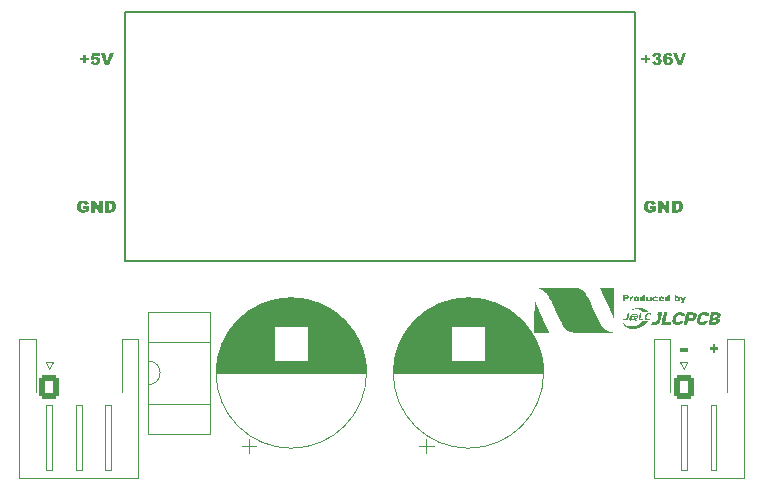
<source format=gbr>
%TF.GenerationSoftware,KiCad,Pcbnew,7.0.6*%
%TF.CreationDate,2023-09-03T00:14:34+09:00*%
%TF.ProjectId,KickerAdjust_20230828,4b69636b-6572-4416-946a-7573745f3230,rev?*%
%TF.SameCoordinates,Original*%
%TF.FileFunction,Legend,Top*%
%TF.FilePolarity,Positive*%
%FSLAX46Y46*%
G04 Gerber Fmt 4.6, Leading zero omitted, Abs format (unit mm)*
G04 Created by KiCad (PCBNEW 7.0.6) date 2023-09-03 00:14:34*
%MOMM*%
%LPD*%
G01*
G04 APERTURE LIST*
G04 Aperture macros list*
%AMRoundRect*
0 Rectangle with rounded corners*
0 $1 Rounding radius*
0 $2 $3 $4 $5 $6 $7 $8 $9 X,Y pos of 4 corners*
0 Add a 4 corners polygon primitive as box body*
4,1,4,$2,$3,$4,$5,$6,$7,$8,$9,$2,$3,0*
0 Add four circle primitives for the rounded corners*
1,1,$1+$1,$2,$3*
1,1,$1+$1,$4,$5*
1,1,$1+$1,$6,$7*
1,1,$1+$1,$8,$9*
0 Add four rect primitives between the rounded corners*
20,1,$1+$1,$2,$3,$4,$5,0*
20,1,$1+$1,$4,$5,$6,$7,0*
20,1,$1+$1,$6,$7,$8,$9,0*
20,1,$1+$1,$8,$9,$2,$3,0*%
G04 Aperture macros list end*
%ADD10C,0.000000*%
%ADD11C,0.125000*%
%ADD12C,0.150000*%
%ADD13C,0.120000*%
%ADD14C,0.200000*%
%ADD15R,2.400000X2.400000*%
%ADD16C,2.400000*%
%ADD17R,1.600000X1.600000*%
%ADD18O,1.600000X1.600000*%
%ADD19C,3.200000*%
%ADD20R,3.600000X3.600000*%
%ADD21RoundRect,0.250000X-0.600000X-0.750000X0.600000X-0.750000X0.600000X0.750000X-0.600000X0.750000X0*%
%ADD22O,1.700000X2.000000*%
%ADD23RoundRect,0.250000X-0.600000X-0.725000X0.600000X-0.725000X0.600000X0.725000X-0.600000X0.725000X0*%
%ADD24O,1.700000X1.950000*%
G04 APERTURE END LIST*
D10*
G36*
X125623247Y-114094612D02*
G01*
X125664522Y-114226904D01*
X125668625Y-114239961D01*
X125672542Y-114251982D01*
X125676187Y-114262725D01*
X125679471Y-114271949D01*
X125682309Y-114279412D01*
X125683534Y-114282408D01*
X125684614Y-114284873D01*
X125685539Y-114286776D01*
X125686299Y-114288088D01*
X125686613Y-114288513D01*
X125686881Y-114288778D01*
X125687103Y-114288881D01*
X125687277Y-114288816D01*
X125688637Y-114285631D01*
X125691411Y-114277621D01*
X125700506Y-114249261D01*
X125713173Y-114208003D01*
X125728022Y-114158112D01*
X125765064Y-114030054D01*
X125842852Y-114028467D01*
X125873088Y-114028177D01*
X125897819Y-114028136D01*
X125907328Y-114028224D01*
X125914512Y-114028392D01*
X125919055Y-114028647D01*
X125920236Y-114028810D01*
X125920537Y-114028900D01*
X125920639Y-114028996D01*
X125892618Y-114107139D01*
X125830218Y-114272743D01*
X125765932Y-114440431D01*
X125732255Y-114524825D01*
X125726971Y-114534082D01*
X125721604Y-114542623D01*
X125716110Y-114550478D01*
X125710444Y-114557675D01*
X125704561Y-114564242D01*
X125698416Y-114570208D01*
X125691964Y-114575603D01*
X125685160Y-114580454D01*
X125677959Y-114584790D01*
X125670316Y-114588640D01*
X125662187Y-114592033D01*
X125653526Y-114594997D01*
X125644288Y-114597562D01*
X125634428Y-114599755D01*
X125623902Y-114601605D01*
X125612664Y-114603141D01*
X125605316Y-114603925D01*
X125596720Y-114604496D01*
X125587102Y-114604868D01*
X125576689Y-114605051D01*
X125554388Y-114604899D01*
X125531635Y-114604134D01*
X125510246Y-114602847D01*
X125492039Y-114601132D01*
X125484696Y-114600144D01*
X125478829Y-114599083D01*
X125474667Y-114597962D01*
X125473295Y-114597382D01*
X125472435Y-114596792D01*
X125471781Y-114595478D01*
X125471022Y-114592834D01*
X125469268Y-114584182D01*
X125467328Y-114572095D01*
X125465357Y-114557832D01*
X125463511Y-114542650D01*
X125461943Y-114527810D01*
X125460809Y-114514569D01*
X125460264Y-114504187D01*
X125460284Y-114501556D01*
X125460348Y-114499212D01*
X125460463Y-114497144D01*
X125460542Y-114496210D01*
X125460636Y-114495340D01*
X125460747Y-114494535D01*
X125460875Y-114493791D01*
X125461020Y-114493109D01*
X125461185Y-114492486D01*
X125461370Y-114491921D01*
X125461575Y-114491413D01*
X125461801Y-114490960D01*
X125462050Y-114490561D01*
X125462322Y-114490215D01*
X125462619Y-114489921D01*
X125462940Y-114489676D01*
X125463287Y-114489480D01*
X125463661Y-114489332D01*
X125464063Y-114489229D01*
X125464493Y-114489171D01*
X125464952Y-114489156D01*
X125465442Y-114489183D01*
X125465963Y-114489250D01*
X125466515Y-114489357D01*
X125467101Y-114489501D01*
X125467720Y-114489682D01*
X125468374Y-114489898D01*
X125469789Y-114490429D01*
X125473585Y-114491749D01*
X125478153Y-114492930D01*
X125483387Y-114493968D01*
X125489178Y-114494861D01*
X125495419Y-114495604D01*
X125502001Y-114496196D01*
X125508818Y-114496633D01*
X125515760Y-114496911D01*
X125522722Y-114497029D01*
X125529594Y-114496982D01*
X125536270Y-114496767D01*
X125542640Y-114496382D01*
X125548599Y-114495824D01*
X125554037Y-114495088D01*
X125558848Y-114494173D01*
X125562922Y-114493075D01*
X125565447Y-114492231D01*
X125567869Y-114491283D01*
X125570194Y-114490226D01*
X125572431Y-114489056D01*
X125574587Y-114487769D01*
X125576670Y-114486359D01*
X125578689Y-114484822D01*
X125580649Y-114483153D01*
X125582561Y-114481348D01*
X125584430Y-114479401D01*
X125586265Y-114477309D01*
X125588074Y-114475067D01*
X125589865Y-114472669D01*
X125591644Y-114470112D01*
X125593421Y-114467390D01*
X125595202Y-114464500D01*
X125608430Y-114441746D01*
X125528526Y-114251775D01*
X125470054Y-114112339D01*
X125441744Y-114044342D01*
X125434335Y-114027408D01*
X125602081Y-114027408D01*
X125623247Y-114094612D01*
G37*
G36*
X122729764Y-114157054D02*
G01*
X122729795Y-114185523D01*
X122729937Y-114210555D01*
X122730263Y-114232369D01*
X122730848Y-114251188D01*
X122731260Y-114259543D01*
X122731764Y-114267231D01*
X122732369Y-114274282D01*
X122733085Y-114280721D01*
X122733921Y-114286577D01*
X122734886Y-114291877D01*
X122735989Y-114296649D01*
X122737239Y-114300921D01*
X122738646Y-114304720D01*
X122740218Y-114308074D01*
X122741966Y-114311010D01*
X122743898Y-114313556D01*
X122746023Y-114315740D01*
X122748351Y-114317589D01*
X122750891Y-114319131D01*
X122753651Y-114320393D01*
X122756642Y-114321403D01*
X122759873Y-114322189D01*
X122763352Y-114322779D01*
X122767088Y-114323199D01*
X122771092Y-114323478D01*
X122775372Y-114323643D01*
X122784798Y-114323742D01*
X122787356Y-114323692D01*
X122789869Y-114323544D01*
X122792338Y-114323298D01*
X122794761Y-114322955D01*
X122797138Y-114322515D01*
X122799467Y-114321980D01*
X122801748Y-114321349D01*
X122803980Y-114320624D01*
X122806163Y-114319806D01*
X122808295Y-114318894D01*
X122810376Y-114317889D01*
X122812405Y-114316793D01*
X122814382Y-114315606D01*
X122816305Y-114314328D01*
X122818174Y-114312961D01*
X122819987Y-114311505D01*
X122821745Y-114309960D01*
X122823447Y-114308327D01*
X122825091Y-114306608D01*
X122826676Y-114304802D01*
X122828203Y-114302911D01*
X122829671Y-114300934D01*
X122831077Y-114298874D01*
X122832423Y-114296729D01*
X122833706Y-114294502D01*
X122834927Y-114292192D01*
X122837177Y-114287329D01*
X122839167Y-114282145D01*
X122840889Y-114276646D01*
X122841876Y-114270436D01*
X122842832Y-114260109D01*
X122843726Y-114246210D01*
X122844527Y-114229285D01*
X122845726Y-114188539D01*
X122846181Y-114142237D01*
X122846181Y-114027408D01*
X123004931Y-114027408D01*
X123004931Y-114440158D01*
X122856764Y-114440158D01*
X122856764Y-114374541D01*
X122831893Y-114398883D01*
X122825179Y-114405185D01*
X122818510Y-114411002D01*
X122811859Y-114416345D01*
X122805195Y-114421224D01*
X122798492Y-114425650D01*
X122791719Y-114429635D01*
X122784849Y-114433188D01*
X122777852Y-114436322D01*
X122770701Y-114439046D01*
X122763365Y-114441372D01*
X122755818Y-114443310D01*
X122748029Y-114444871D01*
X122739970Y-114446067D01*
X122731613Y-114446907D01*
X122722929Y-114447403D01*
X122713889Y-114447567D01*
X122704753Y-114447516D01*
X122695990Y-114447164D01*
X122687588Y-114446507D01*
X122679535Y-114445541D01*
X122671820Y-114444261D01*
X122664432Y-114442664D01*
X122657358Y-114440747D01*
X122650588Y-114438505D01*
X122644109Y-114435933D01*
X122637910Y-114433030D01*
X122631979Y-114429790D01*
X122626304Y-114426210D01*
X122620875Y-114422285D01*
X122615678Y-114418013D01*
X122610704Y-114413388D01*
X122605939Y-114408408D01*
X122600315Y-114401894D01*
X122595323Y-114395482D01*
X122590926Y-114388929D01*
X122587088Y-114381991D01*
X122583770Y-114374424D01*
X122580936Y-114365983D01*
X122578549Y-114356424D01*
X122576571Y-114345504D01*
X122574965Y-114332977D01*
X122573693Y-114318600D01*
X122572007Y-114283318D01*
X122571213Y-114237705D01*
X122571014Y-114179808D01*
X122571014Y-114027408D01*
X122729764Y-114027408D01*
X122729764Y-114157054D01*
G37*
G36*
X123834052Y-114020422D02*
G01*
X123841562Y-114020576D01*
X123849878Y-114020860D01*
X123867886Y-114021794D01*
X123877058Y-114022432D01*
X123885993Y-114023175D01*
X123908697Y-114025817D01*
X123919516Y-114027633D01*
X123929981Y-114029780D01*
X123940094Y-114032258D01*
X123949854Y-114035068D01*
X123959262Y-114038211D01*
X123968320Y-114041687D01*
X123977029Y-114045498D01*
X123985389Y-114049643D01*
X123993401Y-114054123D01*
X124001066Y-114058940D01*
X124008384Y-114064094D01*
X124015358Y-114069585D01*
X124021987Y-114075414D01*
X124028273Y-114081582D01*
X124034216Y-114088089D01*
X124039818Y-114094937D01*
X124045079Y-114102125D01*
X124049999Y-114109655D01*
X124054581Y-114117528D01*
X124058824Y-114125743D01*
X124062730Y-114134302D01*
X124066299Y-114143205D01*
X124069533Y-114152453D01*
X124072431Y-114162046D01*
X124074997Y-114171986D01*
X124077229Y-114182273D01*
X124080697Y-114203891D01*
X124082844Y-114226904D01*
X124086018Y-114276117D01*
X123928856Y-114276117D01*
X123872134Y-114276095D01*
X123849514Y-114276155D01*
X123830381Y-114276340D01*
X123822042Y-114276497D01*
X123814479Y-114276708D01*
X123807660Y-114276978D01*
X123801552Y-114277316D01*
X123796124Y-114277729D01*
X123791344Y-114278225D01*
X123787180Y-114278809D01*
X123783600Y-114279490D01*
X123780571Y-114280275D01*
X123778063Y-114281171D01*
X123776994Y-114281663D01*
X123776042Y-114282185D01*
X123775205Y-114282739D01*
X123774478Y-114283325D01*
X123773857Y-114283945D01*
X123773337Y-114284598D01*
X123772916Y-114285287D01*
X123772589Y-114286012D01*
X123772352Y-114286773D01*
X123772200Y-114287572D01*
X123772131Y-114288410D01*
X123772140Y-114289288D01*
X123772376Y-114291165D01*
X123772876Y-114293212D01*
X123773608Y-114295435D01*
X123774540Y-114297842D01*
X123779631Y-114309454D01*
X123781691Y-114313960D01*
X123783993Y-114318250D01*
X123786525Y-114322321D01*
X123789276Y-114326171D01*
X123792233Y-114329798D01*
X123795384Y-114333198D01*
X123798717Y-114336370D01*
X123802220Y-114339311D01*
X123805881Y-114342018D01*
X123809689Y-114344490D01*
X123813630Y-114346724D01*
X123817694Y-114348717D01*
X123821868Y-114350467D01*
X123826139Y-114351971D01*
X123830497Y-114353228D01*
X123834929Y-114354235D01*
X123839423Y-114354989D01*
X123843967Y-114355487D01*
X123848548Y-114355728D01*
X123853156Y-114355710D01*
X123857778Y-114355428D01*
X123862402Y-114354882D01*
X123867015Y-114354069D01*
X123871607Y-114352986D01*
X123876164Y-114351631D01*
X123880675Y-114350002D01*
X123885129Y-114348095D01*
X123889512Y-114345910D01*
X123893812Y-114343442D01*
X123898019Y-114340691D01*
X123902119Y-114337652D01*
X123906102Y-114334325D01*
X123923564Y-114319508D01*
X123995531Y-114325858D01*
X124010113Y-114327115D01*
X124023883Y-114328471D01*
X124036524Y-114329877D01*
X124047720Y-114331282D01*
X124057155Y-114332638D01*
X124064513Y-114333895D01*
X124067314Y-114334471D01*
X124069477Y-114335003D01*
X124070962Y-114335486D01*
X124071439Y-114335706D01*
X124071731Y-114335912D01*
X124072108Y-114336520D01*
X124072252Y-114337342D01*
X124072173Y-114338368D01*
X124071880Y-114339587D01*
X124070689Y-114342555D01*
X124068755Y-114346157D01*
X124066150Y-114350301D01*
X124062950Y-114354897D01*
X124059230Y-114359855D01*
X124055062Y-114365083D01*
X124050523Y-114370490D01*
X124045686Y-114375987D01*
X124040626Y-114381483D01*
X124035417Y-114386886D01*
X124030134Y-114392106D01*
X124024850Y-114397053D01*
X124019641Y-114401635D01*
X124014581Y-114405762D01*
X124005710Y-114411993D01*
X123995998Y-114417779D01*
X123985499Y-114423111D01*
X123974265Y-114427979D01*
X123962349Y-114432372D01*
X123949804Y-114436281D01*
X123936681Y-114439696D01*
X123923035Y-114442606D01*
X123908918Y-114445001D01*
X123894382Y-114446871D01*
X123879480Y-114448206D01*
X123864265Y-114448997D01*
X123848789Y-114449232D01*
X123833106Y-114448903D01*
X123817267Y-114447998D01*
X123801327Y-114446508D01*
X123787075Y-114444656D01*
X123773654Y-114442455D01*
X123761016Y-114439878D01*
X123749113Y-114436900D01*
X123737895Y-114433495D01*
X123732527Y-114431623D01*
X123727313Y-114429635D01*
X123722245Y-114427526D01*
X123717318Y-114425294D01*
X123712526Y-114422935D01*
X123707863Y-114420447D01*
X123703322Y-114417825D01*
X123698897Y-114415066D01*
X123694583Y-114412167D01*
X123690372Y-114409125D01*
X123686260Y-114405937D01*
X123682240Y-114402599D01*
X123678306Y-114399108D01*
X123674451Y-114395460D01*
X123670670Y-114391653D01*
X123666956Y-114387683D01*
X123659708Y-114379240D01*
X123652656Y-114370106D01*
X123645752Y-114360254D01*
X123640735Y-114352343D01*
X123636101Y-114344199D01*
X123631849Y-114335841D01*
X123627976Y-114327288D01*
X123624483Y-114318557D01*
X123621366Y-114309668D01*
X123618626Y-114300638D01*
X123616259Y-114291487D01*
X123612643Y-114272894D01*
X123610508Y-114254037D01*
X123609840Y-114235064D01*
X123610628Y-114216122D01*
X123612862Y-114197360D01*
X123612985Y-114196742D01*
X123770635Y-114196742D01*
X123925681Y-114196742D01*
X123922506Y-114181925D01*
X123921173Y-114176673D01*
X123919755Y-114171635D01*
X123918253Y-114166814D01*
X123916669Y-114162213D01*
X123915004Y-114157836D01*
X123913260Y-114153685D01*
X123911439Y-114149763D01*
X123909541Y-114146074D01*
X123907570Y-114142620D01*
X123905525Y-114139406D01*
X123903409Y-114136433D01*
X123901224Y-114133705D01*
X123898970Y-114131225D01*
X123897818Y-114130079D01*
X123896649Y-114128996D01*
X123895464Y-114127977D01*
X123894264Y-114127021D01*
X123893047Y-114126130D01*
X123891814Y-114125304D01*
X123888139Y-114123128D01*
X123884093Y-114121169D01*
X123879726Y-114119431D01*
X123875088Y-114117921D01*
X123870230Y-114116642D01*
X123865202Y-114115602D01*
X123860055Y-114114806D01*
X123854839Y-114114258D01*
X123849604Y-114113964D01*
X123844401Y-114113930D01*
X123839281Y-114114161D01*
X123834292Y-114114663D01*
X123829487Y-114115440D01*
X123824915Y-114116499D01*
X123820627Y-114117845D01*
X123816673Y-114119483D01*
X123812837Y-114121358D01*
X123809079Y-114123591D01*
X123805416Y-114126158D01*
X123801864Y-114129033D01*
X123798439Y-114132190D01*
X123795158Y-114135603D01*
X123792036Y-114139247D01*
X123789090Y-114143097D01*
X123786336Y-114147127D01*
X123783791Y-114151311D01*
X123781471Y-114155623D01*
X123779391Y-114160039D01*
X123777569Y-114164532D01*
X123776021Y-114169077D01*
X123774762Y-114173649D01*
X123773810Y-114178221D01*
X123770635Y-114196742D01*
X123612985Y-114196742D01*
X123616529Y-114178927D01*
X123621617Y-114160969D01*
X123624691Y-114152214D01*
X123628116Y-114143635D01*
X123631890Y-114135248D01*
X123636012Y-114127073D01*
X123640482Y-114119128D01*
X123645296Y-114111431D01*
X123650454Y-114104001D01*
X123655955Y-114096857D01*
X123661796Y-114090017D01*
X123667977Y-114083500D01*
X123675282Y-114076648D01*
X123682907Y-114070181D01*
X123690852Y-114064100D01*
X123699115Y-114058406D01*
X123707694Y-114053099D01*
X123716588Y-114048181D01*
X123725795Y-114043652D01*
X123735313Y-114039513D01*
X123745142Y-114035764D01*
X123755279Y-114032407D01*
X123765723Y-114029443D01*
X123776472Y-114026871D01*
X123787526Y-114024693D01*
X123798881Y-114022909D01*
X123810538Y-114021521D01*
X123822493Y-114020529D01*
X123827609Y-114020404D01*
X123834052Y-114020422D01*
G37*
G36*
X123348121Y-114021364D02*
G01*
X123364551Y-114022568D01*
X123380314Y-114024431D01*
X123395403Y-114026949D01*
X123409810Y-114030120D01*
X123423529Y-114033943D01*
X123436552Y-114038414D01*
X123448874Y-114043532D01*
X123460486Y-114049294D01*
X123471382Y-114055698D01*
X123481554Y-114062741D01*
X123490997Y-114070422D01*
X123495442Y-114074500D01*
X123499702Y-114078737D01*
X123503805Y-114083163D01*
X123507947Y-114088048D01*
X123512080Y-114093307D01*
X123516156Y-114098854D01*
X123520126Y-114104602D01*
X123523942Y-114110466D01*
X123527557Y-114116359D01*
X123530923Y-114122195D01*
X123533991Y-114127889D01*
X123536713Y-114133354D01*
X123539041Y-114138505D01*
X123540927Y-114143254D01*
X123542324Y-114147517D01*
X123543183Y-114151207D01*
X123543395Y-114152811D01*
X123543455Y-114154239D01*
X123543357Y-114155480D01*
X123543094Y-114156525D01*
X123542551Y-114157325D01*
X123541527Y-114158135D01*
X123540038Y-114158955D01*
X123538100Y-114159783D01*
X123535727Y-114160616D01*
X123532936Y-114161455D01*
X123526160Y-114163139D01*
X123517896Y-114164824D01*
X123508268Y-114166496D01*
X123497399Y-114168144D01*
X123485414Y-114169754D01*
X123463181Y-114172276D01*
X123442486Y-114174847D01*
X123425660Y-114177121D01*
X123415035Y-114178750D01*
X123412576Y-114179095D01*
X123410344Y-114179329D01*
X123408318Y-114179438D01*
X123407376Y-114179443D01*
X123406478Y-114179411D01*
X123405620Y-114179343D01*
X123404801Y-114179236D01*
X123404018Y-114179088D01*
X123403268Y-114178899D01*
X123402549Y-114178666D01*
X123401858Y-114178388D01*
X123401192Y-114178064D01*
X123400549Y-114177692D01*
X123399926Y-114177270D01*
X123399321Y-114176796D01*
X123398731Y-114176271D01*
X123398153Y-114175691D01*
X123397584Y-114175055D01*
X123397023Y-114174362D01*
X123396466Y-114173609D01*
X123395911Y-114172797D01*
X123394796Y-114170984D01*
X123393657Y-114168911D01*
X123392473Y-114166565D01*
X123391223Y-114163933D01*
X123388955Y-114159507D01*
X123386329Y-114155358D01*
X123383357Y-114151493D01*
X123380052Y-114147918D01*
X123376428Y-114144637D01*
X123372498Y-114141656D01*
X123368275Y-114138980D01*
X123363772Y-114136615D01*
X123359003Y-114134566D01*
X123353980Y-114132840D01*
X123348716Y-114131440D01*
X123343226Y-114130372D01*
X123337521Y-114129643D01*
X123331616Y-114129257D01*
X123325523Y-114129220D01*
X123319256Y-114129537D01*
X123309389Y-114130582D01*
X123300220Y-114132334D01*
X123295894Y-114133480D01*
X123291740Y-114134809D01*
X123287757Y-114136322D01*
X123283943Y-114138021D01*
X123280296Y-114139907D01*
X123276818Y-114141982D01*
X123273505Y-114144249D01*
X123270357Y-114146708D01*
X123267373Y-114149362D01*
X123264552Y-114152213D01*
X123261893Y-114155261D01*
X123259394Y-114158509D01*
X123257055Y-114161959D01*
X123254875Y-114165612D01*
X123252853Y-114169470D01*
X123250986Y-114173535D01*
X123249276Y-114177808D01*
X123247719Y-114182292D01*
X123245065Y-114191896D01*
X123243016Y-114202363D01*
X123241563Y-114213706D01*
X123240697Y-114225938D01*
X123240410Y-114239075D01*
X123240437Y-114245899D01*
X123240522Y-114252117D01*
X123240675Y-114257782D01*
X123240906Y-114262945D01*
X123241224Y-114267659D01*
X123241638Y-114271975D01*
X123242157Y-114275946D01*
X123242792Y-114279622D01*
X123243550Y-114283057D01*
X123244441Y-114286302D01*
X123245475Y-114289409D01*
X123246661Y-114292430D01*
X123248008Y-114295417D01*
X123249526Y-114298421D01*
X123251224Y-114301495D01*
X123253110Y-114304692D01*
X123255840Y-114308798D01*
X123258763Y-114312683D01*
X123261868Y-114316345D01*
X123265145Y-114319782D01*
X123268581Y-114322993D01*
X123272165Y-114325977D01*
X123275886Y-114328733D01*
X123279734Y-114331257D01*
X123283696Y-114333550D01*
X123287762Y-114335610D01*
X123291920Y-114337435D01*
X123296159Y-114339024D01*
X123300468Y-114340376D01*
X123304835Y-114341488D01*
X123309249Y-114342360D01*
X123313700Y-114342990D01*
X123318175Y-114343377D01*
X123322664Y-114343518D01*
X123327155Y-114343414D01*
X123331638Y-114343061D01*
X123336100Y-114342460D01*
X123340531Y-114341607D01*
X123344919Y-114340503D01*
X123349253Y-114339145D01*
X123353522Y-114337532D01*
X123357715Y-114335663D01*
X123361820Y-114333536D01*
X123365827Y-114331149D01*
X123369723Y-114328501D01*
X123373498Y-114325591D01*
X123377141Y-114322418D01*
X123380639Y-114318979D01*
X123384441Y-114314907D01*
X123388230Y-114310711D01*
X123391895Y-114306515D01*
X123395324Y-114302443D01*
X123398406Y-114298618D01*
X123401029Y-114295166D01*
X123402133Y-114293619D01*
X123403081Y-114292211D01*
X123403859Y-114290957D01*
X123404452Y-114289875D01*
X123405441Y-114288200D01*
X123406488Y-114286743D01*
X123407687Y-114285501D01*
X123409132Y-114284467D01*
X123410918Y-114283639D01*
X123413140Y-114283010D01*
X123415892Y-114282577D01*
X123419268Y-114282334D01*
X123423365Y-114282278D01*
X123428275Y-114282403D01*
X123440915Y-114283178D01*
X123457945Y-114284623D01*
X123480123Y-114286700D01*
X123494286Y-114288155D01*
X123507606Y-114289710D01*
X123519785Y-114291314D01*
X123530526Y-114292918D01*
X123539530Y-114294472D01*
X123543288Y-114295215D01*
X123546500Y-114295927D01*
X123549129Y-114296602D01*
X123551139Y-114297234D01*
X123552490Y-114297815D01*
X123552908Y-114298086D01*
X123553148Y-114298342D01*
X123553322Y-114298633D01*
X123553447Y-114299008D01*
X123553556Y-114300000D01*
X123553484Y-114301298D01*
X123553239Y-114302881D01*
X123552829Y-114304727D01*
X123552264Y-114306815D01*
X123550700Y-114311637D01*
X123548616Y-114317178D01*
X123546078Y-114323270D01*
X123543157Y-114329747D01*
X123539919Y-114336442D01*
X123531449Y-114352043D01*
X123521923Y-114366500D01*
X123511348Y-114379807D01*
X123499735Y-114391963D01*
X123487092Y-114402961D01*
X123473430Y-114412800D01*
X123458756Y-114421474D01*
X123443081Y-114428980D01*
X123426414Y-114435313D01*
X123408764Y-114440471D01*
X123390140Y-114444450D01*
X123370552Y-114447244D01*
X123350009Y-114448851D01*
X123328521Y-114449267D01*
X123306096Y-114448487D01*
X123282744Y-114446508D01*
X123266375Y-114444354D01*
X123250792Y-114441655D01*
X123235973Y-114438397D01*
X123221898Y-114434569D01*
X123215132Y-114432437D01*
X123208545Y-114430158D01*
X123202133Y-114427730D01*
X123195893Y-114425151D01*
X123189824Y-114422421D01*
X123183922Y-114419537D01*
X123178185Y-114416498D01*
X123172611Y-114413303D01*
X123167196Y-114409949D01*
X123161938Y-114406436D01*
X123156835Y-114402762D01*
X123151883Y-114398925D01*
X123147081Y-114394923D01*
X123142426Y-114390756D01*
X123137914Y-114386421D01*
X123133543Y-114381917D01*
X123129312Y-114377242D01*
X123125216Y-114372396D01*
X123121255Y-114367376D01*
X123117424Y-114362181D01*
X123113721Y-114356808D01*
X123110144Y-114351258D01*
X123106690Y-114345528D01*
X123103356Y-114339617D01*
X123098321Y-114329323D01*
X123093932Y-114318164D01*
X123090192Y-114306252D01*
X123087101Y-114293703D01*
X123084661Y-114280630D01*
X123082874Y-114267147D01*
X123081741Y-114253367D01*
X123081263Y-114239406D01*
X123081443Y-114225376D01*
X123082282Y-114211392D01*
X123083782Y-114197567D01*
X123085943Y-114184017D01*
X123088768Y-114170854D01*
X123092258Y-114158192D01*
X123096415Y-114146146D01*
X123101239Y-114134829D01*
X123107055Y-114123529D01*
X123113756Y-114112668D01*
X123121300Y-114102275D01*
X123129641Y-114092380D01*
X123138735Y-114083012D01*
X123148539Y-114074200D01*
X123159008Y-114065975D01*
X123170097Y-114058364D01*
X123181764Y-114051399D01*
X123193963Y-114045108D01*
X123206650Y-114039521D01*
X123219781Y-114034668D01*
X123233312Y-114030577D01*
X123247200Y-114027278D01*
X123261398Y-114024801D01*
X123275864Y-114023175D01*
X123294895Y-114021723D01*
X123313285Y-114020939D01*
X123331030Y-114020820D01*
X123348121Y-114021364D01*
G37*
G36*
X121738340Y-114019919D02*
G01*
X121752998Y-114020629D01*
X121767425Y-114022001D01*
X121781586Y-114024024D01*
X121795444Y-114026687D01*
X121808965Y-114029979D01*
X121822111Y-114033891D01*
X121834849Y-114038409D01*
X121847141Y-114043525D01*
X121858953Y-114049227D01*
X121870249Y-114055504D01*
X121880993Y-114062345D01*
X121891149Y-114069739D01*
X121900682Y-114077677D01*
X121909556Y-114086146D01*
X121917335Y-114094707D01*
X121924500Y-114103701D01*
X121931056Y-114113093D01*
X121937007Y-114122852D01*
X121942356Y-114132945D01*
X121947107Y-114143338D01*
X121951265Y-114153998D01*
X121954833Y-114164892D01*
X121957815Y-114175988D01*
X121960215Y-114187253D01*
X121962036Y-114198654D01*
X121963283Y-114210157D01*
X121963960Y-114221730D01*
X121964070Y-114233339D01*
X121963617Y-114244953D01*
X121962605Y-114256537D01*
X121961038Y-114268060D01*
X121958921Y-114279487D01*
X121956255Y-114290787D01*
X121953047Y-114301926D01*
X121949299Y-114312871D01*
X121945015Y-114323589D01*
X121940200Y-114334048D01*
X121934857Y-114344214D01*
X121928990Y-114354054D01*
X121922602Y-114363536D01*
X121915699Y-114372626D01*
X121908283Y-114381293D01*
X121900358Y-114389501D01*
X121891929Y-114397220D01*
X121883000Y-114404415D01*
X121873573Y-114411054D01*
X121862406Y-114417600D01*
X121850216Y-114423538D01*
X121837123Y-114428854D01*
X121823244Y-114433535D01*
X121808699Y-114437569D01*
X121793606Y-114440941D01*
X121778083Y-114443638D01*
X121762249Y-114445648D01*
X121746224Y-114446958D01*
X121730124Y-114447553D01*
X121714070Y-114447421D01*
X121698179Y-114446550D01*
X121682570Y-114444924D01*
X121667362Y-114442532D01*
X121652674Y-114439360D01*
X121638623Y-114435396D01*
X121629175Y-114432128D01*
X121619985Y-114428483D01*
X121611059Y-114424472D01*
X121602404Y-114420106D01*
X121594026Y-114415394D01*
X121585933Y-114410348D01*
X121578130Y-114404979D01*
X121570625Y-114399297D01*
X121563423Y-114393312D01*
X121556532Y-114387036D01*
X121549958Y-114380478D01*
X121543708Y-114373651D01*
X121537787Y-114366563D01*
X121532204Y-114359227D01*
X121526964Y-114351652D01*
X121522074Y-114343850D01*
X121517540Y-114335830D01*
X121513370Y-114327605D01*
X121509569Y-114319183D01*
X121506145Y-114310576D01*
X121503104Y-114301795D01*
X121500452Y-114292851D01*
X121498196Y-114283753D01*
X121496343Y-114274513D01*
X121494899Y-114265140D01*
X121493871Y-114255647D01*
X121493266Y-114246044D01*
X121493102Y-114237024D01*
X121652447Y-114237024D01*
X121652649Y-114246100D01*
X121653205Y-114255048D01*
X121654116Y-114263759D01*
X121655383Y-114272123D01*
X121657006Y-114280031D01*
X121658986Y-114287375D01*
X121661325Y-114294044D01*
X121664023Y-114299929D01*
X121666831Y-114304834D01*
X121669886Y-114309429D01*
X121673171Y-114313713D01*
X121676669Y-114317686D01*
X121680365Y-114321348D01*
X121684240Y-114324698D01*
X121688279Y-114327737D01*
X121692466Y-114330464D01*
X121696782Y-114332878D01*
X121701212Y-114334979D01*
X121705739Y-114336768D01*
X121710346Y-114338243D01*
X121715016Y-114339405D01*
X121719734Y-114340253D01*
X121724481Y-114340786D01*
X121729243Y-114341006D01*
X121734001Y-114340910D01*
X121738739Y-114340500D01*
X121743441Y-114339774D01*
X121748090Y-114338733D01*
X121752669Y-114337376D01*
X121757162Y-114335702D01*
X121761551Y-114333713D01*
X121765821Y-114331406D01*
X121769955Y-114328783D01*
X121773935Y-114325842D01*
X121777745Y-114322583D01*
X121781370Y-114319007D01*
X121784791Y-114315112D01*
X121787992Y-114310899D01*
X121790957Y-114306367D01*
X121793669Y-114301517D01*
X121795189Y-114298361D01*
X121796578Y-114295224D01*
X121797842Y-114292075D01*
X121798985Y-114288883D01*
X121800014Y-114285616D01*
X121800933Y-114282243D01*
X121801749Y-114278734D01*
X121802466Y-114275058D01*
X121803090Y-114271183D01*
X121803627Y-114267079D01*
X121804081Y-114262715D01*
X121804459Y-114258059D01*
X121805005Y-114247748D01*
X121805310Y-114235900D01*
X121805185Y-114226662D01*
X121804801Y-114217980D01*
X121804149Y-114209826D01*
X121803219Y-114202174D01*
X121802646Y-114198527D01*
X121802000Y-114194996D01*
X121801279Y-114191577D01*
X121800483Y-114188266D01*
X121799609Y-114185060D01*
X121798657Y-114181955D01*
X121797626Y-114178949D01*
X121796513Y-114176038D01*
X121795318Y-114173218D01*
X121794040Y-114170486D01*
X121792677Y-114167839D01*
X121791229Y-114165274D01*
X121789693Y-114162786D01*
X121788068Y-114160373D01*
X121786354Y-114158030D01*
X121784549Y-114155756D01*
X121782651Y-114153546D01*
X121780661Y-114151397D01*
X121778575Y-114149305D01*
X121776393Y-114147268D01*
X121774114Y-114145281D01*
X121771737Y-114143342D01*
X121769259Y-114141446D01*
X121766681Y-114139592D01*
X121763326Y-114137472D01*
X121759912Y-114135577D01*
X121756447Y-114133904D01*
X121752936Y-114132451D01*
X121749387Y-114131216D01*
X121745807Y-114130198D01*
X121742201Y-114129394D01*
X121738577Y-114128801D01*
X121734942Y-114128419D01*
X121731302Y-114128245D01*
X121727663Y-114128277D01*
X121724033Y-114128513D01*
X121720417Y-114128951D01*
X121716824Y-114129589D01*
X121713259Y-114130424D01*
X121709730Y-114131456D01*
X121706242Y-114132681D01*
X121702803Y-114134098D01*
X121699418Y-114135704D01*
X121696096Y-114137499D01*
X121692843Y-114139479D01*
X121689665Y-114141642D01*
X121686568Y-114143987D01*
X121683561Y-114146512D01*
X121680648Y-114149214D01*
X121677838Y-114152092D01*
X121675137Y-114155143D01*
X121672550Y-114158366D01*
X121670086Y-114161757D01*
X121667751Y-114165317D01*
X121665551Y-114169041D01*
X121663494Y-114172929D01*
X121660889Y-114179093D01*
X121658633Y-114186004D01*
X121656725Y-114193552D01*
X121655168Y-114201628D01*
X121653960Y-114210123D01*
X121653104Y-114218926D01*
X121652599Y-114227930D01*
X121652447Y-114237024D01*
X121493102Y-114237024D01*
X121493090Y-114236340D01*
X121493349Y-114226548D01*
X121494050Y-114216677D01*
X121495201Y-114206738D01*
X121496806Y-114196742D01*
X121498720Y-114187273D01*
X121500985Y-114178019D01*
X121503598Y-114168985D01*
X121506552Y-114160173D01*
X121509844Y-114151589D01*
X121513468Y-114143236D01*
X121517419Y-114135118D01*
X121521694Y-114127239D01*
X121526285Y-114119604D01*
X121531190Y-114112216D01*
X121536403Y-114105079D01*
X121541920Y-114098199D01*
X121547734Y-114091578D01*
X121553843Y-114085220D01*
X121560240Y-114079131D01*
X121566921Y-114073313D01*
X121573881Y-114067772D01*
X121581115Y-114062510D01*
X121596387Y-114052843D01*
X121612697Y-114044345D01*
X121630007Y-114037049D01*
X121648279Y-114030987D01*
X121667473Y-114026191D01*
X121687550Y-114022694D01*
X121708473Y-114020529D01*
X121723486Y-114019882D01*
X121738340Y-114019919D01*
G37*
G36*
X121394717Y-114021062D02*
G01*
X121402482Y-114021480D01*
X121410446Y-114022230D01*
X121418465Y-114023279D01*
X121426397Y-114024597D01*
X121434100Y-114026151D01*
X121441431Y-114027910D01*
X121448247Y-114029842D01*
X121454406Y-114031915D01*
X121459765Y-114034097D01*
X121462099Y-114035219D01*
X121464181Y-114036357D01*
X121465991Y-114037506D01*
X121467512Y-114038662D01*
X121468726Y-114039822D01*
X121469615Y-114040982D01*
X121470162Y-114042137D01*
X121470348Y-114043283D01*
X121469868Y-114045129D01*
X121468496Y-114048922D01*
X121463469Y-114061407D01*
X121456060Y-114078853D01*
X121447065Y-114099375D01*
X121444243Y-114105538D01*
X121441535Y-114111323D01*
X121438942Y-114116726D01*
X121436465Y-114121740D01*
X121434105Y-114126361D01*
X121431865Y-114130582D01*
X121429746Y-114134399D01*
X121427750Y-114137806D01*
X121425877Y-114140797D01*
X121424131Y-114143367D01*
X121423305Y-114144493D01*
X121422511Y-114145511D01*
X121421749Y-114146421D01*
X121421020Y-114147223D01*
X121420323Y-114147916D01*
X121419659Y-114148498D01*
X121419028Y-114148970D01*
X121418430Y-114149330D01*
X121417865Y-114149579D01*
X121417334Y-114149715D01*
X121416836Y-114149737D01*
X121416373Y-114149646D01*
X121400923Y-114146166D01*
X121386879Y-114144331D01*
X121380367Y-114144064D01*
X121374186Y-114144248D01*
X121368328Y-114144897D01*
X121362786Y-114146024D01*
X121357554Y-114147643D01*
X121352624Y-114149766D01*
X121347989Y-114152407D01*
X121343642Y-114155580D01*
X121339577Y-114159298D01*
X121335785Y-114163574D01*
X121332259Y-114168422D01*
X121328994Y-114173855D01*
X121325982Y-114179886D01*
X121323215Y-114186530D01*
X121318389Y-114201705D01*
X121314461Y-114219487D01*
X121311375Y-114239984D01*
X121309072Y-114263303D01*
X121307498Y-114289550D01*
X121306595Y-114318833D01*
X121306306Y-114351258D01*
X121306306Y-114440158D01*
X121147556Y-114440158D01*
X121147556Y-114027408D01*
X121295723Y-114027408D01*
X121295723Y-114093025D01*
X121311069Y-114068683D01*
X121314531Y-114063504D01*
X121317985Y-114058674D01*
X121321445Y-114054183D01*
X121324926Y-114050022D01*
X121328445Y-114046180D01*
X121332016Y-114042648D01*
X121335656Y-114039414D01*
X121339379Y-114036470D01*
X121343201Y-114033805D01*
X121347139Y-114031409D01*
X121351206Y-114029272D01*
X121355419Y-114027383D01*
X121359794Y-114025734D01*
X121364345Y-114024313D01*
X121369088Y-114023110D01*
X121374039Y-114022117D01*
X121377109Y-114021677D01*
X121380353Y-114021349D01*
X121387293Y-114021008D01*
X121394717Y-114021062D01*
G37*
G36*
X125111014Y-113969200D02*
G01*
X125111110Y-113988334D01*
X125111386Y-114006184D01*
X125111824Y-114022359D01*
X125112403Y-114036470D01*
X125113107Y-114048125D01*
X125113500Y-114052910D01*
X125113917Y-114056934D01*
X125114355Y-114060149D01*
X125114813Y-114062506D01*
X125115287Y-114063956D01*
X125115530Y-114064325D01*
X125115777Y-114064450D01*
X125116031Y-114064439D01*
X125116297Y-114064407D01*
X125116863Y-114064281D01*
X125117471Y-114064077D01*
X125118117Y-114063797D01*
X125118797Y-114063445D01*
X125119507Y-114063027D01*
X125120243Y-114062544D01*
X125121002Y-114062003D01*
X125121780Y-114061405D01*
X125122572Y-114060755D01*
X125123375Y-114060057D01*
X125124186Y-114059315D01*
X125124999Y-114058533D01*
X125125811Y-114057714D01*
X125126619Y-114056863D01*
X125127419Y-114055983D01*
X125128216Y-114055135D01*
X125129210Y-114054187D01*
X125131726Y-114052031D01*
X125134851Y-114049602D01*
X125138465Y-114046987D01*
X125142451Y-114044273D01*
X125146692Y-114041547D01*
X125151069Y-114038895D01*
X125155464Y-114036404D01*
X125158784Y-114034704D01*
X125162034Y-114033169D01*
X125165267Y-114031793D01*
X125168536Y-114030567D01*
X125171895Y-114029483D01*
X125175398Y-114028535D01*
X125179097Y-114027713D01*
X125183047Y-114027011D01*
X125187301Y-114026421D01*
X125191912Y-114025934D01*
X125196933Y-114025544D01*
X125202419Y-114025242D01*
X125214999Y-114024872D01*
X125230077Y-114024762D01*
X125245748Y-114024853D01*
X125252495Y-114024986D01*
X125258610Y-114025192D01*
X125264164Y-114025486D01*
X125269228Y-114025879D01*
X125273871Y-114026383D01*
X125278165Y-114027011D01*
X125282179Y-114027776D01*
X125285985Y-114028690D01*
X125289654Y-114029765D01*
X125293254Y-114031013D01*
X125296858Y-114032448D01*
X125300535Y-114034081D01*
X125304357Y-114035925D01*
X125308393Y-114037992D01*
X125317974Y-114043249D01*
X125327067Y-114049098D01*
X125335671Y-114055532D01*
X125343781Y-114062548D01*
X125351396Y-114070141D01*
X125358511Y-114078305D01*
X125365124Y-114087037D01*
X125371232Y-114096332D01*
X125376831Y-114106185D01*
X125381919Y-114116591D01*
X125386491Y-114127547D01*
X125390546Y-114139046D01*
X125394081Y-114151085D01*
X125397091Y-114163658D01*
X125399574Y-114176762D01*
X125401527Y-114190392D01*
X125402710Y-114200856D01*
X125403584Y-114211211D01*
X125404151Y-114221449D01*
X125404416Y-114231561D01*
X125404380Y-114241541D01*
X125404049Y-114251381D01*
X125403424Y-114261073D01*
X125402511Y-114270610D01*
X125401311Y-114279984D01*
X125399829Y-114289188D01*
X125398067Y-114298214D01*
X125396030Y-114307054D01*
X125393720Y-114315702D01*
X125391141Y-114324148D01*
X125388296Y-114332387D01*
X125385189Y-114340410D01*
X125381823Y-114348210D01*
X125378201Y-114355779D01*
X125374328Y-114363110D01*
X125370206Y-114370195D01*
X125365838Y-114377026D01*
X125361229Y-114383596D01*
X125356380Y-114389898D01*
X125351297Y-114395923D01*
X125345982Y-114401665D01*
X125340439Y-114407116D01*
X125334670Y-114412267D01*
X125328680Y-114417113D01*
X125322472Y-114421644D01*
X125316049Y-114425854D01*
X125309415Y-114429735D01*
X125302572Y-114433279D01*
X125293754Y-114437235D01*
X125289657Y-114438921D01*
X125285705Y-114440423D01*
X125281853Y-114441751D01*
X125278053Y-114442916D01*
X125274260Y-114443925D01*
X125270426Y-114444788D01*
X125266505Y-114445515D01*
X125262451Y-114446115D01*
X125258217Y-114446598D01*
X125253757Y-114446971D01*
X125249024Y-114447246D01*
X125243972Y-114447430D01*
X125232723Y-114447567D01*
X125223999Y-114447428D01*
X125215665Y-114447005D01*
X125207692Y-114446286D01*
X125200047Y-114445260D01*
X125192699Y-114443914D01*
X125185618Y-114442237D01*
X125178773Y-114440217D01*
X125172133Y-114437843D01*
X125165666Y-114435103D01*
X125159342Y-114431986D01*
X125153129Y-114428480D01*
X125146997Y-114424573D01*
X125140915Y-114420253D01*
X125134851Y-114415510D01*
X125128775Y-114410330D01*
X125122656Y-114404704D01*
X125100431Y-114383537D01*
X125100431Y-114440158D01*
X124952264Y-114440158D01*
X124952264Y-114235094D01*
X125110824Y-114235094D01*
X125111199Y-114244128D01*
X125112038Y-114253040D01*
X125113329Y-114261763D01*
X125115061Y-114270232D01*
X125117221Y-114278381D01*
X125119798Y-114286144D01*
X125122780Y-114293455D01*
X125126156Y-114300248D01*
X125129914Y-114306458D01*
X125131933Y-114309323D01*
X125134043Y-114312018D01*
X125136243Y-114314534D01*
X125138531Y-114316862D01*
X125140855Y-114319034D01*
X125143083Y-114320993D01*
X125145242Y-114322749D01*
X125147361Y-114324312D01*
X125149468Y-114325692D01*
X125151591Y-114326899D01*
X125153756Y-114327943D01*
X125155993Y-114328835D01*
X125158330Y-114329584D01*
X125160793Y-114330200D01*
X125163412Y-114330694D01*
X125166213Y-114331075D01*
X125169225Y-114331355D01*
X125172476Y-114331542D01*
X125175994Y-114331646D01*
X125179806Y-114331679D01*
X125187199Y-114331391D01*
X125194109Y-114330519D01*
X125197385Y-114329860D01*
X125200545Y-114329049D01*
X125203590Y-114328085D01*
X125206520Y-114326966D01*
X125209339Y-114325691D01*
X125212046Y-114324257D01*
X125214644Y-114322663D01*
X125217134Y-114320908D01*
X125219517Y-114318988D01*
X125221795Y-114316904D01*
X125223970Y-114314652D01*
X125226042Y-114312232D01*
X125228013Y-114309641D01*
X125229886Y-114306878D01*
X125231660Y-114303941D01*
X125233338Y-114300828D01*
X125236410Y-114294068D01*
X125239114Y-114286584D01*
X125241462Y-114278362D01*
X125243464Y-114269388D01*
X125245134Y-114259649D01*
X125246481Y-114249129D01*
X125247126Y-114241118D01*
X125247473Y-114233358D01*
X125247523Y-114225855D01*
X125247275Y-114218611D01*
X125246729Y-114211631D01*
X125245886Y-114204918D01*
X125244745Y-114198476D01*
X125243306Y-114192310D01*
X125241570Y-114186422D01*
X125239536Y-114180818D01*
X125237204Y-114175500D01*
X125234575Y-114170473D01*
X125231648Y-114165741D01*
X125228423Y-114161307D01*
X125226699Y-114159203D01*
X125224901Y-114157175D01*
X125223028Y-114155224D01*
X125221081Y-114153350D01*
X125217885Y-114150574D01*
X125214556Y-114148098D01*
X125211106Y-114145916D01*
X125207550Y-114144024D01*
X125203899Y-114142418D01*
X125200166Y-114141094D01*
X125196364Y-114140045D01*
X125192506Y-114139269D01*
X125188604Y-114138760D01*
X125184672Y-114138514D01*
X125180722Y-114138527D01*
X125176767Y-114138793D01*
X125172820Y-114139308D01*
X125168893Y-114140068D01*
X125165000Y-114141068D01*
X125161153Y-114142304D01*
X125157364Y-114143770D01*
X125153648Y-114145463D01*
X125150016Y-114147378D01*
X125146481Y-114149510D01*
X125143056Y-114151855D01*
X125139754Y-114154409D01*
X125136588Y-114157166D01*
X125133570Y-114160122D01*
X125130713Y-114163272D01*
X125128031Y-114166613D01*
X125125535Y-114170139D01*
X125123239Y-114173846D01*
X125121155Y-114177729D01*
X125119297Y-114181784D01*
X125117676Y-114186007D01*
X125116306Y-114190392D01*
X125114190Y-114199050D01*
X125112595Y-114207915D01*
X125111510Y-114216921D01*
X125110923Y-114226003D01*
X125110824Y-114235094D01*
X124952264Y-114235094D01*
X124952264Y-113873950D01*
X125111014Y-113873950D01*
X125111014Y-113969200D01*
G37*
G36*
X124592431Y-114440158D02*
G01*
X124444264Y-114440158D01*
X124444264Y-114380362D01*
X124417806Y-114405233D01*
X124409327Y-114412812D01*
X124400753Y-114419675D01*
X124392073Y-114425826D01*
X124383278Y-114431270D01*
X124374359Y-114436010D01*
X124365307Y-114440050D01*
X124356112Y-114443394D01*
X124346765Y-114446045D01*
X124337257Y-114448009D01*
X124327579Y-114449287D01*
X124317721Y-114449886D01*
X124307673Y-114449807D01*
X124297427Y-114449056D01*
X124286974Y-114447636D01*
X124276303Y-114445551D01*
X124265406Y-114442804D01*
X124257276Y-114440230D01*
X124249359Y-114437178D01*
X124241663Y-114433663D01*
X124234193Y-114429696D01*
X124226956Y-114425291D01*
X124219958Y-114420460D01*
X124213204Y-114415217D01*
X124206702Y-114409574D01*
X124194475Y-114397141D01*
X124183327Y-114383264D01*
X124173308Y-114368045D01*
X124164468Y-114351589D01*
X124156855Y-114333998D01*
X124150519Y-114315375D01*
X124145511Y-114295824D01*
X124141879Y-114275447D01*
X124139673Y-114254347D01*
X124139029Y-114235172D01*
X124295767Y-114235172D01*
X124296210Y-114247066D01*
X124297488Y-114258775D01*
X124299598Y-114270132D01*
X124302538Y-114280970D01*
X124304319Y-114286143D01*
X124306307Y-114291123D01*
X124308501Y-114295890D01*
X124310901Y-114300424D01*
X124313506Y-114304703D01*
X124316318Y-114308707D01*
X124319334Y-114312414D01*
X124322556Y-114315804D01*
X124325388Y-114318373D01*
X124328324Y-114320724D01*
X124331353Y-114322858D01*
X124334467Y-114324776D01*
X124337658Y-114326481D01*
X124340916Y-114327974D01*
X124344234Y-114329257D01*
X124347600Y-114330331D01*
X124351009Y-114331199D01*
X124354449Y-114331861D01*
X124357913Y-114332319D01*
X124361391Y-114332575D01*
X124364875Y-114332631D01*
X124368356Y-114332488D01*
X124371826Y-114332148D01*
X124375274Y-114331613D01*
X124378694Y-114330884D01*
X124382075Y-114329962D01*
X124385408Y-114328851D01*
X124388686Y-114327550D01*
X124391900Y-114326062D01*
X124395039Y-114324389D01*
X124398097Y-114322532D01*
X124401063Y-114320492D01*
X124403929Y-114318272D01*
X124406686Y-114315873D01*
X124409326Y-114313296D01*
X124411839Y-114310544D01*
X124414217Y-114307618D01*
X124416451Y-114304520D01*
X124418532Y-114301251D01*
X124420452Y-114297812D01*
X124422547Y-114293242D01*
X124424461Y-114288110D01*
X124426187Y-114282488D01*
X124427720Y-114276447D01*
X124429050Y-114270060D01*
X124430172Y-114263396D01*
X124431079Y-114256528D01*
X124431763Y-114249526D01*
X124432217Y-114242462D01*
X124432435Y-114235408D01*
X124432410Y-114228434D01*
X124432135Y-114221612D01*
X124431602Y-114215014D01*
X124430805Y-114208710D01*
X124429736Y-114202772D01*
X124428389Y-114197271D01*
X124427622Y-114194650D01*
X124426715Y-114191959D01*
X124425678Y-114189214D01*
X124424520Y-114186431D01*
X124423250Y-114183626D01*
X124421878Y-114180816D01*
X124420413Y-114178016D01*
X124418864Y-114175244D01*
X124417241Y-114172515D01*
X124415553Y-114169846D01*
X124413809Y-114167253D01*
X124412018Y-114164752D01*
X124410190Y-114162359D01*
X124408335Y-114160092D01*
X124406461Y-114157965D01*
X124404577Y-114155996D01*
X124401892Y-114153358D01*
X124399372Y-114150991D01*
X124396982Y-114148882D01*
X124394688Y-114147016D01*
X124392456Y-114145380D01*
X124390252Y-114143959D01*
X124388042Y-114142740D01*
X124385791Y-114141708D01*
X124383466Y-114140850D01*
X124381033Y-114140152D01*
X124378457Y-114139599D01*
X124375704Y-114139178D01*
X124372740Y-114138875D01*
X124369532Y-114138676D01*
X124366044Y-114138567D01*
X124362243Y-114138533D01*
X124358618Y-114138566D01*
X124355264Y-114138671D01*
X124352157Y-114138858D01*
X124349271Y-114139137D01*
X124346580Y-114139518D01*
X124344059Y-114140012D01*
X124341682Y-114140629D01*
X124340539Y-114140986D01*
X124339423Y-114141378D01*
X124338330Y-114141805D01*
X124337258Y-114142269D01*
X124336202Y-114142771D01*
X124335160Y-114143313D01*
X124334128Y-114143896D01*
X124333104Y-114144520D01*
X124331064Y-114145900D01*
X124329015Y-114147463D01*
X124326931Y-114149219D01*
X124324786Y-114151178D01*
X124322556Y-114153350D01*
X124319289Y-114156884D01*
X124316236Y-114160726D01*
X124313397Y-114164855D01*
X124310771Y-114169251D01*
X124308357Y-114173891D01*
X124306156Y-114178756D01*
X124304167Y-114183825D01*
X124302390Y-114189077D01*
X124299470Y-114200045D01*
X124297395Y-114211495D01*
X124296161Y-114223260D01*
X124295767Y-114235172D01*
X124139029Y-114235172D01*
X124138944Y-114232629D01*
X124139739Y-114210394D01*
X124142110Y-114187746D01*
X124143724Y-114177245D01*
X124145590Y-114167164D01*
X124147716Y-114157489D01*
X124150106Y-114148207D01*
X124152765Y-114139303D01*
X124155700Y-114130763D01*
X124158916Y-114122574D01*
X124162417Y-114114721D01*
X124166210Y-114107190D01*
X124170300Y-114099968D01*
X124174692Y-114093041D01*
X124179392Y-114086394D01*
X124184405Y-114080014D01*
X124189736Y-114073886D01*
X124195392Y-114067997D01*
X124201377Y-114062333D01*
X124207427Y-114057085D01*
X124213491Y-114052249D01*
X124219593Y-114047814D01*
X124225760Y-114043771D01*
X124232016Y-114040109D01*
X124238388Y-114036818D01*
X124244902Y-114033889D01*
X124251581Y-114031311D01*
X124258453Y-114029074D01*
X124265543Y-114027167D01*
X124272877Y-114025582D01*
X124280479Y-114024308D01*
X124288376Y-114023334D01*
X124296593Y-114022651D01*
X124305155Y-114022248D01*
X124314089Y-114022117D01*
X124321851Y-114022304D01*
X124329273Y-114022672D01*
X124336377Y-114023227D01*
X124343185Y-114023977D01*
X124349717Y-114024928D01*
X124355994Y-114026088D01*
X124362036Y-114027464D01*
X124367866Y-114029062D01*
X124373503Y-114030889D01*
X124378969Y-114032953D01*
X124384285Y-114035260D01*
X124389471Y-114037818D01*
X124394548Y-114040633D01*
X124399538Y-114043712D01*
X124404462Y-114047063D01*
X124409340Y-114050692D01*
X124413070Y-114053410D01*
X124416665Y-114055967D01*
X124420036Y-114058300D01*
X124423098Y-114060349D01*
X124425762Y-114062050D01*
X124426918Y-114062751D01*
X124427943Y-114063342D01*
X124428825Y-114063815D01*
X124429553Y-114064163D01*
X124430117Y-114064377D01*
X124430334Y-114064431D01*
X124430506Y-114064450D01*
X124430803Y-114063956D01*
X124431098Y-114062506D01*
X124431672Y-114056934D01*
X124432208Y-114048125D01*
X124432689Y-114036470D01*
X124433408Y-114006184D01*
X124433681Y-113969200D01*
X124433681Y-113873950D01*
X124592431Y-113873950D01*
X124592431Y-114440158D01*
G37*
G36*
X122475764Y-114440158D02*
G01*
X122327598Y-114440158D01*
X122327598Y-114380362D01*
X122301139Y-114405233D01*
X122292661Y-114412812D01*
X122284086Y-114419675D01*
X122275406Y-114425826D01*
X122266611Y-114431270D01*
X122257692Y-114436010D01*
X122248640Y-114440050D01*
X122239446Y-114443394D01*
X122230099Y-114446045D01*
X122220591Y-114448009D01*
X122210912Y-114449287D01*
X122201054Y-114449886D01*
X122191007Y-114449807D01*
X122180761Y-114449056D01*
X122170307Y-114447636D01*
X122159637Y-114445551D01*
X122148740Y-114442804D01*
X122140609Y-114440230D01*
X122132693Y-114437178D01*
X122124997Y-114433663D01*
X122117527Y-114429696D01*
X122110290Y-114425291D01*
X122103291Y-114420460D01*
X122096538Y-114415217D01*
X122090035Y-114409574D01*
X122077808Y-114397141D01*
X122066661Y-114383264D01*
X122056642Y-114368045D01*
X122047801Y-114351589D01*
X122040188Y-114333998D01*
X122033852Y-114315375D01*
X122028844Y-114295824D01*
X122025212Y-114275447D01*
X122023007Y-114254347D01*
X122022362Y-114235172D01*
X122179100Y-114235172D01*
X122179543Y-114247066D01*
X122180821Y-114258775D01*
X122182932Y-114270132D01*
X122185872Y-114280970D01*
X122187653Y-114286143D01*
X122189640Y-114291123D01*
X122191834Y-114295890D01*
X122194234Y-114300424D01*
X122196840Y-114304703D01*
X122199652Y-114308707D01*
X122202668Y-114312414D01*
X122205890Y-114315804D01*
X122208722Y-114318373D01*
X122211657Y-114320724D01*
X122214687Y-114322858D01*
X122217801Y-114324776D01*
X122220992Y-114326481D01*
X122224250Y-114327974D01*
X122227567Y-114329257D01*
X122230934Y-114330331D01*
X122234342Y-114331199D01*
X122237782Y-114331861D01*
X122241246Y-114332319D01*
X122244724Y-114332575D01*
X122248209Y-114332631D01*
X122251690Y-114332488D01*
X122255159Y-114332148D01*
X122258608Y-114331613D01*
X122262027Y-114330884D01*
X122265408Y-114329962D01*
X122268742Y-114328851D01*
X122272020Y-114327550D01*
X122275233Y-114326062D01*
X122278373Y-114324389D01*
X122281430Y-114322532D01*
X122284396Y-114320492D01*
X122287263Y-114318272D01*
X122290020Y-114315873D01*
X122292660Y-114313296D01*
X122295173Y-114310544D01*
X122297551Y-114307618D01*
X122299785Y-114304520D01*
X122301866Y-114301251D01*
X122303785Y-114297812D01*
X122305880Y-114293242D01*
X122307794Y-114288110D01*
X122309521Y-114282488D01*
X122311053Y-114276447D01*
X122312384Y-114270060D01*
X122313506Y-114263396D01*
X122314412Y-114256528D01*
X122315096Y-114249526D01*
X122315551Y-114242462D01*
X122315769Y-114235408D01*
X122315744Y-114228434D01*
X122315468Y-114221612D01*
X122314935Y-114215014D01*
X122314138Y-114208710D01*
X122313069Y-114202772D01*
X122311723Y-114197271D01*
X122310955Y-114194650D01*
X122310048Y-114191959D01*
X122309011Y-114189214D01*
X122307853Y-114186431D01*
X122306584Y-114183626D01*
X122305212Y-114180816D01*
X122303746Y-114178016D01*
X122302198Y-114175244D01*
X122300575Y-114172515D01*
X122298886Y-114169846D01*
X122297142Y-114167253D01*
X122295352Y-114164752D01*
X122293524Y-114162359D01*
X122291668Y-114160092D01*
X122289794Y-114157965D01*
X122287910Y-114155996D01*
X122285226Y-114153358D01*
X122282705Y-114150991D01*
X122280315Y-114148882D01*
X122278021Y-114147016D01*
X122275790Y-114145380D01*
X122273586Y-114143959D01*
X122271375Y-114142740D01*
X122269125Y-114141708D01*
X122266800Y-114140850D01*
X122264366Y-114140152D01*
X122261790Y-114139599D01*
X122259038Y-114139178D01*
X122256074Y-114138875D01*
X122252865Y-114138676D01*
X122249378Y-114138567D01*
X122245577Y-114138533D01*
X122241951Y-114138566D01*
X122238598Y-114138671D01*
X122235490Y-114138858D01*
X122232604Y-114139137D01*
X122229913Y-114139518D01*
X122227392Y-114140012D01*
X122225015Y-114140629D01*
X122223873Y-114140986D01*
X122222757Y-114141378D01*
X122221664Y-114141805D01*
X122220591Y-114142269D01*
X122219536Y-114142771D01*
X122218493Y-114143313D01*
X122217462Y-114143896D01*
X122216437Y-114144520D01*
X122214398Y-114145900D01*
X122212348Y-114147463D01*
X122210264Y-114149219D01*
X122208120Y-114151178D01*
X122205890Y-114153350D01*
X122202623Y-114156884D01*
X122199570Y-114160726D01*
X122196731Y-114164855D01*
X122194104Y-114169251D01*
X122191690Y-114173891D01*
X122189489Y-114178756D01*
X122187500Y-114183825D01*
X122185723Y-114189077D01*
X122182804Y-114200045D01*
X122180728Y-114211495D01*
X122179495Y-114223260D01*
X122179100Y-114235172D01*
X122022362Y-114235172D01*
X122022277Y-114232629D01*
X122023073Y-114210394D01*
X122025444Y-114187746D01*
X122027057Y-114177245D01*
X122028924Y-114167164D01*
X122031049Y-114157489D01*
X122033439Y-114148207D01*
X122036099Y-114139303D01*
X122039033Y-114130763D01*
X122042249Y-114122574D01*
X122045750Y-114114721D01*
X122049543Y-114107190D01*
X122053633Y-114099968D01*
X122058025Y-114093041D01*
X122062725Y-114086394D01*
X122067738Y-114080014D01*
X122073070Y-114073886D01*
X122078725Y-114067997D01*
X122084710Y-114062333D01*
X122090761Y-114057085D01*
X122096824Y-114052249D01*
X122102927Y-114047814D01*
X122109093Y-114043771D01*
X122115350Y-114040109D01*
X122121722Y-114036818D01*
X122128235Y-114033889D01*
X122134915Y-114031311D01*
X122141787Y-114029074D01*
X122148877Y-114027167D01*
X122156210Y-114025582D01*
X122163812Y-114024308D01*
X122171709Y-114023334D01*
X122179926Y-114022651D01*
X122188489Y-114022248D01*
X122197423Y-114022117D01*
X122205184Y-114022304D01*
X122212606Y-114022672D01*
X122219711Y-114023227D01*
X122226519Y-114023977D01*
X122233050Y-114024928D01*
X122239327Y-114026088D01*
X122245370Y-114027464D01*
X122251199Y-114029062D01*
X122256837Y-114030889D01*
X122262302Y-114032953D01*
X122267618Y-114035260D01*
X122272804Y-114037818D01*
X122277882Y-114040633D01*
X122282872Y-114043712D01*
X122287795Y-114047063D01*
X122292673Y-114050692D01*
X122296404Y-114053410D01*
X122299998Y-114055967D01*
X122303370Y-114058300D01*
X122306431Y-114060349D01*
X122309096Y-114062050D01*
X122310252Y-114062751D01*
X122311276Y-114063342D01*
X122312158Y-114063815D01*
X122312887Y-114064163D01*
X122313451Y-114064377D01*
X122313668Y-114064431D01*
X122313839Y-114064450D01*
X122314137Y-114063956D01*
X122314432Y-114062506D01*
X122315005Y-114056934D01*
X122315542Y-114048125D01*
X122316022Y-114036470D01*
X122316742Y-114006184D01*
X122317014Y-113969200D01*
X122317014Y-113873950D01*
X122475764Y-113873950D01*
X122475764Y-114440158D01*
G37*
G36*
X120762852Y-113875008D02*
G01*
X120943827Y-113876596D01*
X120972931Y-113890354D01*
X120979467Y-113893535D01*
X120985777Y-113896922D01*
X120991859Y-113900513D01*
X120997711Y-113904303D01*
X121003330Y-113908288D01*
X121008715Y-113912464D01*
X121013862Y-113916829D01*
X121018770Y-113921376D01*
X121023436Y-113926104D01*
X121027858Y-113931008D01*
X121032033Y-113936084D01*
X121035960Y-113941328D01*
X121039635Y-113946736D01*
X121043057Y-113952305D01*
X121046223Y-113958030D01*
X121049131Y-113963908D01*
X121052191Y-113971101D01*
X121053497Y-113974667D01*
X121054663Y-113978287D01*
X121055695Y-113982015D01*
X121056600Y-113985907D01*
X121057387Y-113990017D01*
X121058061Y-113994401D01*
X121058629Y-113999114D01*
X121059099Y-114004211D01*
X121059772Y-114015775D01*
X121060135Y-114029534D01*
X121060244Y-114045929D01*
X121060155Y-114062915D01*
X121060027Y-114070264D01*
X121059830Y-114076943D01*
X121059552Y-114083024D01*
X121059183Y-114088578D01*
X121058712Y-114093674D01*
X121058127Y-114098383D01*
X121057418Y-114102776D01*
X121056575Y-114106923D01*
X121055585Y-114110895D01*
X121054439Y-114114762D01*
X121053126Y-114118595D01*
X121051634Y-114122465D01*
X121049954Y-114126442D01*
X121048073Y-114130596D01*
X121041596Y-114143380D01*
X121034430Y-114155161D01*
X121026521Y-114165961D01*
X121017811Y-114175806D01*
X121008246Y-114184722D01*
X120997769Y-114192731D01*
X120986325Y-114199861D01*
X120973857Y-114206134D01*
X120960311Y-114211577D01*
X120945629Y-114216213D01*
X120929758Y-114220068D01*
X120912639Y-114223167D01*
X120894219Y-114225534D01*
X120874440Y-114227193D01*
X120853247Y-114228171D01*
X120830585Y-114228492D01*
X120761264Y-114228492D01*
X120761264Y-114440158D01*
X120581348Y-114440158D01*
X120581348Y-113989308D01*
X120761264Y-113989308D01*
X120761264Y-114112075D01*
X120800952Y-114112075D01*
X120809552Y-114111930D01*
X120818158Y-114111513D01*
X120826578Y-114110847D01*
X120834620Y-114109958D01*
X120842092Y-114108871D01*
X120845553Y-114108261D01*
X120848800Y-114107610D01*
X120851808Y-114106922D01*
X120854554Y-114106200D01*
X120857013Y-114105447D01*
X120859160Y-114104667D01*
X120862501Y-114103118D01*
X120865676Y-114101358D01*
X120868683Y-114099397D01*
X120871520Y-114097248D01*
X120874187Y-114094921D01*
X120876681Y-114092428D01*
X120879001Y-114089780D01*
X120881146Y-114086989D01*
X120883112Y-114084066D01*
X120884900Y-114081023D01*
X120886506Y-114077871D01*
X120887931Y-114074622D01*
X120889171Y-114071286D01*
X120890225Y-114067876D01*
X120891092Y-114064403D01*
X120891770Y-114060878D01*
X120892258Y-114057313D01*
X120892552Y-114053718D01*
X120892653Y-114050107D01*
X120892559Y-114046489D01*
X120892267Y-114042877D01*
X120891776Y-114039282D01*
X120891085Y-114035715D01*
X120890191Y-114032187D01*
X120889093Y-114028711D01*
X120887790Y-114025297D01*
X120886280Y-114021958D01*
X120884561Y-114018704D01*
X120882632Y-114015547D01*
X120880490Y-114012498D01*
X120878135Y-114009569D01*
X120875564Y-114006771D01*
X120873252Y-114004523D01*
X120871033Y-114002530D01*
X120868839Y-114000775D01*
X120866602Y-113999238D01*
X120864252Y-113997904D01*
X120861723Y-113996753D01*
X120858946Y-113995768D01*
X120855853Y-113994931D01*
X120852375Y-113994224D01*
X120848445Y-113993629D01*
X120843993Y-113993130D01*
X120838953Y-113992706D01*
X120826832Y-113992019D01*
X120811535Y-113991425D01*
X120761264Y-113989308D01*
X120581348Y-113989308D01*
X120581348Y-113873421D01*
X120762852Y-113875008D01*
G37*
G36*
X122680119Y-116131339D02*
G01*
X122675757Y-116139104D01*
X122669238Y-116149413D01*
X122660883Y-116161830D01*
X122651015Y-116175921D01*
X122639956Y-116191252D01*
X122628029Y-116207390D01*
X122615557Y-116223899D01*
X122602861Y-116240347D01*
X122564249Y-116286491D01*
X122523062Y-116330847D01*
X122479354Y-116373385D01*
X122433180Y-116414079D01*
X122384594Y-116452900D01*
X122333649Y-116489820D01*
X122280401Y-116524812D01*
X122224903Y-116557847D01*
X122167210Y-116588898D01*
X122107377Y-116617936D01*
X122045456Y-116644935D01*
X121981503Y-116669865D01*
X121915572Y-116692699D01*
X121847717Y-116713409D01*
X121777992Y-116731968D01*
X121706452Y-116748347D01*
X121674097Y-116754486D01*
X121639943Y-116759805D01*
X121604300Y-116764302D01*
X121567480Y-116767976D01*
X121529791Y-116770825D01*
X121491544Y-116772848D01*
X121453050Y-116774043D01*
X121414617Y-116774408D01*
X121376556Y-116773943D01*
X121339178Y-116772645D01*
X121302791Y-116770513D01*
X121267707Y-116767546D01*
X121234235Y-116763741D01*
X121202686Y-116759098D01*
X121173369Y-116753614D01*
X121146594Y-116747289D01*
X121089193Y-116730927D01*
X121034851Y-116712787D01*
X120983550Y-116692852D01*
X120935274Y-116671105D01*
X120890006Y-116647529D01*
X120847728Y-116622106D01*
X120827706Y-116608696D01*
X120808424Y-116594819D01*
X120789882Y-116580472D01*
X120772076Y-116565652D01*
X120755006Y-116550358D01*
X120738668Y-116534588D01*
X120723060Y-116518338D01*
X120708181Y-116501608D01*
X120694029Y-116484396D01*
X120680600Y-116466698D01*
X120667894Y-116448513D01*
X120655908Y-116429838D01*
X120644639Y-116410672D01*
X120634086Y-116391013D01*
X120624246Y-116370858D01*
X120615118Y-116350205D01*
X120606699Y-116329052D01*
X120598988Y-116307397D01*
X120591981Y-116285238D01*
X120585677Y-116262572D01*
X120578449Y-116233854D01*
X120575680Y-116222316D01*
X120573490Y-116212615D01*
X120571889Y-116204719D01*
X120570887Y-116198594D01*
X120570615Y-116196186D01*
X120570497Y-116194209D01*
X120570534Y-116192659D01*
X120570728Y-116191531D01*
X120571080Y-116190822D01*
X120571592Y-116190527D01*
X120572265Y-116190643D01*
X120573099Y-116191165D01*
X120574097Y-116192090D01*
X120575261Y-116193413D01*
X120578087Y-116197236D01*
X120581589Y-116202604D01*
X120585779Y-116209484D01*
X120596261Y-116227647D01*
X120623482Y-116271012D01*
X120653896Y-116311394D01*
X120687420Y-116348758D01*
X120723972Y-116383073D01*
X120763469Y-116414306D01*
X120805829Y-116442425D01*
X120850971Y-116467396D01*
X120898812Y-116489188D01*
X120949269Y-116507767D01*
X121002262Y-116523102D01*
X121057707Y-116535159D01*
X121115522Y-116543907D01*
X121175625Y-116549312D01*
X121237935Y-116551342D01*
X121302369Y-116549964D01*
X121368844Y-116545147D01*
X121435711Y-116537510D01*
X121500559Y-116527705D01*
X121563351Y-116515749D01*
X121624051Y-116501656D01*
X121682625Y-116485443D01*
X121739035Y-116467124D01*
X121793248Y-116446715D01*
X121845226Y-116424232D01*
X121894935Y-116399691D01*
X121942339Y-116373106D01*
X121987401Y-116344493D01*
X122030087Y-116313868D01*
X122070361Y-116281246D01*
X122108187Y-116246643D01*
X122143529Y-116210074D01*
X122176352Y-116171555D01*
X122233502Y-116100647D01*
X122697052Y-116100647D01*
X122680119Y-116131339D01*
G37*
G36*
X121592549Y-115508813D02*
G01*
X121610030Y-115509350D01*
X121626879Y-115510378D01*
X121642909Y-115511908D01*
X121657934Y-115513952D01*
X121671769Y-115516519D01*
X121684227Y-115519622D01*
X121694222Y-115522563D01*
X121703963Y-115525824D01*
X121713443Y-115529397D01*
X121722656Y-115533273D01*
X121731595Y-115537443D01*
X121740254Y-115541900D01*
X121748627Y-115546634D01*
X121756707Y-115551636D01*
X121764487Y-115556900D01*
X121771962Y-115562415D01*
X121779125Y-115568174D01*
X121785970Y-115574167D01*
X121792490Y-115580387D01*
X121798678Y-115586825D01*
X121804530Y-115593472D01*
X121810037Y-115600320D01*
X121815193Y-115607360D01*
X121819993Y-115614584D01*
X121824430Y-115621982D01*
X121828498Y-115629548D01*
X121832189Y-115637272D01*
X121835498Y-115645145D01*
X121838418Y-115653159D01*
X121840943Y-115661306D01*
X121843067Y-115669577D01*
X121844783Y-115677964D01*
X121846084Y-115686457D01*
X121846965Y-115695049D01*
X121847418Y-115703731D01*
X121847438Y-115712494D01*
X121847018Y-115721330D01*
X121846152Y-115730230D01*
X121844378Y-115742851D01*
X121842039Y-115755304D01*
X121839150Y-115767579D01*
X121835722Y-115779662D01*
X121831768Y-115791542D01*
X121827302Y-115803207D01*
X121822336Y-115814645D01*
X121816883Y-115825844D01*
X121810955Y-115836792D01*
X121804566Y-115847476D01*
X121797728Y-115857886D01*
X121790453Y-115868008D01*
X121782756Y-115877831D01*
X121774648Y-115887343D01*
X121757252Y-115905384D01*
X121738368Y-115922037D01*
X121718098Y-115937205D01*
X121696544Y-115950791D01*
X121673809Y-115962700D01*
X121662031Y-115967995D01*
X121649995Y-115972835D01*
X121637716Y-115977208D01*
X121625205Y-115981101D01*
X121612475Y-115984502D01*
X121599539Y-115987401D01*
X121586411Y-115989783D01*
X121573102Y-115991639D01*
X121564958Y-115992542D01*
X121557558Y-115993263D01*
X121550852Y-115993792D01*
X121544792Y-115994119D01*
X121541988Y-115994204D01*
X121539327Y-115994235D01*
X121536802Y-115994211D01*
X121534407Y-115994131D01*
X121532136Y-115993994D01*
X121529983Y-115993798D01*
X121527942Y-115993543D01*
X121526006Y-115993226D01*
X121524170Y-115992848D01*
X121522426Y-115992406D01*
X121520770Y-115991900D01*
X121519193Y-115991329D01*
X121517692Y-115990690D01*
X121516258Y-115989984D01*
X121514887Y-115989209D01*
X121513571Y-115988364D01*
X121512305Y-115987448D01*
X121511082Y-115986459D01*
X121509897Y-115985397D01*
X121508742Y-115984259D01*
X121507613Y-115983046D01*
X121506502Y-115981755D01*
X121505403Y-115980387D01*
X121504311Y-115978939D01*
X121502029Y-115975950D01*
X121499902Y-115973337D01*
X121497857Y-115971102D01*
X121495827Y-115969248D01*
X121494796Y-115968465D01*
X121493741Y-115967779D01*
X121492656Y-115967190D01*
X121491530Y-115966697D01*
X121490355Y-115966303D01*
X121489123Y-115966007D01*
X121487825Y-115965809D01*
X121486451Y-115965709D01*
X121484994Y-115965709D01*
X121483444Y-115965809D01*
X121480033Y-115966309D01*
X121476147Y-115967212D01*
X121471717Y-115968521D01*
X121466673Y-115970239D01*
X121460946Y-115972369D01*
X121447161Y-115977880D01*
X121435101Y-115982481D01*
X121423513Y-115986361D01*
X121412372Y-115989519D01*
X121401652Y-115991953D01*
X121391329Y-115993661D01*
X121386309Y-115994242D01*
X121381379Y-115994642D01*
X121376535Y-115994859D01*
X121371775Y-115994894D01*
X121367096Y-115994747D01*
X121362494Y-115994417D01*
X121357967Y-115993904D01*
X121353510Y-115993207D01*
X121349123Y-115992328D01*
X121344800Y-115991264D01*
X121340539Y-115990018D01*
X121336337Y-115988587D01*
X121332191Y-115986972D01*
X121328098Y-115985173D01*
X121324054Y-115983189D01*
X121320057Y-115981021D01*
X121316103Y-115978668D01*
X121312190Y-115976129D01*
X121308314Y-115973406D01*
X121304472Y-115970497D01*
X121296877Y-115964122D01*
X121291428Y-115959161D01*
X121286569Y-115954549D01*
X121282271Y-115950213D01*
X121278505Y-115946081D01*
X121275242Y-115942078D01*
X121272451Y-115938133D01*
X121270103Y-115934172D01*
X121269087Y-115932163D01*
X121268170Y-115930123D01*
X121267349Y-115928042D01*
X121266621Y-115925913D01*
X121265427Y-115921468D01*
X121264559Y-115916717D01*
X121263986Y-115911586D01*
X121263681Y-115906002D01*
X121263612Y-115899892D01*
X121263751Y-115893184D01*
X121264069Y-115885805D01*
X121264560Y-115878397D01*
X121351911Y-115878397D01*
X121352100Y-115886958D01*
X121352680Y-115894799D01*
X121353122Y-115898456D01*
X121353669Y-115901942D01*
X121354322Y-115905259D01*
X121355086Y-115908411D01*
X121355960Y-115911399D01*
X121356949Y-115914228D01*
X121358054Y-115916900D01*
X121359278Y-115919418D01*
X121360622Y-115921784D01*
X121362090Y-115924003D01*
X121363683Y-115926076D01*
X121365404Y-115928006D01*
X121367256Y-115929797D01*
X121369240Y-115931452D01*
X121371359Y-115932973D01*
X121373615Y-115934362D01*
X121376010Y-115935625D01*
X121378548Y-115936762D01*
X121381229Y-115937777D01*
X121384057Y-115938672D01*
X121387034Y-115939452D01*
X121390162Y-115940118D01*
X121393444Y-115940674D01*
X121396881Y-115941122D01*
X121404233Y-115941707D01*
X121412236Y-115941897D01*
X121418443Y-115941597D01*
X121424749Y-115940713D01*
X121431133Y-115939268D01*
X121437578Y-115937285D01*
X121444062Y-115934789D01*
X121450568Y-115931802D01*
X121457075Y-115928348D01*
X121463565Y-115924451D01*
X121476413Y-115915419D01*
X121488956Y-115904895D01*
X121501042Y-115893064D01*
X121512513Y-115880117D01*
X121523215Y-115866239D01*
X121532993Y-115851618D01*
X121541692Y-115836443D01*
X121549157Y-115820900D01*
X121555234Y-115805177D01*
X121557702Y-115797307D01*
X121559766Y-115789462D01*
X121561404Y-115781666D01*
X121562598Y-115773942D01*
X121563329Y-115766314D01*
X121563577Y-115758805D01*
X121563504Y-115755027D01*
X121563292Y-115751248D01*
X121562949Y-115747494D01*
X121562486Y-115743790D01*
X121561911Y-115740160D01*
X121561233Y-115736630D01*
X121560463Y-115733223D01*
X121559608Y-115729966D01*
X121558680Y-115726882D01*
X121557686Y-115723996D01*
X121556637Y-115721334D01*
X121555541Y-115718919D01*
X121554407Y-115716778D01*
X121553246Y-115714934D01*
X121552658Y-115714131D01*
X121552066Y-115713413D01*
X121551472Y-115712781D01*
X121550877Y-115712239D01*
X121543791Y-115707348D01*
X121536446Y-115703373D01*
X121528872Y-115700287D01*
X121521101Y-115698065D01*
X121513166Y-115696679D01*
X121505096Y-115696102D01*
X121496925Y-115696309D01*
X121488684Y-115697273D01*
X121480403Y-115698967D01*
X121472116Y-115701365D01*
X121463853Y-115704439D01*
X121455646Y-115708164D01*
X121447526Y-115712514D01*
X121439526Y-115717460D01*
X121431677Y-115722978D01*
X121424010Y-115729040D01*
X121416556Y-115735619D01*
X121409349Y-115742690D01*
X121402418Y-115750226D01*
X121395796Y-115758200D01*
X121389515Y-115766585D01*
X121383605Y-115775355D01*
X121378099Y-115784484D01*
X121373028Y-115793945D01*
X121368423Y-115803711D01*
X121364317Y-115813757D01*
X121360740Y-115824054D01*
X121357725Y-115834577D01*
X121355303Y-115845300D01*
X121353506Y-115856195D01*
X121352364Y-115867236D01*
X121351911Y-115878397D01*
X121264560Y-115878397D01*
X121264812Y-115874594D01*
X121266233Y-115863399D01*
X121268309Y-115852242D01*
X121271016Y-115841146D01*
X121274332Y-115830133D01*
X121278233Y-115819226D01*
X121282697Y-115808445D01*
X121287700Y-115797815D01*
X121293219Y-115787356D01*
X121299231Y-115777092D01*
X121305713Y-115767045D01*
X121312643Y-115757236D01*
X121319996Y-115747689D01*
X121327751Y-115738425D01*
X121335883Y-115729467D01*
X121344370Y-115720838D01*
X121353189Y-115712558D01*
X121362316Y-115704651D01*
X121371730Y-115697139D01*
X121381405Y-115690045D01*
X121391321Y-115683389D01*
X121401453Y-115677196D01*
X121411778Y-115671487D01*
X121422273Y-115666284D01*
X121432916Y-115661609D01*
X121443683Y-115657486D01*
X121454551Y-115653936D01*
X121465497Y-115650981D01*
X121476499Y-115648644D01*
X121487532Y-115646948D01*
X121498574Y-115645913D01*
X121509602Y-115645564D01*
X121514188Y-115645661D01*
X121518801Y-115645948D01*
X121523420Y-115646415D01*
X121528024Y-115647052D01*
X121532591Y-115647850D01*
X121537098Y-115648801D01*
X121541525Y-115649894D01*
X121545850Y-115651120D01*
X121550051Y-115652470D01*
X121554106Y-115653935D01*
X121557994Y-115655506D01*
X121561692Y-115657172D01*
X121565180Y-115658926D01*
X121568435Y-115660756D01*
X121571436Y-115662656D01*
X121574161Y-115664614D01*
X121578462Y-115667962D01*
X121582278Y-115670864D01*
X121585669Y-115673320D01*
X121587224Y-115674380D01*
X121588696Y-115675329D01*
X121590092Y-115676166D01*
X121591419Y-115676892D01*
X121592686Y-115677506D01*
X121593899Y-115678008D01*
X121595066Y-115678399D01*
X121596196Y-115678678D01*
X121597294Y-115678845D01*
X121598370Y-115678901D01*
X121599430Y-115678845D01*
X121600482Y-115678678D01*
X121601534Y-115678399D01*
X121602593Y-115678008D01*
X121603667Y-115677506D01*
X121604763Y-115676892D01*
X121605888Y-115676166D01*
X121607052Y-115675329D01*
X121608260Y-115674380D01*
X121609520Y-115673320D01*
X121612230Y-115670864D01*
X121615239Y-115667962D01*
X121618611Y-115664614D01*
X121620740Y-115662656D01*
X121623146Y-115660756D01*
X121625806Y-115658926D01*
X121628698Y-115657172D01*
X121631801Y-115655506D01*
X121635093Y-115653935D01*
X121638553Y-115652470D01*
X121642159Y-115651120D01*
X121645888Y-115649894D01*
X121649720Y-115648801D01*
X121653632Y-115647850D01*
X121657604Y-115647052D01*
X121661612Y-115646415D01*
X121665636Y-115645948D01*
X121669654Y-115645661D01*
X121673644Y-115645564D01*
X121710686Y-115645564D01*
X121652477Y-115776797D01*
X121640906Y-115803642D01*
X121630153Y-115829036D01*
X121620442Y-115852420D01*
X121611996Y-115873237D01*
X121605038Y-115890929D01*
X121599792Y-115904938D01*
X121596481Y-115914705D01*
X121595620Y-115917823D01*
X121595327Y-115919672D01*
X121595438Y-115921111D01*
X121595763Y-115922450D01*
X121596297Y-115923690D01*
X121597031Y-115924831D01*
X121597956Y-115925873D01*
X121599067Y-115926816D01*
X121600354Y-115927659D01*
X121601810Y-115928403D01*
X121603427Y-115929048D01*
X121605197Y-115929594D01*
X121609168Y-115930388D01*
X121613660Y-115930784D01*
X121618611Y-115930784D01*
X121623958Y-115930387D01*
X121629640Y-115929594D01*
X121635596Y-115928403D01*
X121641762Y-115926816D01*
X121648076Y-115924831D01*
X121654478Y-115922450D01*
X121660905Y-115919672D01*
X121667294Y-115916497D01*
X121676380Y-115911376D01*
X121685177Y-115905755D01*
X121693676Y-115899662D01*
X121701865Y-115893123D01*
X121709737Y-115886165D01*
X121717279Y-115878815D01*
X121724484Y-115871102D01*
X121731340Y-115863051D01*
X121737838Y-115854690D01*
X121743968Y-115846046D01*
X121755084Y-115828019D01*
X121764610Y-115809185D01*
X121772466Y-115789761D01*
X121778573Y-115769966D01*
X121780946Y-115759997D01*
X121782853Y-115750016D01*
X121784282Y-115740051D01*
X121785225Y-115730128D01*
X121785672Y-115720275D01*
X121785612Y-115710519D01*
X121785036Y-115700887D01*
X121783934Y-115691406D01*
X121782296Y-115682103D01*
X121780112Y-115673006D01*
X121777372Y-115664141D01*
X121774066Y-115655536D01*
X121770185Y-115647218D01*
X121765719Y-115639214D01*
X121763319Y-115635758D01*
X121760506Y-115632157D01*
X121757315Y-115628437D01*
X121753780Y-115624628D01*
X121749934Y-115620757D01*
X121745813Y-115616852D01*
X121741450Y-115612941D01*
X121736879Y-115609051D01*
X121732135Y-115605211D01*
X121727251Y-115601448D01*
X121722262Y-115597791D01*
X121717201Y-115594267D01*
X121712103Y-115590905D01*
X121707002Y-115587731D01*
X121701932Y-115584775D01*
X121696927Y-115582064D01*
X121681912Y-115575341D01*
X121674845Y-115572566D01*
X121667889Y-115570157D01*
X121660909Y-115568095D01*
X121653767Y-115566362D01*
X121646328Y-115564939D01*
X121638454Y-115563807D01*
X121630010Y-115562948D01*
X121620860Y-115562344D01*
X121610865Y-115561975D01*
X121599891Y-115561823D01*
X121574458Y-115562096D01*
X121543469Y-115563014D01*
X121511522Y-115564264D01*
X121497804Y-115565002D01*
X121485343Y-115565874D01*
X121473955Y-115566927D01*
X121463455Y-115568204D01*
X121453659Y-115569751D01*
X121444382Y-115571612D01*
X121435441Y-115573834D01*
X121426649Y-115576460D01*
X121417824Y-115579535D01*
X121408779Y-115583105D01*
X121399332Y-115587215D01*
X121389297Y-115591909D01*
X121378491Y-115597232D01*
X121366727Y-115603230D01*
X121345649Y-115614917D01*
X121325694Y-115627717D01*
X121306896Y-115641577D01*
X121289287Y-115656445D01*
X121272900Y-115672267D01*
X121257766Y-115688992D01*
X121243920Y-115706567D01*
X121231393Y-115724939D01*
X121220218Y-115744054D01*
X121210427Y-115763861D01*
X121202053Y-115784307D01*
X121195128Y-115805339D01*
X121189686Y-115826904D01*
X121185758Y-115848950D01*
X121183378Y-115871423D01*
X121182577Y-115894272D01*
X121182744Y-115902913D01*
X121183245Y-115911373D01*
X121184079Y-115919651D01*
X121185244Y-115927746D01*
X121186739Y-115935656D01*
X121188563Y-115943381D01*
X121190715Y-115950918D01*
X121193194Y-115958268D01*
X121195998Y-115965429D01*
X121199127Y-115972399D01*
X121202579Y-115979178D01*
X121206353Y-115985764D01*
X121210447Y-115992156D01*
X121214862Y-115998354D01*
X121219595Y-116004355D01*
X121224646Y-116010159D01*
X121230013Y-116015765D01*
X121235695Y-116021171D01*
X121241691Y-116026376D01*
X121248000Y-116031380D01*
X121254620Y-116036180D01*
X121261551Y-116040776D01*
X121268791Y-116045167D01*
X121276339Y-116049351D01*
X121292355Y-116057095D01*
X121309590Y-116063998D01*
X121328033Y-116070052D01*
X121347677Y-116075247D01*
X121370808Y-116080073D01*
X121394112Y-116083842D01*
X121417515Y-116086563D01*
X121440943Y-116088245D01*
X121464321Y-116088897D01*
X121487576Y-116088530D01*
X121510632Y-116087152D01*
X121533415Y-116084772D01*
X121555851Y-116081400D01*
X121577865Y-116077045D01*
X121599383Y-116071717D01*
X121620330Y-116065424D01*
X121640633Y-116058177D01*
X121660216Y-116049983D01*
X121679006Y-116040854D01*
X121696927Y-116030797D01*
X121703146Y-116027079D01*
X121709468Y-116023477D01*
X121715849Y-116020009D01*
X121722245Y-116016691D01*
X121728609Y-116013541D01*
X121734897Y-116010575D01*
X121741064Y-116007810D01*
X121747066Y-116005265D01*
X121752856Y-116002954D01*
X121758391Y-116000897D01*
X121763625Y-115999109D01*
X121768514Y-115997608D01*
X121773011Y-115996411D01*
X121777073Y-115995535D01*
X121780655Y-115994997D01*
X121783711Y-115994814D01*
X121811227Y-115994814D01*
X121776302Y-116030797D01*
X121766564Y-116040231D01*
X121756029Y-116049280D01*
X121732731Y-116066197D01*
X121706732Y-116081496D01*
X121678357Y-116095124D01*
X121647929Y-116107027D01*
X121615773Y-116117154D01*
X121582212Y-116125452D01*
X121547570Y-116131868D01*
X121512172Y-116136349D01*
X121476341Y-116138842D01*
X121440402Y-116139295D01*
X121404678Y-116137655D01*
X121369494Y-116133870D01*
X121335174Y-116127887D01*
X121302041Y-116119652D01*
X121270419Y-116109114D01*
X121260923Y-116105379D01*
X121251686Y-116101324D01*
X121234014Y-116092290D01*
X121217445Y-116082080D01*
X121202024Y-116070765D01*
X121187793Y-116058415D01*
X121174797Y-116045099D01*
X121163078Y-116030887D01*
X121152679Y-116015848D01*
X121143645Y-116000053D01*
X121136019Y-115983571D01*
X121132747Y-115975094D01*
X121129843Y-115966472D01*
X121127314Y-115957713D01*
X121125163Y-115948826D01*
X121123396Y-115939819D01*
X121122020Y-115930702D01*
X121121038Y-115921483D01*
X121120458Y-115912170D01*
X121120284Y-115902774D01*
X121120521Y-115893301D01*
X121121175Y-115883761D01*
X121122252Y-115874164D01*
X121127628Y-115843662D01*
X121134996Y-115814105D01*
X121144314Y-115785543D01*
X121155540Y-115758028D01*
X121168633Y-115731610D01*
X121183551Y-115706341D01*
X121200251Y-115682272D01*
X121218693Y-115659454D01*
X121238833Y-115637938D01*
X121260631Y-115617776D01*
X121284045Y-115599018D01*
X121309032Y-115581716D01*
X121335550Y-115565921D01*
X121363558Y-115551684D01*
X121393015Y-115539056D01*
X121423877Y-115528089D01*
X121437452Y-115524308D01*
X121452254Y-115520910D01*
X121468098Y-115517905D01*
X121484798Y-115515306D01*
X121502167Y-115513122D01*
X121520020Y-115511364D01*
X121538171Y-115510043D01*
X121556433Y-115509171D01*
X121574622Y-115508757D01*
X121592549Y-115508813D01*
G37*
G36*
X122079515Y-115422652D02*
G01*
X122090631Y-115423240D01*
X122101372Y-115424304D01*
X122111462Y-115425836D01*
X122120624Y-115427828D01*
X122128584Y-115430273D01*
X122132027Y-115431663D01*
X122135065Y-115433163D01*
X122137664Y-115434772D01*
X122139791Y-115436490D01*
X122141409Y-115438315D01*
X122142486Y-115440247D01*
X122142848Y-115442955D01*
X122142758Y-115447825D01*
X122141295Y-115463563D01*
X122138244Y-115486495D01*
X122133754Y-115515653D01*
X122121054Y-115588777D01*
X122104386Y-115675197D01*
X122073959Y-115833550D01*
X122064500Y-115884598D01*
X122061903Y-115899834D01*
X122060994Y-115906972D01*
X122061421Y-115908697D01*
X122062724Y-115910302D01*
X122064936Y-115911793D01*
X122068088Y-115913173D01*
X122072214Y-115914448D01*
X122077346Y-115915623D01*
X122090760Y-115917688D01*
X122108588Y-115919405D01*
X122131092Y-115920813D01*
X122158532Y-115921948D01*
X122191169Y-115922847D01*
X122320286Y-115926022D01*
X122318169Y-115957772D01*
X122316350Y-115985795D01*
X122315267Y-115996930D01*
X122313539Y-116006339D01*
X122310769Y-116014168D01*
X122308869Y-116017534D01*
X122306560Y-116020559D01*
X122303793Y-116023260D01*
X122300516Y-116025657D01*
X122296682Y-116027766D01*
X122292240Y-116029606D01*
X122281334Y-116032551D01*
X122267402Y-116034635D01*
X122250047Y-116036004D01*
X122228872Y-116036800D01*
X122173475Y-116037252D01*
X122098036Y-116037147D01*
X122065371Y-116037120D01*
X122036297Y-116037027D01*
X122010608Y-116036854D01*
X121988101Y-116036585D01*
X121968571Y-116036204D01*
X121959858Y-116035967D01*
X121951812Y-116035696D01*
X121944408Y-116035389D01*
X121937621Y-116035045D01*
X121931424Y-116034662D01*
X121925792Y-116034236D01*
X121920700Y-116033768D01*
X121916121Y-116033254D01*
X121912031Y-116032693D01*
X121908404Y-116032083D01*
X121905214Y-116031421D01*
X121902435Y-116030706D01*
X121900043Y-116029937D01*
X121898983Y-116029531D01*
X121898011Y-116029110D01*
X121897122Y-116028675D01*
X121896313Y-116028225D01*
X121895582Y-116027759D01*
X121894925Y-116027278D01*
X121894340Y-116026782D01*
X121893821Y-116026269D01*
X121893368Y-116025740D01*
X121892975Y-116025195D01*
X121892641Y-116024633D01*
X121892362Y-116024055D01*
X121892134Y-116023459D01*
X121891955Y-116022845D01*
X121891821Y-116022215D01*
X121891730Y-116021566D01*
X121891661Y-116020214D01*
X121896363Y-115984997D01*
X121908842Y-115915091D01*
X121947355Y-115718985D01*
X121987655Y-115527444D01*
X122002366Y-115463243D01*
X122010194Y-115436014D01*
X122012039Y-115434196D01*
X122014377Y-115432515D01*
X122017173Y-115430968D01*
X122020393Y-115429554D01*
X122024002Y-115428273D01*
X122027965Y-115427123D01*
X122036818Y-115425215D01*
X122046675Y-115423822D01*
X122057261Y-115422935D01*
X122068299Y-115422548D01*
X122079515Y-115422652D01*
G37*
G36*
X121058495Y-115423893D02*
G01*
X121069354Y-115424244D01*
X121079819Y-115424898D01*
X121089626Y-115425860D01*
X121098508Y-115427132D01*
X121106202Y-115428717D01*
X121112441Y-115430618D01*
X121114932Y-115431688D01*
X121116961Y-115432839D01*
X121118930Y-115434498D01*
X121120462Y-115437184D01*
X121121542Y-115441029D01*
X121122153Y-115446167D01*
X121122281Y-115452731D01*
X121121909Y-115460855D01*
X121119606Y-115482316D01*
X121115121Y-115511614D01*
X121108329Y-115549817D01*
X121087327Y-115657205D01*
X121078831Y-115698378D01*
X121070756Y-115735910D01*
X121063024Y-115770008D01*
X121055561Y-115800874D01*
X121048290Y-115828714D01*
X121041135Y-115853733D01*
X121034020Y-115876134D01*
X121026870Y-115896124D01*
X121023258Y-115905278D01*
X121019608Y-115913906D01*
X121015912Y-115922033D01*
X121012159Y-115929685D01*
X121008340Y-115936887D01*
X121004446Y-115943665D01*
X121000467Y-115950045D01*
X120996393Y-115956052D01*
X120992216Y-115961712D01*
X120987925Y-115967050D01*
X120983512Y-115972092D01*
X120978966Y-115976863D01*
X120974278Y-115981390D01*
X120969439Y-115985697D01*
X120964439Y-115989810D01*
X120959269Y-115993755D01*
X120949169Y-116000840D01*
X120938734Y-116007412D01*
X120927995Y-116013473D01*
X120916981Y-116019023D01*
X120905724Y-116024065D01*
X120894254Y-116028600D01*
X120882602Y-116032629D01*
X120870799Y-116036155D01*
X120858874Y-116039178D01*
X120846860Y-116041701D01*
X120834785Y-116043724D01*
X120822682Y-116045250D01*
X120810580Y-116046279D01*
X120798510Y-116046815D01*
X120786503Y-116046857D01*
X120774590Y-116046407D01*
X120762800Y-116045468D01*
X120751165Y-116044041D01*
X120739716Y-116042126D01*
X120728482Y-116039727D01*
X120717495Y-116036843D01*
X120706785Y-116033478D01*
X120696382Y-116029632D01*
X120686318Y-116025307D01*
X120676623Y-116020504D01*
X120667328Y-116015226D01*
X120658462Y-116009473D01*
X120650058Y-116003247D01*
X120642145Y-115996550D01*
X120634754Y-115989383D01*
X120627916Y-115981748D01*
X120621661Y-115973647D01*
X120617031Y-115967094D01*
X120613101Y-115961261D01*
X120609924Y-115956048D01*
X120607555Y-115951356D01*
X120606690Y-115949174D01*
X120606048Y-115947085D01*
X120605634Y-115945077D01*
X120605457Y-115943137D01*
X120605522Y-115941253D01*
X120605836Y-115939412D01*
X120606407Y-115937603D01*
X120607241Y-115935811D01*
X120608344Y-115934027D01*
X120609724Y-115932235D01*
X120611387Y-115930426D01*
X120613341Y-115928585D01*
X120615591Y-115926701D01*
X120618145Y-115924761D01*
X120624191Y-115920664D01*
X120631533Y-115916195D01*
X120640225Y-115911255D01*
X120661877Y-115899564D01*
X120706327Y-115874164D01*
X120735961Y-115902739D01*
X120739196Y-115905734D01*
X120742549Y-115908567D01*
X120746011Y-115911239D01*
X120749574Y-115913748D01*
X120753232Y-115916094D01*
X120756978Y-115918277D01*
X120764701Y-115922152D01*
X120772684Y-115925370D01*
X120780869Y-115927928D01*
X120789197Y-115929822D01*
X120797608Y-115931049D01*
X120806045Y-115931607D01*
X120814447Y-115931491D01*
X120822756Y-115930700D01*
X120830913Y-115929230D01*
X120838859Y-115927078D01*
X120842735Y-115925745D01*
X120846536Y-115924240D01*
X120850254Y-115922563D01*
X120853884Y-115920714D01*
X120857416Y-115918692D01*
X120860844Y-115916497D01*
X120865853Y-115912403D01*
X120870602Y-115907511D01*
X120875157Y-115901593D01*
X120879580Y-115894421D01*
X120883934Y-115885766D01*
X120888284Y-115875402D01*
X120892693Y-115863099D01*
X120897224Y-115848631D01*
X120906908Y-115812286D01*
X120917845Y-115764543D01*
X120930543Y-115703580D01*
X120945511Y-115627572D01*
X120952623Y-115590297D01*
X120959550Y-115555192D01*
X120966105Y-115523039D01*
X120972101Y-115494619D01*
X120977354Y-115470713D01*
X120981676Y-115452104D01*
X120984882Y-115439571D01*
X120986008Y-115435828D01*
X120986786Y-115433897D01*
X120987757Y-115432740D01*
X120989259Y-115431653D01*
X120991259Y-115430634D01*
X120993725Y-115429684D01*
X120999917Y-115427995D01*
X121007572Y-115426588D01*
X121016423Y-115425466D01*
X121026206Y-115424632D01*
X121036656Y-115424090D01*
X121047507Y-115423843D01*
X121058495Y-115423893D01*
G37*
G36*
X122797065Y-115414185D02*
G01*
X122810231Y-115414477D01*
X122823221Y-115415052D01*
X122835858Y-115415909D01*
X122847964Y-115417046D01*
X122859363Y-115418463D01*
X122869879Y-115420157D01*
X122879334Y-115422127D01*
X122887552Y-115424372D01*
X122891453Y-115425870D01*
X122895591Y-115427574D01*
X122904436Y-115431532D01*
X122913802Y-115436111D01*
X122923403Y-115441173D01*
X122932955Y-115446582D01*
X122942172Y-115452203D01*
X122946566Y-115455049D01*
X122950769Y-115457897D01*
X122954746Y-115460730D01*
X122958461Y-115463530D01*
X122994444Y-115488930D01*
X122954227Y-115530205D01*
X122950064Y-115534506D01*
X122945926Y-115538664D01*
X122941837Y-115542660D01*
X122937823Y-115546477D01*
X122933908Y-115550095D01*
X122930117Y-115553497D01*
X122926475Y-115556663D01*
X122923006Y-115559574D01*
X122919736Y-115562213D01*
X122916689Y-115564560D01*
X122913891Y-115566597D01*
X122911365Y-115568305D01*
X122909136Y-115569666D01*
X122907231Y-115570662D01*
X122906406Y-115571016D01*
X122905672Y-115571273D01*
X122905031Y-115571428D01*
X122904485Y-115571480D01*
X122903372Y-115571370D01*
X122902028Y-115571048D01*
X122900470Y-115570524D01*
X122898714Y-115569810D01*
X122896779Y-115568916D01*
X122894682Y-115567853D01*
X122892438Y-115566631D01*
X122890066Y-115565263D01*
X122885004Y-115562127D01*
X122879631Y-115558532D01*
X122874085Y-115554565D01*
X122868502Y-115550314D01*
X122864998Y-115547718D01*
X122861239Y-115545291D01*
X122853014Y-115540937D01*
X122843929Y-115537254D01*
X122834090Y-115534240D01*
X122823599Y-115531896D01*
X122812562Y-115530222D01*
X122801080Y-115529217D01*
X122789260Y-115528882D01*
X122777203Y-115529217D01*
X122765015Y-115530222D01*
X122752799Y-115531896D01*
X122740659Y-115534240D01*
X122728699Y-115537254D01*
X122717022Y-115540937D01*
X122705733Y-115545291D01*
X122694936Y-115550314D01*
X122680185Y-115558829D01*
X122666131Y-115568824D01*
X122652824Y-115580193D01*
X122640316Y-115592829D01*
X122628657Y-115606624D01*
X122617898Y-115621472D01*
X122608092Y-115637266D01*
X122599289Y-115653898D01*
X122591540Y-115671262D01*
X122584896Y-115689251D01*
X122579409Y-115707757D01*
X122575129Y-115726675D01*
X122572108Y-115745896D01*
X122570398Y-115765314D01*
X122570048Y-115784822D01*
X122571111Y-115804314D01*
X122572473Y-115815003D01*
X122574366Y-115825241D01*
X122576778Y-115835021D01*
X122579693Y-115844338D01*
X122583098Y-115853186D01*
X122586979Y-115861559D01*
X122591323Y-115869452D01*
X122596114Y-115876859D01*
X122601339Y-115883775D01*
X122606984Y-115890193D01*
X122613036Y-115896109D01*
X122619480Y-115901517D01*
X122626302Y-115906411D01*
X122633488Y-115910785D01*
X122641025Y-115914634D01*
X122648898Y-115917952D01*
X122657094Y-115920734D01*
X122665598Y-115922974D01*
X122674397Y-115924666D01*
X122683476Y-115925805D01*
X122692822Y-115926385D01*
X122702420Y-115926400D01*
X122712258Y-115925846D01*
X122722320Y-115924716D01*
X122732593Y-115923004D01*
X122743063Y-115920705D01*
X122753716Y-115917814D01*
X122764538Y-115914324D01*
X122775514Y-115910231D01*
X122786632Y-115905528D01*
X122797877Y-115900210D01*
X122809236Y-115894272D01*
X122854744Y-115869930D01*
X122886494Y-115908030D01*
X122890290Y-115912693D01*
X122893741Y-115917156D01*
X122896851Y-115921418D01*
X122899624Y-115925476D01*
X122902061Y-115929330D01*
X122904167Y-115932977D01*
X122905097Y-115934723D01*
X122905944Y-115936417D01*
X122906711Y-115938059D01*
X122907396Y-115939648D01*
X122908001Y-115941184D01*
X122908525Y-115942668D01*
X122908970Y-115944098D01*
X122909335Y-115945475D01*
X122909621Y-115946798D01*
X122909828Y-115948068D01*
X122909958Y-115949284D01*
X122910009Y-115950446D01*
X122909982Y-115951554D01*
X122909879Y-115952607D01*
X122909699Y-115953606D01*
X122909442Y-115954549D01*
X122909110Y-115955438D01*
X122908702Y-115956271D01*
X122908219Y-115957049D01*
X122907661Y-115957772D01*
X122902887Y-115962721D01*
X122896608Y-115967993D01*
X122888980Y-115973517D01*
X122880160Y-115979220D01*
X122870305Y-115985027D01*
X122859571Y-115990868D01*
X122848114Y-115996667D01*
X122836091Y-116002354D01*
X122823659Y-116007855D01*
X122810974Y-116013097D01*
X122798193Y-116018007D01*
X122785473Y-116022512D01*
X122772969Y-116026540D01*
X122760840Y-116030018D01*
X122749240Y-116032872D01*
X122738327Y-116035030D01*
X122725660Y-116037081D01*
X122713068Y-116038671D01*
X122700564Y-116039808D01*
X122688160Y-116040496D01*
X122675869Y-116040740D01*
X122663704Y-116040546D01*
X122651678Y-116039920D01*
X122639803Y-116038867D01*
X122628093Y-116037392D01*
X122616560Y-116035500D01*
X122605216Y-116033198D01*
X122594076Y-116030491D01*
X122583151Y-116027384D01*
X122572454Y-116023882D01*
X122561998Y-116019990D01*
X122551796Y-116015716D01*
X122541861Y-116011063D01*
X122532205Y-116006037D01*
X122522841Y-116000643D01*
X122513783Y-115994888D01*
X122505042Y-115988776D01*
X122496632Y-115982313D01*
X122488565Y-115975504D01*
X122480855Y-115968355D01*
X122473513Y-115960871D01*
X122466553Y-115953058D01*
X122459988Y-115944921D01*
X122453830Y-115936465D01*
X122448092Y-115927696D01*
X122442787Y-115918619D01*
X122437928Y-115909240D01*
X122433527Y-115899564D01*
X122429669Y-115888634D01*
X122426427Y-115876568D01*
X122423795Y-115863494D01*
X122421770Y-115849541D01*
X122420346Y-115834838D01*
X122419519Y-115819513D01*
X122419284Y-115803695D01*
X122419637Y-115787513D01*
X122420572Y-115771095D01*
X122422086Y-115754570D01*
X122424174Y-115738067D01*
X122426830Y-115721714D01*
X122430051Y-115705640D01*
X122433831Y-115689974D01*
X122438167Y-115674845D01*
X122443052Y-115660380D01*
X122451186Y-115641021D01*
X122460843Y-115621890D01*
X122471937Y-115603065D01*
X122484377Y-115584627D01*
X122498076Y-115566653D01*
X122512946Y-115549224D01*
X122528897Y-115532418D01*
X122545843Y-115516315D01*
X122563694Y-115500992D01*
X122582362Y-115486530D01*
X122601758Y-115473008D01*
X122621795Y-115460504D01*
X122642384Y-115449098D01*
X122663436Y-115438868D01*
X122684863Y-115429894D01*
X122706577Y-115422255D01*
X122714795Y-115420221D01*
X122724251Y-115418483D01*
X122734766Y-115417039D01*
X122746166Y-115415889D01*
X122758272Y-115415030D01*
X122770908Y-115414460D01*
X122783898Y-115414179D01*
X122797065Y-115414185D01*
G37*
G36*
X128400946Y-115371346D02*
G01*
X128488533Y-115373192D01*
X128559080Y-115376054D01*
X128602552Y-115379922D01*
X128634672Y-115385758D01*
X128664399Y-115392186D01*
X128691793Y-115399249D01*
X128704636Y-115403032D01*
X128716919Y-115406992D01*
X128728649Y-115411133D01*
X128739836Y-115415461D01*
X128750486Y-115419982D01*
X128760608Y-115424701D01*
X128770209Y-115429623D01*
X128779296Y-115434755D01*
X128787878Y-115440103D01*
X128795963Y-115445671D01*
X128803557Y-115451465D01*
X128810670Y-115457492D01*
X128817308Y-115463755D01*
X128823479Y-115470263D01*
X128829192Y-115477019D01*
X128834453Y-115484029D01*
X128839271Y-115491299D01*
X128843654Y-115498836D01*
X128847608Y-115506643D01*
X128851143Y-115514727D01*
X128854265Y-115523094D01*
X128856982Y-115531749D01*
X128859302Y-115540698D01*
X128861234Y-115549946D01*
X128862784Y-115559500D01*
X128863960Y-115569363D01*
X128864712Y-115580212D01*
X128864990Y-115591117D01*
X128864805Y-115602060D01*
X128864165Y-115613022D01*
X128863081Y-115623984D01*
X128861563Y-115634929D01*
X128859620Y-115645838D01*
X128857263Y-115656693D01*
X128854501Y-115667474D01*
X128851345Y-115678164D01*
X128847804Y-115688745D01*
X128843887Y-115699197D01*
X128839606Y-115709503D01*
X128834969Y-115719645D01*
X128829987Y-115729602D01*
X128824670Y-115739358D01*
X128819027Y-115748894D01*
X128813068Y-115758192D01*
X128806804Y-115767232D01*
X128800244Y-115775997D01*
X128793397Y-115784468D01*
X128786275Y-115792627D01*
X128778886Y-115800456D01*
X128771241Y-115807935D01*
X128763349Y-115815047D01*
X128755221Y-115821773D01*
X128746866Y-115828095D01*
X128738294Y-115833994D01*
X128729515Y-115839453D01*
X128720539Y-115844451D01*
X128711376Y-115848972D01*
X128702035Y-115852997D01*
X128693505Y-115856715D01*
X128685782Y-115860316D01*
X128682228Y-115862068D01*
X128678881Y-115863785D01*
X128675743Y-115865463D01*
X128672816Y-115867102D01*
X128670100Y-115868700D01*
X128667600Y-115870253D01*
X128665315Y-115871760D01*
X128663247Y-115873219D01*
X128661399Y-115874627D01*
X128659772Y-115875983D01*
X128658368Y-115877285D01*
X128657189Y-115878529D01*
X128656235Y-115879715D01*
X128655510Y-115880839D01*
X128655015Y-115881901D01*
X128654752Y-115882897D01*
X128654721Y-115883826D01*
X128654794Y-115884264D01*
X128654926Y-115884685D01*
X128655117Y-115885087D01*
X128655368Y-115885472D01*
X128656048Y-115886186D01*
X128656968Y-115886823D01*
X128658131Y-115887383D01*
X128659537Y-115887862D01*
X128661189Y-115888259D01*
X128663088Y-115888571D01*
X128665236Y-115888797D01*
X128667634Y-115888934D01*
X128670286Y-115888980D01*
X128672103Y-115889212D01*
X128674360Y-115889894D01*
X128677022Y-115891003D01*
X128680058Y-115892519D01*
X128683436Y-115894419D01*
X128687122Y-115896682D01*
X128691083Y-115899286D01*
X128695289Y-115902209D01*
X128699705Y-115905430D01*
X128704299Y-115908927D01*
X128713892Y-115916662D01*
X128718826Y-115920857D01*
X128723808Y-115925241D01*
X128728805Y-115929792D01*
X128733786Y-115934488D01*
X128749202Y-115949421D01*
X128755473Y-115955808D01*
X128760872Y-115961674D01*
X128765466Y-115967169D01*
X128769318Y-115972440D01*
X128770987Y-115975038D01*
X128772495Y-115977636D01*
X128773850Y-115980253D01*
X128775061Y-115982907D01*
X128776135Y-115985617D01*
X128777081Y-115988402D01*
X128777906Y-115991279D01*
X128778620Y-115994268D01*
X128779744Y-116000655D01*
X128780518Y-116007712D01*
X128781006Y-116015587D01*
X128781274Y-116024430D01*
X128781411Y-116045613D01*
X128781210Y-116057953D01*
X128780608Y-116070164D01*
X128779610Y-116082242D01*
X128778217Y-116094181D01*
X128776433Y-116105978D01*
X128774260Y-116117628D01*
X128771701Y-116129125D01*
X128768760Y-116140467D01*
X128765439Y-116151647D01*
X128761741Y-116162661D01*
X128757669Y-116173504D01*
X128753226Y-116184173D01*
X128748415Y-116194661D01*
X128743239Y-116204965D01*
X128737700Y-116215080D01*
X128731801Y-116225001D01*
X128725546Y-116234724D01*
X128718938Y-116244243D01*
X128711978Y-116253555D01*
X128704671Y-116262655D01*
X128697019Y-116271537D01*
X128689025Y-116280198D01*
X128680691Y-116288632D01*
X128672022Y-116296835D01*
X128663019Y-116304803D01*
X128653686Y-116312531D01*
X128644025Y-116320013D01*
X128634040Y-116327246D01*
X128623733Y-116334225D01*
X128613107Y-116340944D01*
X128602165Y-116347401D01*
X128590910Y-116353589D01*
X128553458Y-116372163D01*
X128534902Y-116379982D01*
X128515918Y-116386893D01*
X128496096Y-116392948D01*
X128475029Y-116398200D01*
X128452310Y-116402701D01*
X128427530Y-116406505D01*
X128400283Y-116409664D01*
X128370159Y-116412231D01*
X128299654Y-116415799D01*
X128212753Y-116417630D01*
X128106194Y-116418147D01*
X128023119Y-116418027D01*
X127988504Y-116417854D01*
X127958127Y-116417585D01*
X127931706Y-116417204D01*
X127908960Y-116416696D01*
X127889605Y-116416045D01*
X127881112Y-116415662D01*
X127873361Y-116415236D01*
X127866316Y-116414768D01*
X127859944Y-116414254D01*
X127854208Y-116413693D01*
X127849073Y-116413083D01*
X127844504Y-116412421D01*
X127840465Y-116411706D01*
X127836922Y-116410937D01*
X127833838Y-116410110D01*
X127831180Y-116409225D01*
X127828911Y-116408278D01*
X127826996Y-116407269D01*
X127825401Y-116406195D01*
X127824089Y-116405055D01*
X127823025Y-116403845D01*
X127822175Y-116402566D01*
X127821502Y-116401213D01*
X127829562Y-116354027D01*
X127854228Y-116238627D01*
X127867730Y-116179084D01*
X128147700Y-116179084D01*
X128147795Y-116181494D01*
X128148019Y-116183701D01*
X128148370Y-116185725D01*
X128148849Y-116187587D01*
X128149136Y-116188463D01*
X128149455Y-116189307D01*
X128150185Y-116190907D01*
X128151041Y-116192408D01*
X128152021Y-116193829D01*
X128153124Y-116195192D01*
X128154349Y-116196517D01*
X128155696Y-116197825D01*
X128157164Y-116199138D01*
X128158752Y-116200475D01*
X128162286Y-116203305D01*
X128165570Y-116205563D01*
X128169113Y-116207580D01*
X128172976Y-116209361D01*
X128177218Y-116210912D01*
X128181901Y-116212240D01*
X128187084Y-116213351D01*
X128192829Y-116214251D01*
X128199195Y-116214947D01*
X128206244Y-116215444D01*
X128214035Y-116215749D01*
X128232086Y-116215807D01*
X128253834Y-116215170D01*
X128279761Y-116213889D01*
X128306603Y-116211890D01*
X128319323Y-116210580D01*
X128331578Y-116209062D01*
X128343371Y-116207334D01*
X128354705Y-116205394D01*
X128365582Y-116203241D01*
X128376003Y-116200874D01*
X128385972Y-116198292D01*
X128395490Y-116195493D01*
X128404561Y-116192476D01*
X128413185Y-116189239D01*
X128421367Y-116185781D01*
X128429107Y-116182101D01*
X128436408Y-116178197D01*
X128443273Y-116174069D01*
X128449704Y-116169714D01*
X128455704Y-116165131D01*
X128461273Y-116160319D01*
X128466416Y-116155277D01*
X128471134Y-116150003D01*
X128475430Y-116144496D01*
X128479305Y-116138755D01*
X128482762Y-116132777D01*
X128485804Y-116126563D01*
X128488433Y-116120109D01*
X128490651Y-116113416D01*
X128492461Y-116106482D01*
X128493864Y-116099305D01*
X128494864Y-116091884D01*
X128495462Y-116084218D01*
X128495661Y-116076305D01*
X128495562Y-116071869D01*
X128495268Y-116067492D01*
X128494781Y-116063177D01*
X128494104Y-116058927D01*
X128493241Y-116054747D01*
X128492194Y-116050639D01*
X128490965Y-116046607D01*
X128489559Y-116042654D01*
X128487977Y-116038782D01*
X128486223Y-116034996D01*
X128484300Y-116031299D01*
X128482210Y-116027694D01*
X128479957Y-116024185D01*
X128477543Y-116020773D01*
X128474971Y-116017464D01*
X128472245Y-116014260D01*
X128469367Y-116011165D01*
X128466339Y-116008181D01*
X128463166Y-116005313D01*
X128459849Y-116002563D01*
X128456392Y-115999935D01*
X128452797Y-115997431D01*
X128449068Y-115995056D01*
X128445208Y-115992813D01*
X128441219Y-115990704D01*
X128437104Y-115988734D01*
X128432866Y-115986905D01*
X128428508Y-115985220D01*
X128424033Y-115983684D01*
X128419444Y-115982299D01*
X128414744Y-115981069D01*
X128409935Y-115979997D01*
X128401537Y-115978695D01*
X128390865Y-115977566D01*
X128364130Y-115975830D01*
X128332582Y-115974788D01*
X128299075Y-115974441D01*
X128266461Y-115974788D01*
X128237593Y-115975830D01*
X128215322Y-115977566D01*
X128207553Y-115978695D01*
X128202502Y-115979997D01*
X128201191Y-115981104D01*
X128199654Y-115983201D01*
X128197912Y-115986234D01*
X128195987Y-115990150D01*
X128191675Y-116000424D01*
X128186892Y-116013599D01*
X128181811Y-116029255D01*
X128176606Y-116046970D01*
X128171451Y-116066321D01*
X128166519Y-116086889D01*
X128162239Y-116104416D01*
X128158524Y-116119802D01*
X128155366Y-116133214D01*
X128152761Y-116144816D01*
X128151663Y-116149990D01*
X128150701Y-116154775D01*
X128149874Y-116159190D01*
X128149181Y-116163256D01*
X128148621Y-116166994D01*
X128148194Y-116170426D01*
X128147898Y-116173571D01*
X128147734Y-116176450D01*
X128147700Y-116179084D01*
X127867730Y-116179084D01*
X127932495Y-115893478D01*
X127957239Y-115788775D01*
X128237155Y-115788775D01*
X128237196Y-115791142D01*
X128237333Y-115793316D01*
X128237565Y-115795306D01*
X128237891Y-115797120D01*
X128238309Y-115798769D01*
X128238820Y-115800261D01*
X128239422Y-115801605D01*
X128240115Y-115802811D01*
X128240897Y-115803887D01*
X128241769Y-115804843D01*
X128242729Y-115805688D01*
X128243777Y-115806430D01*
X128246434Y-115807928D01*
X128249811Y-115809250D01*
X128258557Y-115811381D01*
X128269678Y-115812851D01*
X128282837Y-115813690D01*
X128297694Y-115813927D01*
X128313913Y-115813593D01*
X128331155Y-115812715D01*
X128349082Y-115811325D01*
X128367356Y-115809451D01*
X128385640Y-115807123D01*
X128403594Y-115804370D01*
X128420883Y-115801221D01*
X128437167Y-115797707D01*
X128452108Y-115793856D01*
X128465368Y-115789699D01*
X128476611Y-115785264D01*
X128485065Y-115781299D01*
X128493159Y-115776960D01*
X128500886Y-115772271D01*
X128508239Y-115767255D01*
X128515211Y-115761936D01*
X128521796Y-115756335D01*
X128527987Y-115750477D01*
X128533777Y-115744385D01*
X128539160Y-115738083D01*
X128544127Y-115731592D01*
X128548674Y-115724938D01*
X128552792Y-115718142D01*
X128556476Y-115711229D01*
X128559718Y-115704220D01*
X128562511Y-115697141D01*
X128564849Y-115690014D01*
X128566726Y-115682861D01*
X128568133Y-115675707D01*
X128569065Y-115668575D01*
X128569515Y-115661488D01*
X128569475Y-115654469D01*
X128568940Y-115647542D01*
X128567902Y-115640729D01*
X128566354Y-115634054D01*
X128564290Y-115627541D01*
X128561703Y-115621212D01*
X128558587Y-115615090D01*
X128554933Y-115609200D01*
X128550737Y-115603564D01*
X128545990Y-115598205D01*
X128540686Y-115593147D01*
X128534819Y-115588414D01*
X128530240Y-115585187D01*
X128525571Y-115582243D01*
X128520722Y-115579570D01*
X128515604Y-115577152D01*
X128510126Y-115574976D01*
X128504198Y-115573028D01*
X128497730Y-115571294D01*
X128490634Y-115569760D01*
X128482818Y-115568412D01*
X128474192Y-115567237D01*
X128464668Y-115566219D01*
X128454154Y-115565345D01*
X128429800Y-115563975D01*
X128400410Y-115563014D01*
X128379449Y-115562416D01*
X128359715Y-115562203D01*
X128341642Y-115562362D01*
X128333365Y-115562578D01*
X128325666Y-115562881D01*
X128318599Y-115563272D01*
X128312220Y-115563747D01*
X128306581Y-115564307D01*
X128301738Y-115564948D01*
X128297744Y-115565670D01*
X128294654Y-115566472D01*
X128293465Y-115566901D01*
X128292522Y-115567350D01*
X128291832Y-115567818D01*
X128291402Y-115568305D01*
X128289686Y-115572443D01*
X128287003Y-115580575D01*
X128279231Y-115606934D01*
X128269078Y-115643612D01*
X128257536Y-115686839D01*
X128253591Y-115702751D01*
X128250086Y-115717197D01*
X128247016Y-115730252D01*
X128244373Y-115741988D01*
X128242152Y-115752477D01*
X128240346Y-115761792D01*
X128238950Y-115770007D01*
X128238403Y-115773724D01*
X128237957Y-115777194D01*
X128237609Y-115780425D01*
X128237360Y-115783426D01*
X128237209Y-115786206D01*
X128237155Y-115788775D01*
X127957239Y-115788775D01*
X128014532Y-115546345D01*
X128043911Y-115428465D01*
X128058569Y-115377805D01*
X128064946Y-115375957D01*
X128080858Y-115374380D01*
X128136274Y-115372034D01*
X128214783Y-115370754D01*
X128306351Y-115370529D01*
X128400946Y-115371346D01*
G37*
G36*
X126266679Y-115370794D02*
G01*
X126369773Y-115372048D01*
X126464669Y-115374382D01*
X126540243Y-115377733D01*
X126585369Y-115382038D01*
X126598901Y-115384687D01*
X126612464Y-115387849D01*
X126625990Y-115391491D01*
X126639410Y-115395582D01*
X126652657Y-115400088D01*
X126665662Y-115404977D01*
X126678357Y-115410216D01*
X126690673Y-115415773D01*
X126702543Y-115421615D01*
X126713899Y-115427710D01*
X126724671Y-115434025D01*
X126734793Y-115440528D01*
X126744195Y-115447186D01*
X126752809Y-115453966D01*
X126760568Y-115460836D01*
X126767403Y-115467764D01*
X126773907Y-115475339D01*
X126780295Y-115483715D01*
X126786524Y-115492802D01*
X126792554Y-115502507D01*
X126798342Y-115512739D01*
X126803847Y-115523407D01*
X126809025Y-115534419D01*
X126813837Y-115545683D01*
X126818239Y-115557109D01*
X126822190Y-115568605D01*
X126825647Y-115580079D01*
X126828571Y-115591440D01*
X126830917Y-115602596D01*
X126832645Y-115613456D01*
X126833712Y-115623928D01*
X126834077Y-115633922D01*
X126833345Y-115655585D01*
X126831194Y-115677992D01*
X126827694Y-115700969D01*
X126822915Y-115724343D01*
X126816927Y-115747941D01*
X126809800Y-115771588D01*
X126801602Y-115795111D01*
X126792405Y-115818336D01*
X126782278Y-115841091D01*
X126771290Y-115863200D01*
X126759512Y-115884491D01*
X126747013Y-115904789D01*
X126733862Y-115923922D01*
X126720131Y-115941715D01*
X126705887Y-115957995D01*
X126691202Y-115972589D01*
X126672209Y-115989200D01*
X126652468Y-116004527D01*
X126631873Y-116018597D01*
X126610323Y-116031442D01*
X126587711Y-116043089D01*
X126563936Y-116053570D01*
X126538892Y-116062912D01*
X126512476Y-116071146D01*
X126484585Y-116078301D01*
X126455113Y-116084406D01*
X126423958Y-116089491D01*
X126391016Y-116093586D01*
X126356182Y-116096719D01*
X126319353Y-116098921D01*
X126280425Y-116100220D01*
X126239294Y-116100647D01*
X126095361Y-116100647D01*
X126060436Y-116245639D01*
X126053621Y-116275293D01*
X126046793Y-116303483D01*
X126040139Y-116329540D01*
X126033845Y-116352795D01*
X126028096Y-116372577D01*
X126023080Y-116388216D01*
X126020904Y-116394273D01*
X126018981Y-116399043D01*
X126017334Y-116402443D01*
X126015986Y-116404389D01*
X126014396Y-116406113D01*
X126011996Y-116407714D01*
X126008772Y-116409195D01*
X126004708Y-116410557D01*
X125999788Y-116411800D01*
X125993997Y-116412928D01*
X125979738Y-116414840D01*
X125961808Y-116416305D01*
X125940084Y-116417337D01*
X125914440Y-116417946D01*
X125884753Y-116418147D01*
X125866816Y-116418108D01*
X125850646Y-116417984D01*
X125836151Y-116417763D01*
X125823237Y-116417436D01*
X125811811Y-116416991D01*
X125801781Y-116416417D01*
X125797260Y-116416078D01*
X125793053Y-116415703D01*
X125789148Y-116415291D01*
X125785534Y-116414840D01*
X125782199Y-116414348D01*
X125779131Y-116413815D01*
X125776319Y-116413238D01*
X125773752Y-116412618D01*
X125771416Y-116411951D01*
X125769302Y-116411237D01*
X125767397Y-116410475D01*
X125765690Y-116409664D01*
X125764169Y-116408801D01*
X125762822Y-116407885D01*
X125761638Y-116406916D01*
X125760605Y-116405891D01*
X125759712Y-116404810D01*
X125758946Y-116403671D01*
X125758297Y-116402473D01*
X125757753Y-116401213D01*
X125765812Y-116353983D01*
X125790478Y-116238478D01*
X125868745Y-115893081D01*
X125878592Y-115851409D01*
X126153751Y-115851409D01*
X126153770Y-115855207D01*
X126154102Y-115858669D01*
X126154772Y-115861809D01*
X126155803Y-115864639D01*
X126157220Y-115867171D01*
X126159046Y-115869418D01*
X126161305Y-115871392D01*
X126164020Y-115873105D01*
X126167216Y-115874571D01*
X126170917Y-115875801D01*
X126175145Y-115876807D01*
X126179926Y-115877603D01*
X126191239Y-115878612D01*
X126205047Y-115878926D01*
X126221540Y-115878645D01*
X126240909Y-115877868D01*
X126289036Y-115875222D01*
X126311680Y-115873750D01*
X126332473Y-115872080D01*
X126351548Y-115870162D01*
X126369039Y-115867946D01*
X126385079Y-115865383D01*
X126399801Y-115862423D01*
X126406710Y-115860778D01*
X126413339Y-115859016D01*
X126419705Y-115857130D01*
X126425825Y-115855114D01*
X126431716Y-115852961D01*
X126437394Y-115850665D01*
X126442876Y-115848221D01*
X126448178Y-115845622D01*
X126453318Y-115842861D01*
X126458312Y-115839933D01*
X126463176Y-115836831D01*
X126467927Y-115833550D01*
X126472582Y-115830083D01*
X126477158Y-115826423D01*
X126481671Y-115822565D01*
X126486138Y-115818502D01*
X126495000Y-115809737D01*
X126503877Y-115800080D01*
X126508966Y-115794128D01*
X126513536Y-115788532D01*
X126517613Y-115783223D01*
X126521224Y-115778136D01*
X126524394Y-115773205D01*
X126527150Y-115768361D01*
X126529519Y-115763540D01*
X126531526Y-115758673D01*
X126533199Y-115753695D01*
X126534563Y-115748538D01*
X126535644Y-115743137D01*
X126536471Y-115737424D01*
X126537067Y-115731332D01*
X126537461Y-115724796D01*
X126537677Y-115717748D01*
X126537744Y-115710122D01*
X126537663Y-115704243D01*
X126537421Y-115698512D01*
X126537018Y-115692930D01*
X126536454Y-115687494D01*
X126535728Y-115682204D01*
X126534842Y-115677061D01*
X126533794Y-115672063D01*
X126532585Y-115667210D01*
X126531214Y-115662501D01*
X126529682Y-115657935D01*
X126527990Y-115653513D01*
X126526135Y-115649233D01*
X126524120Y-115645094D01*
X126521943Y-115641097D01*
X126519606Y-115637241D01*
X126517107Y-115633525D01*
X126514446Y-115629948D01*
X126511625Y-115626511D01*
X126508642Y-115623211D01*
X126505498Y-115620050D01*
X126502193Y-115617026D01*
X126498726Y-115614138D01*
X126495099Y-115611386D01*
X126491310Y-115608770D01*
X126487360Y-115606289D01*
X126483248Y-115603942D01*
X126478976Y-115601728D01*
X126474542Y-115599648D01*
X126469947Y-115597700D01*
X126465190Y-115595885D01*
X126460273Y-115594200D01*
X126455194Y-115592647D01*
X126445369Y-115590673D01*
X126432159Y-115588761D01*
X126416145Y-115586973D01*
X126397912Y-115585371D01*
X126378041Y-115584017D01*
X126357116Y-115582973D01*
X126335720Y-115582301D01*
X126314436Y-115582064D01*
X126211777Y-115582064D01*
X126193786Y-115663555D01*
X126185848Y-115700481D01*
X126177117Y-115739887D01*
X126162036Y-115807488D01*
X126156337Y-115832624D01*
X126154559Y-115842761D01*
X126153751Y-115851409D01*
X125878592Y-115851409D01*
X125950782Y-115545898D01*
X125980162Y-115428161D01*
X125994819Y-115377805D01*
X126001905Y-115375795D01*
X126019456Y-115374124D01*
X126080395Y-115371769D01*
X126166511Y-115370680D01*
X126266679Y-115370794D01*
G37*
G36*
X124206765Y-115369206D02*
G01*
X124229626Y-115369695D01*
X124251736Y-115370664D01*
X124272445Y-115372106D01*
X124291101Y-115374018D01*
X124307053Y-115376396D01*
X124319651Y-115379234D01*
X124324488Y-115380824D01*
X124328243Y-115382527D01*
X124330833Y-115384343D01*
X124332177Y-115386272D01*
X124331588Y-115396775D01*
X124327663Y-115420883D01*
X124311143Y-115503615D01*
X124285296Y-115621867D01*
X124252802Y-115763039D01*
X124219349Y-115905748D01*
X124204861Y-115969798D01*
X124192345Y-116026828D01*
X124182161Y-116075226D01*
X124174668Y-116113380D01*
X124170225Y-116139677D01*
X124169261Y-116147876D01*
X124169194Y-116152505D01*
X124172369Y-116180022D01*
X124411552Y-116183197D01*
X124475768Y-116184055D01*
X124528597Y-116185099D01*
X124551061Y-116185717D01*
X124571059Y-116186415D01*
X124588719Y-116187203D01*
X124604169Y-116188092D01*
X124617535Y-116189092D01*
X124628945Y-116190215D01*
X124638525Y-116191471D01*
X124646403Y-116192871D01*
X124649743Y-116193628D01*
X124652706Y-116194426D01*
X124655306Y-116195265D01*
X124657561Y-116196147D01*
X124659485Y-116197073D01*
X124661095Y-116198045D01*
X124662407Y-116199063D01*
X124663436Y-116200130D01*
X124665072Y-116202332D01*
X124666408Y-116204996D01*
X124667440Y-116208162D01*
X124668165Y-116211871D01*
X124668580Y-116216163D01*
X124668682Y-116221078D01*
X124668467Y-116226656D01*
X124667934Y-116232939D01*
X124667077Y-116239965D01*
X124665895Y-116247776D01*
X124662543Y-116265912D01*
X124657851Y-116287670D01*
X124651794Y-116313372D01*
X124627452Y-116412855D01*
X124232694Y-116416030D01*
X124122133Y-116416615D01*
X124033413Y-116416741D01*
X123996534Y-116416613D01*
X123964264Y-116416347D01*
X123936319Y-116415934D01*
X123912416Y-116415369D01*
X123892270Y-116414642D01*
X123875599Y-116413746D01*
X123862119Y-116412674D01*
X123851545Y-116411417D01*
X123847260Y-116410716D01*
X123843594Y-116409967D01*
X123840514Y-116409168D01*
X123837983Y-116408318D01*
X123835966Y-116407416D01*
X123834427Y-116406461D01*
X123833332Y-116405452D01*
X123832644Y-116404389D01*
X123832391Y-116401460D01*
X123832801Y-116395945D01*
X123835488Y-116377715D01*
X123840457Y-116350829D01*
X123847461Y-116316415D01*
X123866577Y-116229515D01*
X123890852Y-116126047D01*
X124009386Y-115629689D01*
X124020453Y-115582630D01*
X124031247Y-115538176D01*
X124041495Y-115497343D01*
X124050925Y-115461149D01*
X124059264Y-115430610D01*
X124066238Y-115406744D01*
X124071575Y-115390567D01*
X124073545Y-115385680D01*
X124075003Y-115383097D01*
X124077116Y-115381277D01*
X124080425Y-115379586D01*
X124090307Y-115376592D01*
X124103996Y-115374109D01*
X124120842Y-115372133D01*
X124140192Y-115370660D01*
X124161397Y-115369684D01*
X124183805Y-115369201D01*
X124206765Y-115369206D01*
G37*
G36*
X123786133Y-115371395D02*
G01*
X123841458Y-115374118D01*
X123864052Y-115375942D01*
X123882024Y-115378055D01*
X123894443Y-115380445D01*
X123898279Y-115381739D01*
X123900377Y-115383097D01*
X123902027Y-115386714D01*
X123902961Y-115392237D01*
X123902395Y-115410382D01*
X123898108Y-115440284D01*
X123889529Y-115484697D01*
X123857217Y-115628068D01*
X123800894Y-115862522D01*
X123789866Y-115907306D01*
X123779345Y-115948538D01*
X123769242Y-115986438D01*
X123759470Y-116021222D01*
X123749940Y-116053111D01*
X123740563Y-116082322D01*
X123731251Y-116109075D01*
X123721916Y-116133588D01*
X123712469Y-116156078D01*
X123702822Y-116176766D01*
X123692887Y-116195870D01*
X123682576Y-116213607D01*
X123671799Y-116230198D01*
X123660468Y-116245860D01*
X123648496Y-116260812D01*
X123635794Y-116275272D01*
X123612517Y-116299121D01*
X123587940Y-116321057D01*
X123562075Y-116341077D01*
X123534938Y-116359178D01*
X123506542Y-116375356D01*
X123476901Y-116389609D01*
X123446030Y-116401933D01*
X123413941Y-116412326D01*
X123380649Y-116420784D01*
X123346168Y-116427304D01*
X123310512Y-116431883D01*
X123273695Y-116434518D01*
X123235731Y-116435206D01*
X123196633Y-116433943D01*
X123156416Y-116430727D01*
X123115094Y-116425555D01*
X123093989Y-116421899D01*
X123073852Y-116418130D01*
X123055153Y-116414337D01*
X123038365Y-116410606D01*
X123023957Y-116407024D01*
X123017794Y-116405316D01*
X123012403Y-116403678D01*
X123007842Y-116402120D01*
X123004172Y-116400653D01*
X123001450Y-116399289D01*
X123000463Y-116398649D01*
X122999736Y-116398039D01*
X122998608Y-116396223D01*
X122997794Y-116393401D01*
X122997055Y-116384998D01*
X122997403Y-116373354D01*
X122998727Y-116358996D01*
X123000913Y-116342449D01*
X123003847Y-116324238D01*
X123011510Y-116284929D01*
X123020809Y-116245273D01*
X123025790Y-116226628D01*
X123030841Y-116209473D01*
X123035848Y-116194334D01*
X123040698Y-116181735D01*
X123045279Y-116172203D01*
X123047433Y-116168752D01*
X123049477Y-116166264D01*
X123051354Y-116164577D01*
X123053432Y-116163091D01*
X123055735Y-116161806D01*
X123058291Y-116160724D01*
X123061126Y-116159847D01*
X123064267Y-116159176D01*
X123067739Y-116158712D01*
X123071570Y-116158458D01*
X123075785Y-116158415D01*
X123080411Y-116158584D01*
X123085474Y-116158968D01*
X123091000Y-116159566D01*
X123097017Y-116160382D01*
X123103549Y-116161416D01*
X123118269Y-116164147D01*
X123131473Y-116166121D01*
X123146910Y-116168033D01*
X123164034Y-116169821D01*
X123182298Y-116171423D01*
X123201158Y-116172777D01*
X123220067Y-116173821D01*
X123238481Y-116174492D01*
X123255852Y-116174730D01*
X123276017Y-116174414D01*
X123294887Y-116173444D01*
X123312528Y-116171786D01*
X123320909Y-116170688D01*
X123329009Y-116169405D01*
X123336837Y-116167934D01*
X123344400Y-116166268D01*
X123351707Y-116164405D01*
X123358767Y-116162340D01*
X123365588Y-116160069D01*
X123372179Y-116157588D01*
X123378548Y-116154891D01*
X123384704Y-116151976D01*
X123390656Y-116148838D01*
X123396411Y-116145472D01*
X123401979Y-116141874D01*
X123407368Y-116138040D01*
X123412586Y-116133966D01*
X123417642Y-116129647D01*
X123422545Y-116125080D01*
X123427302Y-116120259D01*
X123431924Y-116115181D01*
X123436417Y-116109842D01*
X123440791Y-116104236D01*
X123445054Y-116098361D01*
X123449215Y-116092211D01*
X123453282Y-116085782D01*
X123457264Y-116079071D01*
X123461169Y-116072072D01*
X123467928Y-116057302D01*
X123475752Y-116036612D01*
X123493696Y-115981072D01*
X123513203Y-115912658D01*
X123532474Y-115838577D01*
X123549711Y-115766034D01*
X123563116Y-115702234D01*
X123567820Y-115675865D01*
X123570890Y-115654384D01*
X123572104Y-115638691D01*
X123571236Y-115629689D01*
X123570332Y-115628066D01*
X123569218Y-115626381D01*
X123567906Y-115624647D01*
X123566407Y-115622876D01*
X123564735Y-115621079D01*
X123562901Y-115619271D01*
X123560919Y-115617462D01*
X123558800Y-115615666D01*
X123556558Y-115613894D01*
X123554203Y-115612160D01*
X123551750Y-115610475D01*
X123549209Y-115608853D01*
X123546594Y-115607304D01*
X123543917Y-115605843D01*
X123541191Y-115604481D01*
X123538427Y-115603230D01*
X123535838Y-115602202D01*
X123533243Y-115601107D01*
X123530660Y-115599954D01*
X123528109Y-115598749D01*
X123525606Y-115597501D01*
X123523172Y-115596217D01*
X123520825Y-115594905D01*
X123518584Y-115593573D01*
X123516466Y-115592229D01*
X123514491Y-115590880D01*
X123512677Y-115589534D01*
X123511043Y-115588199D01*
X123509607Y-115586882D01*
X123508389Y-115585592D01*
X123507867Y-115584959D01*
X123507406Y-115584336D01*
X123507009Y-115583723D01*
X123506677Y-115583122D01*
X123506204Y-115581755D01*
X123505967Y-115579479D01*
X123506152Y-115572437D01*
X123507138Y-115562465D01*
X123508827Y-115550032D01*
X123513933Y-115519665D01*
X123520700Y-115485094D01*
X123528361Y-115450076D01*
X123536145Y-115418369D01*
X123543285Y-115393732D01*
X123546372Y-115385239D01*
X123549011Y-115379922D01*
X123550820Y-115378492D01*
X123554387Y-115377179D01*
X123566322Y-115374893D01*
X123583885Y-115373050D01*
X123606144Y-115371637D01*
X123661022Y-115370043D01*
X123723503Y-115370000D01*
X123786133Y-115371395D01*
G37*
G36*
X127542158Y-115360843D02*
G01*
X127567925Y-115361919D01*
X127592720Y-115363551D01*
X127616207Y-115365740D01*
X127638049Y-115368491D01*
X127657909Y-115371806D01*
X127675452Y-115375689D01*
X127701783Y-115383192D01*
X127726403Y-115391812D01*
X127749315Y-115401547D01*
X127760131Y-115406834D01*
X127770520Y-115412400D01*
X127780483Y-115418244D01*
X127790020Y-115424368D01*
X127799131Y-115430770D01*
X127807816Y-115437452D01*
X127816076Y-115444413D01*
X127823910Y-115451653D01*
X127831319Y-115459172D01*
X127838303Y-115466970D01*
X127844863Y-115475047D01*
X127850997Y-115483403D01*
X127856708Y-115492038D01*
X127861994Y-115500952D01*
X127866856Y-115510145D01*
X127871294Y-115519618D01*
X127875309Y-115529369D01*
X127878900Y-115539400D01*
X127882068Y-115549709D01*
X127884814Y-115560297D01*
X127887136Y-115571165D01*
X127889035Y-115582312D01*
X127890512Y-115593737D01*
X127891567Y-115605442D01*
X127892411Y-115629689D01*
X127892350Y-115636405D01*
X127892169Y-115643036D01*
X127891874Y-115649545D01*
X127891468Y-115655899D01*
X127890957Y-115662060D01*
X127890346Y-115667993D01*
X127889638Y-115673663D01*
X127888839Y-115679033D01*
X127887953Y-115684069D01*
X127886985Y-115688734D01*
X127885939Y-115692993D01*
X127884820Y-115696810D01*
X127883634Y-115700150D01*
X127882383Y-115702976D01*
X127881736Y-115704186D01*
X127881074Y-115705254D01*
X127880399Y-115706176D01*
X127879711Y-115706947D01*
X127877702Y-115708485D01*
X127874851Y-115709923D01*
X127871160Y-115711263D01*
X127866630Y-115712503D01*
X127861263Y-115713644D01*
X127855061Y-115714686D01*
X127840155Y-115716472D01*
X127821926Y-115717861D01*
X127800385Y-115718853D01*
X127775545Y-115719448D01*
X127747419Y-115719647D01*
X127627827Y-115719647D01*
X127601369Y-115677314D01*
X127594515Y-115667016D01*
X127587418Y-115657538D01*
X127580033Y-115648857D01*
X127572314Y-115640950D01*
X127564218Y-115633793D01*
X127555697Y-115627363D01*
X127546709Y-115621637D01*
X127537208Y-115616592D01*
X127527148Y-115612204D01*
X127516485Y-115608450D01*
X127505175Y-115605306D01*
X127493171Y-115602751D01*
X127480429Y-115600759D01*
X127466905Y-115599309D01*
X127452553Y-115598377D01*
X127437327Y-115597939D01*
X127424655Y-115598183D01*
X127412239Y-115598918D01*
X127400078Y-115600140D01*
X127388175Y-115601852D01*
X127376530Y-115604050D01*
X127365143Y-115606736D01*
X127354017Y-115609908D01*
X127343152Y-115613566D01*
X127332549Y-115617709D01*
X127322209Y-115622336D01*
X127312133Y-115627448D01*
X127302322Y-115633043D01*
X127292776Y-115639122D01*
X127283498Y-115645682D01*
X127274487Y-115652724D01*
X127265745Y-115660248D01*
X127257273Y-115668252D01*
X127249071Y-115676736D01*
X127241142Y-115685700D01*
X127233484Y-115695142D01*
X127226101Y-115705063D01*
X127218992Y-115715461D01*
X127205602Y-115737688D01*
X127193322Y-115761819D01*
X127182160Y-115787849D01*
X127172123Y-115815774D01*
X127163219Y-115845589D01*
X127154129Y-115880188D01*
X127146307Y-115912239D01*
X127139755Y-115941871D01*
X127134479Y-115969215D01*
X127130479Y-115994401D01*
X127128960Y-116006226D01*
X127127761Y-116017559D01*
X127126883Y-116028419D01*
X127126326Y-116038820D01*
X127126090Y-116048780D01*
X127126177Y-116058314D01*
X127126587Y-116067438D01*
X127127319Y-116076170D01*
X127128374Y-116084525D01*
X127129753Y-116092519D01*
X127131456Y-116100170D01*
X127133484Y-116107492D01*
X127135836Y-116114503D01*
X127138514Y-116121218D01*
X127141517Y-116127655D01*
X127144845Y-116133828D01*
X127148501Y-116139755D01*
X127152483Y-116145452D01*
X127156792Y-116150935D01*
X127161428Y-116156221D01*
X127166393Y-116161325D01*
X127171686Y-116166264D01*
X127179735Y-116172724D01*
X127188753Y-116178606D01*
X127198668Y-116183902D01*
X127209405Y-116188604D01*
X127220893Y-116192705D01*
X127233059Y-116196197D01*
X127245829Y-116199071D01*
X127259131Y-116201321D01*
X127272891Y-116202938D01*
X127287038Y-116203915D01*
X127301498Y-116204244D01*
X127316198Y-116203917D01*
X127331065Y-116202927D01*
X127346027Y-116201265D01*
X127361011Y-116198924D01*
X127375944Y-116195897D01*
X127384366Y-116193880D01*
X127392220Y-116191767D01*
X127399584Y-116189511D01*
X127406536Y-116187066D01*
X127413154Y-116184386D01*
X127419514Y-116181423D01*
X127425693Y-116178132D01*
X127431771Y-116174466D01*
X127437824Y-116170378D01*
X127443930Y-116165821D01*
X127450165Y-116160750D01*
X127456609Y-116155118D01*
X127463338Y-116148878D01*
X127470429Y-116141984D01*
X127477961Y-116134389D01*
X127486011Y-116126047D01*
X127539986Y-116068897D01*
X127644761Y-116068897D01*
X127670271Y-116069097D01*
X127681928Y-116069350D01*
X127692865Y-116069707D01*
X127703089Y-116070169D01*
X127712608Y-116070739D01*
X127721429Y-116071416D01*
X127729560Y-116072204D01*
X127737009Y-116073104D01*
X127743783Y-116074116D01*
X127749891Y-116075244D01*
X127755340Y-116076487D01*
X127760138Y-116077849D01*
X127764292Y-116079329D01*
X127767811Y-116080931D01*
X127770702Y-116082655D01*
X127773865Y-116085124D01*
X127776608Y-116087422D01*
X127778932Y-116089627D01*
X127780839Y-116091816D01*
X127781637Y-116092930D01*
X127782331Y-116094068D01*
X127782921Y-116095241D01*
X127783408Y-116096459D01*
X127783793Y-116097731D01*
X127784074Y-116099067D01*
X127784252Y-116100477D01*
X127784328Y-116101970D01*
X127784174Y-116105245D01*
X127783611Y-116108969D01*
X127782643Y-116113220D01*
X127781269Y-116118076D01*
X127779493Y-116123614D01*
X127777315Y-116129912D01*
X127771761Y-116145097D01*
X127763067Y-116165599D01*
X127752907Y-116185785D01*
X127741356Y-116205586D01*
X127728485Y-116224935D01*
X127714368Y-116243763D01*
X127699077Y-116262001D01*
X127682685Y-116279583D01*
X127665266Y-116296439D01*
X127646892Y-116312501D01*
X127627635Y-116327701D01*
X127607569Y-116341971D01*
X127586767Y-116355242D01*
X127565302Y-116367447D01*
X127543245Y-116378517D01*
X127520671Y-116388384D01*
X127497652Y-116396980D01*
X127482534Y-116401474D01*
X127464612Y-116406141D01*
X127444558Y-116410858D01*
X127423040Y-116415501D01*
X127400728Y-116419945D01*
X127378292Y-116424067D01*
X127356402Y-116427742D01*
X127335728Y-116430847D01*
X127309667Y-116433577D01*
X127284085Y-116435426D01*
X127259002Y-116436405D01*
X127234435Y-116436525D01*
X127210406Y-116435798D01*
X127186934Y-116434235D01*
X127164038Y-116431848D01*
X127141738Y-116428648D01*
X127120054Y-116424646D01*
X127099004Y-116419854D01*
X127078609Y-116414284D01*
X127058888Y-116407946D01*
X127039861Y-116400853D01*
X127021548Y-116393015D01*
X127003967Y-116384444D01*
X126987139Y-116375152D01*
X126971082Y-116365150D01*
X126955818Y-116354449D01*
X126941364Y-116343061D01*
X126927742Y-116330998D01*
X126914969Y-116318270D01*
X126903067Y-116304889D01*
X126892054Y-116290867D01*
X126881950Y-116276214D01*
X126872775Y-116260944D01*
X126864548Y-116245066D01*
X126857289Y-116228592D01*
X126851017Y-116211534D01*
X126845752Y-116193903D01*
X126841513Y-116175711D01*
X126838321Y-116156969D01*
X126836194Y-116137689D01*
X126835908Y-116119491D01*
X126837331Y-116096684D01*
X126840310Y-116069918D01*
X126844694Y-116039842D01*
X126857067Y-115972359D01*
X126873236Y-115899431D01*
X126891984Y-115826255D01*
X126912096Y-115758028D01*
X126922284Y-115727394D01*
X126932358Y-115699946D01*
X126942164Y-115676333D01*
X126951553Y-115657205D01*
X126965336Y-115632953D01*
X126980458Y-115609435D01*
X126996871Y-115586693D01*
X127014523Y-115564766D01*
X127033367Y-115543695D01*
X127053351Y-115523520D01*
X127074427Y-115504282D01*
X127096544Y-115486020D01*
X127119654Y-115468775D01*
X127143706Y-115452587D01*
X127168651Y-115437497D01*
X127194440Y-115423545D01*
X127221022Y-115410771D01*
X127248349Y-115399216D01*
X127276370Y-115388919D01*
X127305035Y-115379922D01*
X127322020Y-115375619D01*
X127341397Y-115371840D01*
X127362830Y-115368588D01*
X127385982Y-115365866D01*
X127410516Y-115363677D01*
X127436097Y-115362025D01*
X127489053Y-115360343D01*
X127542158Y-115360843D01*
G37*
G36*
X125413587Y-115363503D02*
G01*
X125447661Y-115364047D01*
X125476104Y-115364845D01*
X125502762Y-115366064D01*
X125527737Y-115367730D01*
X125551129Y-115369868D01*
X125573039Y-115372501D01*
X125593568Y-115375655D01*
X125612816Y-115379355D01*
X125630885Y-115383626D01*
X125647874Y-115388492D01*
X125663885Y-115393978D01*
X125679019Y-115400109D01*
X125693376Y-115406909D01*
X125707057Y-115414404D01*
X125720163Y-115422619D01*
X125732794Y-115431578D01*
X125745052Y-115441305D01*
X125751314Y-115446897D01*
X125757394Y-115452936D01*
X125763284Y-115459392D01*
X125768974Y-115466236D01*
X125779727Y-115480966D01*
X125789585Y-115496884D01*
X125798482Y-115513752D01*
X125806351Y-115531328D01*
X125813125Y-115549372D01*
X125818739Y-115567644D01*
X125823124Y-115585903D01*
X125826215Y-115603910D01*
X125827945Y-115621424D01*
X125828247Y-115638205D01*
X125827842Y-115646245D01*
X125827055Y-115654012D01*
X125825877Y-115661475D01*
X125824301Y-115668605D01*
X125822318Y-115675371D01*
X125819920Y-115681744D01*
X125817098Y-115687693D01*
X125813844Y-115693189D01*
X125807866Y-115701618D01*
X125804905Y-115705062D01*
X125801739Y-115708038D01*
X125798202Y-115710580D01*
X125794124Y-115712722D01*
X125789340Y-115714498D01*
X125783681Y-115715943D01*
X125776981Y-115717089D01*
X125769071Y-115717973D01*
X125759785Y-115718626D01*
X125748955Y-115719085D01*
X125721992Y-115719552D01*
X125686844Y-115719647D01*
X125664111Y-115719504D01*
X125642295Y-115719101D01*
X125621918Y-115718475D01*
X125603500Y-115717663D01*
X125587563Y-115716701D01*
X125574628Y-115715629D01*
X125565214Y-115714481D01*
X125561991Y-115713891D01*
X125559844Y-115713297D01*
X125557999Y-115712520D01*
X125556047Y-115711395D01*
X125554005Y-115709948D01*
X125551890Y-115708204D01*
X125549719Y-115706186D01*
X125547510Y-115703921D01*
X125545279Y-115701432D01*
X125543043Y-115698745D01*
X125540820Y-115695884D01*
X125538626Y-115692874D01*
X125536478Y-115689741D01*
X125534394Y-115686508D01*
X125532391Y-115683201D01*
X125530486Y-115679844D01*
X125528695Y-115676462D01*
X125527036Y-115673080D01*
X125522020Y-115663516D01*
X125516481Y-115654659D01*
X125510390Y-115646496D01*
X125503719Y-115639015D01*
X125496441Y-115632204D01*
X125488526Y-115626051D01*
X125479949Y-115620542D01*
X125470679Y-115615666D01*
X125460691Y-115611410D01*
X125449955Y-115607761D01*
X125438444Y-115604708D01*
X125426130Y-115602238D01*
X125412985Y-115600338D01*
X125398981Y-115598997D01*
X125384091Y-115598201D01*
X125368285Y-115597939D01*
X125352226Y-115598402D01*
X125336945Y-115599417D01*
X125322377Y-115601010D01*
X125308457Y-115603214D01*
X125295120Y-115606056D01*
X125282300Y-115609566D01*
X125269934Y-115613773D01*
X125257955Y-115618708D01*
X125246298Y-115624400D01*
X125234899Y-115630877D01*
X125223692Y-115638170D01*
X125212612Y-115646308D01*
X125201594Y-115655320D01*
X125190572Y-115665236D01*
X125179483Y-115676085D01*
X125168261Y-115687897D01*
X125152944Y-115705436D01*
X125146443Y-115713437D01*
X125140579Y-115721251D01*
X125135247Y-115729120D01*
X125130347Y-115737289D01*
X125125775Y-115746001D01*
X125121429Y-115755498D01*
X125117208Y-115766025D01*
X125113008Y-115777824D01*
X125108728Y-115791140D01*
X125104265Y-115806215D01*
X125094380Y-115842618D01*
X125082536Y-115888980D01*
X125072585Y-115930856D01*
X125064995Y-115969244D01*
X125062100Y-115987164D01*
X125059816Y-116004252D01*
X125058148Y-116020523D01*
X125057103Y-116035989D01*
X125056687Y-116050665D01*
X125056907Y-116064564D01*
X125057769Y-116077699D01*
X125059281Y-116090084D01*
X125061449Y-116101733D01*
X125064279Y-116112659D01*
X125067778Y-116122876D01*
X125071952Y-116132397D01*
X125076809Y-116141236D01*
X125082354Y-116149406D01*
X125088595Y-116156922D01*
X125095537Y-116163796D01*
X125103188Y-116170042D01*
X125111555Y-116175673D01*
X125120642Y-116180704D01*
X125130458Y-116185148D01*
X125141009Y-116189018D01*
X125152301Y-116192329D01*
X125164342Y-116195092D01*
X125177137Y-116197323D01*
X125190693Y-116199035D01*
X125205017Y-116200240D01*
X125220115Y-116200954D01*
X125235994Y-116201189D01*
X125258072Y-116200616D01*
X125267925Y-116200168D01*
X125277087Y-116199584D01*
X125285636Y-116198846D01*
X125293646Y-116197933D01*
X125301195Y-116196824D01*
X125308358Y-116195500D01*
X125315210Y-116193940D01*
X125321829Y-116192124D01*
X125328289Y-116190033D01*
X125334667Y-116187645D01*
X125341039Y-116184941D01*
X125347481Y-116181901D01*
X125354068Y-116178504D01*
X125360877Y-116174730D01*
X125365388Y-116172153D01*
X125369776Y-116169589D01*
X125374018Y-116167054D01*
X125378092Y-116164560D01*
X125381973Y-116162122D01*
X125385639Y-116159754D01*
X125389065Y-116157470D01*
X125392230Y-116155283D01*
X125395110Y-116153208D01*
X125397681Y-116151259D01*
X125399921Y-116149449D01*
X125401805Y-116147792D01*
X125403311Y-116146303D01*
X125403915Y-116145626D01*
X125404416Y-116144996D01*
X125404810Y-116144414D01*
X125405095Y-116143883D01*
X125405269Y-116143405D01*
X125405327Y-116142980D01*
X125405486Y-116142215D01*
X125405951Y-116141122D01*
X125406708Y-116139722D01*
X125407742Y-116138036D01*
X125410573Y-116133883D01*
X125414323Y-116128825D01*
X125418866Y-116123023D01*
X125424080Y-116116638D01*
X125429838Y-116109831D01*
X125436019Y-116102764D01*
X125446706Y-116091585D01*
X125451437Y-116087062D01*
X125456028Y-116083184D01*
X125460681Y-116079902D01*
X125465598Y-116077165D01*
X125470981Y-116074924D01*
X125477029Y-116073130D01*
X125483946Y-116071733D01*
X125491933Y-116070683D01*
X125501191Y-116069930D01*
X125511921Y-116069426D01*
X125538607Y-116068963D01*
X125573602Y-116068897D01*
X125594867Y-116068952D01*
X125613895Y-116069137D01*
X125630806Y-116069483D01*
X125638504Y-116069726D01*
X125645718Y-116070021D01*
X125652462Y-116070372D01*
X125658751Y-116070783D01*
X125664600Y-116071257D01*
X125670024Y-116071799D01*
X125675039Y-116072412D01*
X125679658Y-116073100D01*
X125683896Y-116073868D01*
X125687770Y-116074718D01*
X125691293Y-116075655D01*
X125694481Y-116076682D01*
X125697348Y-116077805D01*
X125699910Y-116079025D01*
X125702181Y-116080349D01*
X125704176Y-116081778D01*
X125705910Y-116083317D01*
X125707399Y-116084970D01*
X125708656Y-116086741D01*
X125709698Y-116088634D01*
X125710538Y-116090653D01*
X125711192Y-116092800D01*
X125711675Y-116095081D01*
X125712001Y-116097500D01*
X125712186Y-116100059D01*
X125712244Y-116102764D01*
X125711624Y-116111076D01*
X125709817Y-116120447D01*
X125706900Y-116130746D01*
X125702950Y-116141839D01*
X125698046Y-116153596D01*
X125692264Y-116165885D01*
X125685682Y-116178574D01*
X125678377Y-116191531D01*
X125670428Y-116204625D01*
X125661911Y-116217723D01*
X125652905Y-116230694D01*
X125643485Y-116243406D01*
X125633732Y-116255728D01*
X125623720Y-116267527D01*
X125613529Y-116278671D01*
X125603236Y-116289030D01*
X125583019Y-116307018D01*
X125562403Y-116323691D01*
X125541309Y-116339074D01*
X125519660Y-116353192D01*
X125497379Y-116366069D01*
X125474388Y-116377732D01*
X125450609Y-116388203D01*
X125425965Y-116397509D01*
X125400378Y-116405674D01*
X125373771Y-116412723D01*
X125346067Y-116418680D01*
X125317188Y-116423571D01*
X125287056Y-116427420D01*
X125255594Y-116430252D01*
X125222724Y-116432091D01*
X125188369Y-116432963D01*
X125156295Y-116432711D01*
X125125902Y-116431535D01*
X125097109Y-116429408D01*
X125069835Y-116426299D01*
X125044000Y-116422180D01*
X125019523Y-116417020D01*
X124996324Y-116410791D01*
X124974321Y-116403462D01*
X124963743Y-116399377D01*
X124953434Y-116395005D01*
X124943385Y-116390344D01*
X124933583Y-116385390D01*
X124924021Y-116380139D01*
X124914688Y-116374587D01*
X124905572Y-116368732D01*
X124896666Y-116362568D01*
X124887958Y-116356092D01*
X124879438Y-116349302D01*
X124862923Y-116334760D01*
X124847041Y-116318912D01*
X124831711Y-116301730D01*
X124823626Y-116291798D01*
X124816045Y-116281457D01*
X124808975Y-116270718D01*
X124802425Y-116259595D01*
X124796401Y-116248100D01*
X124790913Y-116236246D01*
X124785967Y-116224044D01*
X124781572Y-116211507D01*
X124777735Y-116198648D01*
X124774464Y-116185479D01*
X124771766Y-116172012D01*
X124769649Y-116158260D01*
X124768122Y-116144235D01*
X124767192Y-116129949D01*
X124766866Y-116115416D01*
X124767152Y-116100647D01*
X124768307Y-116082297D01*
X124770883Y-116060164D01*
X124779736Y-116006769D01*
X124792583Y-115944917D01*
X124808295Y-115879058D01*
X124825743Y-115813646D01*
X124843799Y-115753133D01*
X124861334Y-115701971D01*
X124869553Y-115681289D01*
X124877219Y-115664614D01*
X124890565Y-115640486D01*
X124905899Y-115616602D01*
X124923079Y-115593081D01*
X124941959Y-115570042D01*
X124962396Y-115547604D01*
X124984245Y-115525887D01*
X125007362Y-115505011D01*
X125031603Y-115485094D01*
X125056824Y-115466256D01*
X125082881Y-115448616D01*
X125109629Y-115432295D01*
X125136924Y-115417410D01*
X125164623Y-115404082D01*
X125192580Y-115392430D01*
X125220652Y-115382573D01*
X125248694Y-115374630D01*
X125264015Y-115371354D01*
X125282164Y-115368661D01*
X125303091Y-115366538D01*
X125326746Y-115364973D01*
X125353080Y-115363954D01*
X125382044Y-115363468D01*
X125413587Y-115363503D01*
G37*
G36*
X122002653Y-114991249D02*
G01*
X122060674Y-114993270D01*
X122114688Y-114996507D01*
X122161137Y-115000886D01*
X122180412Y-115003479D01*
X122196461Y-115006330D01*
X122231132Y-115014091D01*
X122265273Y-115023071D01*
X122298850Y-115033252D01*
X122331828Y-115044612D01*
X122364174Y-115057132D01*
X122395853Y-115070791D01*
X122426832Y-115085570D01*
X122457075Y-115101448D01*
X122486550Y-115118405D01*
X122515222Y-115136420D01*
X122543056Y-115155475D01*
X122570019Y-115175548D01*
X122596077Y-115196619D01*
X122621195Y-115218669D01*
X122645340Y-115241676D01*
X122668477Y-115265622D01*
X122682418Y-115280893D01*
X122695465Y-115295520D01*
X122707321Y-115309154D01*
X122717690Y-115321449D01*
X122726272Y-115332057D01*
X122729801Y-115336620D01*
X122732771Y-115340631D01*
X122735146Y-115344047D01*
X122736889Y-115346824D01*
X122737961Y-115348919D01*
X122738235Y-115349697D01*
X122738327Y-115350288D01*
X122737132Y-115351267D01*
X122733625Y-115352217D01*
X122720154Y-115354009D01*
X122698869Y-115355628D01*
X122670726Y-115357035D01*
X122597685Y-115359069D01*
X122508669Y-115359814D01*
X122277952Y-115359814D01*
X122211277Y-115285730D01*
X122201952Y-115275564D01*
X122192984Y-115266068D01*
X122184307Y-115257192D01*
X122175856Y-115248887D01*
X122167567Y-115241102D01*
X122159373Y-115233789D01*
X122151211Y-115226898D01*
X122143015Y-115220378D01*
X122134719Y-115214181D01*
X122126259Y-115208257D01*
X122117570Y-115202556D01*
X122108586Y-115197029D01*
X122099242Y-115191625D01*
X122089474Y-115186296D01*
X122079216Y-115180992D01*
X122068402Y-115175663D01*
X122033187Y-115159813D01*
X121996576Y-115145993D01*
X121958539Y-115134201D01*
X121919045Y-115124434D01*
X121878062Y-115116688D01*
X121835561Y-115110960D01*
X121791509Y-115107249D01*
X121745875Y-115105549D01*
X121698629Y-115105858D01*
X121649740Y-115108174D01*
X121599177Y-115112493D01*
X121546909Y-115118811D01*
X121492904Y-115127126D01*
X121437131Y-115137435D01*
X121379561Y-115149735D01*
X121320161Y-115164022D01*
X121299990Y-115169014D01*
X121281035Y-115173597D01*
X121263718Y-115177658D01*
X121248459Y-115181088D01*
X121235680Y-115183773D01*
X121225804Y-115185602D01*
X121222085Y-115186161D01*
X121219251Y-115186464D01*
X121217353Y-115186497D01*
X121216771Y-115186408D01*
X121216444Y-115186247D01*
X121216467Y-115185556D01*
X121217498Y-115184487D01*
X121222395Y-115181298D01*
X121242224Y-115171265D01*
X121272943Y-115157411D01*
X121311562Y-115141003D01*
X121355092Y-115123305D01*
X121400544Y-115105582D01*
X121444930Y-115089099D01*
X121485261Y-115075122D01*
X121521083Y-115063683D01*
X121561494Y-115051872D01*
X121604732Y-115040110D01*
X121649038Y-115028820D01*
X121692648Y-115018422D01*
X121733804Y-115009340D01*
X121770742Y-115001994D01*
X121801702Y-114996805D01*
X121819425Y-114994819D01*
X121840152Y-114993221D01*
X121888833Y-114991150D01*
X121944187Y-114990517D01*
X122002653Y-114991249D01*
G37*
G36*
X113642378Y-115596685D02*
G01*
X114069945Y-116513908D01*
X114295017Y-116996155D01*
X114336645Y-117085408D01*
X113095573Y-117085408D01*
X113095573Y-115756141D01*
X113096499Y-114806992D01*
X113097507Y-114530690D01*
X113098748Y-114432519D01*
X113642378Y-115596685D01*
G37*
G36*
X119868906Y-114602558D02*
G01*
X119868526Y-115290502D01*
X119867716Y-115692068D01*
X119867056Y-115807710D01*
X119866178Y-115878461D01*
X119865043Y-115913220D01*
X119864368Y-115919884D01*
X119864001Y-115921024D01*
X119863615Y-115920888D01*
X119659003Y-115483796D01*
X119317867Y-114751782D01*
X118903353Y-113862783D01*
X118693803Y-113413696D01*
X118669202Y-113361061D01*
X118649133Y-113317785D01*
X118635612Y-113288333D01*
X118630656Y-113277171D01*
X118812557Y-113275893D01*
X119249781Y-113275408D01*
X119868906Y-113275408D01*
X119868906Y-114602558D01*
G37*
G36*
X115390899Y-113276582D02*
G01*
X116061993Y-113279420D01*
X116288928Y-113281772D01*
X116454612Y-113284839D01*
X116567413Y-113288691D01*
X116635698Y-113293399D01*
X116665092Y-113297155D01*
X116695500Y-113302432D01*
X116726779Y-113309170D01*
X116758784Y-113317311D01*
X116791372Y-113326795D01*
X116824399Y-113337564D01*
X116857722Y-113349558D01*
X116891197Y-113362720D01*
X116924680Y-113376989D01*
X116958028Y-113392308D01*
X116991096Y-113408616D01*
X117023742Y-113425856D01*
X117055822Y-113443968D01*
X117087191Y-113462894D01*
X117117707Y-113482574D01*
X117147225Y-113502949D01*
X117168689Y-113518638D01*
X117189920Y-113534846D01*
X117210867Y-113551522D01*
X117231479Y-113568615D01*
X117251703Y-113586075D01*
X117271491Y-113603848D01*
X117290789Y-113621886D01*
X117309547Y-113640136D01*
X117327714Y-113658547D01*
X117345239Y-113677068D01*
X117362070Y-113695648D01*
X117378157Y-113714236D01*
X117393448Y-113732780D01*
X117407892Y-113751230D01*
X117421437Y-113769534D01*
X117434034Y-113787641D01*
X117459685Y-113828085D01*
X117490280Y-113882329D01*
X117586610Y-114074185D01*
X117763638Y-114447148D01*
X118061978Y-115085158D01*
X118227696Y-115439849D01*
X118362192Y-115726050D01*
X118469569Y-115952100D01*
X118553927Y-116126337D01*
X118619367Y-116257100D01*
X118646275Y-116308784D01*
X118669991Y-116352727D01*
X118691028Y-116389970D01*
X118709899Y-116421556D01*
X118727116Y-116448528D01*
X118743192Y-116471927D01*
X118756922Y-116490634D01*
X118771609Y-116509668D01*
X118787184Y-116528957D01*
X118803578Y-116548430D01*
X118820722Y-116568017D01*
X118838547Y-116587647D01*
X118856986Y-116607249D01*
X118875969Y-116626752D01*
X118895427Y-116646086D01*
X118915292Y-116665180D01*
X118935495Y-116683962D01*
X118955967Y-116702363D01*
X118976639Y-116720310D01*
X118997444Y-116737735D01*
X119018311Y-116754565D01*
X119039173Y-116770730D01*
X119067180Y-116791513D01*
X119095618Y-116811651D01*
X119124454Y-116831127D01*
X119153655Y-116849923D01*
X119183189Y-116868022D01*
X119213023Y-116885408D01*
X119243124Y-116902063D01*
X119273461Y-116917970D01*
X119304001Y-116933113D01*
X119334710Y-116947474D01*
X119365557Y-116961035D01*
X119396509Y-116973781D01*
X119427533Y-116985694D01*
X119458597Y-116996756D01*
X119489668Y-117006952D01*
X119520714Y-117016263D01*
X119547815Y-117023860D01*
X119573482Y-117030666D01*
X119598793Y-117036919D01*
X119624828Y-117042854D01*
X119652665Y-117048706D01*
X119683383Y-117054710D01*
X119757781Y-117068121D01*
X119856559Y-117085055D01*
X118293753Y-117083644D01*
X117250892Y-117082293D01*
X116911865Y-117081070D01*
X116669167Y-117079190D01*
X116578018Y-117077935D01*
X116503843Y-117076433D01*
X116444273Y-117074657D01*
X116396939Y-117072581D01*
X116359470Y-117070175D01*
X116329498Y-117067414D01*
X116304654Y-117064269D01*
X116282567Y-117060713D01*
X116263696Y-117057121D01*
X116244177Y-117052849D01*
X116224091Y-117047925D01*
X116203517Y-117042380D01*
X116161229Y-117029546D01*
X116117952Y-117014587D01*
X116074328Y-116997744D01*
X116030998Y-116979254D01*
X115988602Y-116959360D01*
X115947781Y-116938299D01*
X115916615Y-116920808D01*
X115885748Y-116902250D01*
X115855264Y-116882700D01*
X115825246Y-116862232D01*
X115795777Y-116840920D01*
X115766942Y-116818840D01*
X115738825Y-116796065D01*
X115711508Y-116772670D01*
X115685076Y-116748729D01*
X115659612Y-116724317D01*
X115635201Y-116699509D01*
X115611925Y-116674377D01*
X115589869Y-116648998D01*
X115569117Y-116623445D01*
X115549751Y-116597793D01*
X115531856Y-116572116D01*
X115506164Y-116531460D01*
X115476801Y-116479903D01*
X115439930Y-116409552D01*
X115391715Y-116312516D01*
X115245908Y-116006817D01*
X115008686Y-115499671D01*
X114668917Y-114773522D01*
X114453767Y-114319630D01*
X114408733Y-114227781D01*
X114359399Y-114129879D01*
X114314563Y-114043157D01*
X114296581Y-114009372D01*
X114283023Y-113984844D01*
X114264501Y-113953493D01*
X114246438Y-113924607D01*
X114228334Y-113897506D01*
X114219111Y-113884414D01*
X114209689Y-113871514D01*
X114200007Y-113858721D01*
X114190002Y-113845951D01*
X114168772Y-113820140D01*
X114145501Y-113793404D01*
X114119686Y-113765063D01*
X114084554Y-113728455D01*
X114048130Y-113693007D01*
X114010487Y-113658766D01*
X113971696Y-113625776D01*
X113931831Y-113594083D01*
X113890962Y-113563730D01*
X113849164Y-113534763D01*
X113806508Y-113507227D01*
X113763066Y-113481166D01*
X113718912Y-113456627D01*
X113674116Y-113433654D01*
X113628752Y-113412291D01*
X113582892Y-113392584D01*
X113536608Y-113374577D01*
X113489973Y-113358317D01*
X113443059Y-113343846D01*
X113418824Y-113337048D01*
X113394171Y-113330601D01*
X113368552Y-113324393D01*
X113341415Y-113318314D01*
X113312210Y-113312251D01*
X113280389Y-113306094D01*
X113206698Y-113293046D01*
X113107920Y-113276113D01*
X114374392Y-113275760D01*
X115390899Y-113276582D01*
G37*
D11*
G36*
X125447017Y-118395633D02*
G01*
X126057013Y-118395633D01*
X126057013Y-118723895D01*
X125447017Y-118723895D01*
X125447017Y-118395633D01*
G37*
G36*
X127915087Y-118305369D02*
G01*
X128178137Y-118305369D01*
X128178137Y-118039633D01*
X128400153Y-118039633D01*
X128400153Y-118305369D01*
X128664668Y-118305369D01*
X128664668Y-118524211D01*
X128400153Y-118524211D01*
X128400153Y-118789947D01*
X128178137Y-118789947D01*
X128178137Y-118524211D01*
X127915087Y-118524211D01*
X127915087Y-118305369D01*
G37*
D12*
G36*
X74899686Y-106586737D02*
G01*
X74899686Y-106352264D01*
X75380356Y-106352264D01*
X75380356Y-106758196D01*
X75371763Y-106764392D01*
X75363231Y-106770463D01*
X75354761Y-106776409D01*
X75346353Y-106782231D01*
X75338007Y-106787927D01*
X75329724Y-106793498D01*
X75321502Y-106798945D01*
X75305244Y-106809462D01*
X75289235Y-106819480D01*
X75273474Y-106828998D01*
X75257961Y-106838016D01*
X75242695Y-106846534D01*
X75227678Y-106854552D01*
X75212909Y-106862070D01*
X75198388Y-106869088D01*
X75184115Y-106875606D01*
X75170090Y-106881625D01*
X75156314Y-106887143D01*
X75142785Y-106892161D01*
X75136113Y-106894483D01*
X75122708Y-106898860D01*
X75108991Y-106902955D01*
X75094963Y-106906768D01*
X75080625Y-106910298D01*
X75065975Y-106913545D01*
X75051014Y-106916511D01*
X75035742Y-106919194D01*
X75020159Y-106921594D01*
X75004265Y-106923712D01*
X74988060Y-106925548D01*
X74971544Y-106927101D01*
X74954717Y-106928372D01*
X74937579Y-106929360D01*
X74920130Y-106930066D01*
X74902370Y-106930490D01*
X74884299Y-106930631D01*
X74873159Y-106930572D01*
X74862148Y-106930394D01*
X74851267Y-106930099D01*
X74840515Y-106929685D01*
X74829892Y-106929152D01*
X74819398Y-106928502D01*
X74809034Y-106927733D01*
X74798799Y-106926845D01*
X74788693Y-106925840D01*
X74778717Y-106924716D01*
X74768869Y-106923474D01*
X74759151Y-106922113D01*
X74740103Y-106919037D01*
X74721572Y-106915488D01*
X74703558Y-106911466D01*
X74686062Y-106906970D01*
X74669082Y-106902001D01*
X74652619Y-106896559D01*
X74636674Y-106890644D01*
X74621246Y-106884255D01*
X74606335Y-106877394D01*
X74591940Y-106870059D01*
X74578033Y-106862256D01*
X74564520Y-106853992D01*
X74551403Y-106845266D01*
X74538680Y-106836079D01*
X74526353Y-106826429D01*
X74514420Y-106816318D01*
X74502882Y-106805745D01*
X74491740Y-106794710D01*
X74480992Y-106783213D01*
X74470639Y-106771255D01*
X74460682Y-106758835D01*
X74451119Y-106745953D01*
X74441951Y-106732609D01*
X74433179Y-106718804D01*
X74424801Y-106704537D01*
X74416818Y-106689808D01*
X74409306Y-106674680D01*
X74402278Y-106659277D01*
X74395735Y-106643600D01*
X74389677Y-106627648D01*
X74384103Y-106611421D01*
X74379014Y-106594919D01*
X74374410Y-106578143D01*
X74370290Y-106561092D01*
X74366655Y-106543766D01*
X74363505Y-106526165D01*
X74360839Y-106508289D01*
X74358658Y-106490139D01*
X74356962Y-106471714D01*
X74355750Y-106453014D01*
X74355023Y-106434040D01*
X74354781Y-106414790D01*
X74354847Y-106404619D01*
X74355046Y-106394532D01*
X74355377Y-106384529D01*
X74355842Y-106374608D01*
X74356438Y-106364772D01*
X74357168Y-106355018D01*
X74359024Y-106335762D01*
X74361411Y-106316840D01*
X74364329Y-106298252D01*
X74367777Y-106279998D01*
X74371755Y-106262077D01*
X74376264Y-106244491D01*
X74381304Y-106227238D01*
X74386874Y-106210320D01*
X74392974Y-106193735D01*
X74399605Y-106177484D01*
X74406766Y-106161568D01*
X74414458Y-106145985D01*
X74422680Y-106130736D01*
X74431444Y-106115851D01*
X74440701Y-106101423D01*
X74450449Y-106087450D01*
X74460690Y-106073934D01*
X74471424Y-106060874D01*
X74482649Y-106048269D01*
X74494367Y-106036121D01*
X74506578Y-106024429D01*
X74519280Y-106013193D01*
X74532475Y-106002413D01*
X74546162Y-105992089D01*
X74560341Y-105982221D01*
X74575013Y-105972809D01*
X74590177Y-105963853D01*
X74605834Y-105955353D01*
X74621982Y-105947309D01*
X74635051Y-105941453D01*
X74648673Y-105935975D01*
X74662849Y-105930874D01*
X74677578Y-105926152D01*
X74692860Y-105921807D01*
X74708696Y-105917840D01*
X74725085Y-105914251D01*
X74742028Y-105911039D01*
X74759523Y-105908206D01*
X74777573Y-105905750D01*
X74796175Y-105903672D01*
X74815331Y-105901972D01*
X74825116Y-105901263D01*
X74835040Y-105900649D01*
X74845102Y-105900130D01*
X74855303Y-105899705D01*
X74865642Y-105899374D01*
X74876119Y-105899138D01*
X74886734Y-105898996D01*
X74897488Y-105898949D01*
X74907832Y-105898980D01*
X74918012Y-105899071D01*
X74928028Y-105899224D01*
X74937880Y-105899438D01*
X74957091Y-105900048D01*
X74975646Y-105900903D01*
X74993544Y-105902002D01*
X75010786Y-105903346D01*
X75027372Y-105904933D01*
X75043301Y-105906765D01*
X75058574Y-105908841D01*
X75073190Y-105911161D01*
X75087150Y-105913726D01*
X75100454Y-105916535D01*
X75113101Y-105919588D01*
X75125092Y-105922885D01*
X75136426Y-105926427D01*
X75147104Y-105930212D01*
X75157344Y-105934225D01*
X75167361Y-105938509D01*
X75177158Y-105943064D01*
X75186733Y-105947889D01*
X75196087Y-105952986D01*
X75205219Y-105958354D01*
X75214130Y-105963992D01*
X75222820Y-105969902D01*
X75231288Y-105976082D01*
X75239535Y-105982534D01*
X75247561Y-105989256D01*
X75255365Y-105996250D01*
X75262948Y-106003514D01*
X75270310Y-106011049D01*
X75277450Y-106018855D01*
X75284369Y-106026933D01*
X75291102Y-106035252D01*
X75297623Y-106043846D01*
X75303932Y-106052715D01*
X75310030Y-106061859D01*
X75315915Y-106071278D01*
X75321589Y-106080971D01*
X75327051Y-106090939D01*
X75332302Y-106101182D01*
X75337340Y-106111700D01*
X75342167Y-106122493D01*
X75346782Y-106133560D01*
X75351185Y-106144902D01*
X75355376Y-106156519D01*
X75359355Y-106168410D01*
X75363123Y-106180577D01*
X75366679Y-106193018D01*
X75066504Y-106242843D01*
X75062796Y-106233125D01*
X75058633Y-106223844D01*
X75054015Y-106215001D01*
X75048942Y-106206596D01*
X75041469Y-106196071D01*
X75033188Y-106186324D01*
X75024098Y-106177356D01*
X75014198Y-106169166D01*
X75003490Y-106161755D01*
X74994986Y-106156691D01*
X74986053Y-106152126D01*
X74976691Y-106148059D01*
X74966899Y-106144490D01*
X74956678Y-106141418D01*
X74946028Y-106138845D01*
X74934948Y-106136770D01*
X74923439Y-106135193D01*
X74911501Y-106134114D01*
X74899133Y-106133533D01*
X74890649Y-106133422D01*
X74878019Y-106133683D01*
X74865714Y-106134464D01*
X74853732Y-106135767D01*
X74842076Y-106137590D01*
X74830743Y-106139934D01*
X74819735Y-106142799D01*
X74809051Y-106146185D01*
X74798692Y-106150092D01*
X74788657Y-106154520D01*
X74778946Y-106159469D01*
X74769560Y-106164938D01*
X74760499Y-106170929D01*
X74751761Y-106177440D01*
X74743348Y-106184473D01*
X74735259Y-106192026D01*
X74727495Y-106200101D01*
X74720131Y-106208739D01*
X74713241Y-106217984D01*
X74706827Y-106227836D01*
X74700888Y-106238294D01*
X74695424Y-106249360D01*
X74690435Y-106261032D01*
X74685921Y-106273311D01*
X74681883Y-106286196D01*
X74678319Y-106299689D01*
X74675231Y-106313788D01*
X74672618Y-106328494D01*
X74670480Y-106343807D01*
X74668817Y-106359727D01*
X74667629Y-106376253D01*
X74666916Y-106393386D01*
X74666679Y-106411127D01*
X74666919Y-106429987D01*
X74667640Y-106448160D01*
X74668843Y-106465646D01*
X74670526Y-106482445D01*
X74672689Y-106498558D01*
X74675334Y-106513983D01*
X74678460Y-106528722D01*
X74682066Y-106542773D01*
X74686153Y-106556138D01*
X74690721Y-106568816D01*
X74695770Y-106580807D01*
X74701300Y-106592110D01*
X74707311Y-106602727D01*
X74713802Y-106612657D01*
X74720775Y-106621900D01*
X74728228Y-106630457D01*
X74736110Y-106638413D01*
X74744371Y-106645855D01*
X74753009Y-106652785D01*
X74762025Y-106659201D01*
X74771419Y-106665104D01*
X74781190Y-106670493D01*
X74791340Y-106675370D01*
X74801867Y-106679733D01*
X74812772Y-106683582D01*
X74824055Y-106686919D01*
X74835716Y-106689742D01*
X74847754Y-106692052D01*
X74860171Y-106693848D01*
X74872965Y-106695131D01*
X74886137Y-106695901D01*
X74899686Y-106696158D01*
X74912620Y-106695998D01*
X74925408Y-106695517D01*
X74938052Y-106694715D01*
X74950550Y-106693593D01*
X74962903Y-106692151D01*
X74975112Y-106690388D01*
X74987175Y-106688304D01*
X74999093Y-106685900D01*
X75011210Y-106683110D01*
X75023747Y-106679870D01*
X75033424Y-106677144D01*
X75043338Y-106674166D01*
X75053489Y-106670933D01*
X75063875Y-106667448D01*
X75074497Y-106663709D01*
X75085356Y-106659717D01*
X75096450Y-106655472D01*
X75107781Y-106650973D01*
X75107781Y-106586737D01*
X74899686Y-106586737D01*
G37*
G36*
X75560852Y-105914581D02*
G01*
X75851501Y-105914581D01*
X76230810Y-106478293D01*
X76230810Y-105914581D01*
X76523901Y-105914581D01*
X76523901Y-106915000D01*
X76230810Y-106915000D01*
X75853455Y-106354218D01*
X75853455Y-106915000D01*
X75560852Y-106915000D01*
X75560852Y-105914581D01*
G37*
G36*
X77207791Y-105914725D02*
G01*
X77224245Y-105915157D01*
X77240290Y-105915877D01*
X77255928Y-105916886D01*
X77271157Y-105918182D01*
X77285977Y-105919767D01*
X77300389Y-105921640D01*
X77314393Y-105923801D01*
X77327989Y-105926250D01*
X77341176Y-105928987D01*
X77353955Y-105932013D01*
X77366325Y-105935326D01*
X77378288Y-105938928D01*
X77389841Y-105942818D01*
X77400987Y-105946995D01*
X77411724Y-105951461D01*
X77422143Y-105956197D01*
X77432332Y-105961182D01*
X77442293Y-105966417D01*
X77452024Y-105971902D01*
X77461527Y-105977636D01*
X77470800Y-105983621D01*
X77479845Y-105989856D01*
X77488661Y-105996341D01*
X77497247Y-106003076D01*
X77505605Y-106010061D01*
X77513734Y-106017295D01*
X77521633Y-106024780D01*
X77529304Y-106032515D01*
X77536746Y-106040499D01*
X77543959Y-106048734D01*
X77550943Y-106057219D01*
X77557694Y-106065917D01*
X77564208Y-106074793D01*
X77570486Y-106083846D01*
X77576527Y-106093077D01*
X77582332Y-106102485D01*
X77587900Y-106112070D01*
X77593231Y-106121833D01*
X77598326Y-106131774D01*
X77603184Y-106141892D01*
X77607805Y-106152187D01*
X77612190Y-106162660D01*
X77616339Y-106173310D01*
X77620250Y-106184138D01*
X77623925Y-106195143D01*
X77627364Y-106206326D01*
X77630566Y-106217686D01*
X77633553Y-106229147D01*
X77636347Y-106240695D01*
X77638949Y-106252328D01*
X77641358Y-106264047D01*
X77643574Y-106275851D01*
X77645598Y-106287742D01*
X77647429Y-106299718D01*
X77649067Y-106311781D01*
X77650512Y-106323929D01*
X77651765Y-106336163D01*
X77652825Y-106348483D01*
X77653692Y-106360889D01*
X77654367Y-106373380D01*
X77654849Y-106385958D01*
X77655138Y-106398621D01*
X77655234Y-106411371D01*
X77655198Y-106421330D01*
X77655090Y-106431148D01*
X77654658Y-106450362D01*
X77653938Y-106469013D01*
X77652929Y-106487101D01*
X77651633Y-106504627D01*
X77650048Y-106521589D01*
X77648175Y-106537989D01*
X77646014Y-106553825D01*
X77643565Y-106569099D01*
X77640828Y-106583810D01*
X77637802Y-106597958D01*
X77634489Y-106611543D01*
X77630887Y-106624565D01*
X77626997Y-106637024D01*
X77622820Y-106648921D01*
X77618354Y-106660254D01*
X77613662Y-106671165D01*
X77608748Y-106681854D01*
X77603610Y-106692323D01*
X77598249Y-106702569D01*
X77592665Y-106712595D01*
X77586858Y-106722399D01*
X77580827Y-106731981D01*
X77574573Y-106741343D01*
X77568096Y-106750483D01*
X77561395Y-106759402D01*
X77554472Y-106768099D01*
X77547325Y-106776575D01*
X77539954Y-106784830D01*
X77532361Y-106792863D01*
X77524544Y-106800675D01*
X77516504Y-106808265D01*
X77508315Y-106815559D01*
X77500048Y-106822542D01*
X77491706Y-106829214D01*
X77483287Y-106835575D01*
X77474792Y-106841625D01*
X77466221Y-106847363D01*
X77457573Y-106852791D01*
X77448849Y-106857908D01*
X77440049Y-106862713D01*
X77431172Y-106867208D01*
X77422219Y-106871392D01*
X77413190Y-106875264D01*
X77404084Y-106878826D01*
X77390282Y-106883585D01*
X77376309Y-106887644D01*
X77363592Y-106890957D01*
X77351026Y-106894056D01*
X77338611Y-106896941D01*
X77326346Y-106899612D01*
X77314232Y-106902070D01*
X77302269Y-106904314D01*
X77290457Y-106906344D01*
X77278795Y-106908161D01*
X77267284Y-106909764D01*
X77255924Y-106911153D01*
X77244714Y-106912328D01*
X77233656Y-106913290D01*
X77222748Y-106914038D01*
X77211991Y-106914572D01*
X77201384Y-106914893D01*
X77190929Y-106915000D01*
X76728577Y-106915000D01*
X76728577Y-106149054D01*
X77039742Y-106149054D01*
X77039742Y-106680526D01*
X77115946Y-106680526D01*
X77127908Y-106680445D01*
X77139431Y-106680202D01*
X77150516Y-106679797D01*
X77161161Y-106679229D01*
X77171368Y-106678499D01*
X77181136Y-106677607D01*
X77194965Y-106675965D01*
X77207806Y-106673958D01*
X77219660Y-106671586D01*
X77230526Y-106668849D01*
X77240405Y-106665747D01*
X77252041Y-106661043D01*
X77254676Y-106659766D01*
X77264713Y-106654030D01*
X77274185Y-106647325D01*
X77283092Y-106639650D01*
X77291434Y-106631006D01*
X77299212Y-106621393D01*
X77306425Y-106610810D01*
X77311464Y-106602237D01*
X77316185Y-106593119D01*
X77319156Y-106586737D01*
X77323346Y-106576370D01*
X77327124Y-106564870D01*
X77330490Y-106552236D01*
X77333444Y-106538469D01*
X77335184Y-106528661D01*
X77336742Y-106518349D01*
X77338115Y-106507534D01*
X77339306Y-106496215D01*
X77340314Y-106484392D01*
X77341138Y-106472065D01*
X77341779Y-106459235D01*
X77342237Y-106445901D01*
X77342512Y-106432063D01*
X77342603Y-106417721D01*
X77342399Y-106398777D01*
X77341787Y-106380596D01*
X77340766Y-106363179D01*
X77339337Y-106346524D01*
X77337499Y-106330633D01*
X77335253Y-106315505D01*
X77332599Y-106301141D01*
X77329536Y-106287540D01*
X77326065Y-106274702D01*
X77322186Y-106262627D01*
X77317899Y-106251315D01*
X77313203Y-106240767D01*
X77308098Y-106230982D01*
X77302586Y-106221960D01*
X77296665Y-106213702D01*
X77290335Y-106206207D01*
X77279976Y-106195993D01*
X77272396Y-106189742D01*
X77264279Y-106183937D01*
X77255624Y-106178579D01*
X77246430Y-106173668D01*
X77236699Y-106169203D01*
X77226429Y-106165184D01*
X77215621Y-106161612D01*
X77204276Y-106158486D01*
X77192392Y-106155807D01*
X77179970Y-106153575D01*
X77167009Y-106151789D01*
X77153511Y-106150449D01*
X77139475Y-106149556D01*
X77124900Y-106149110D01*
X77117411Y-106149054D01*
X77039742Y-106149054D01*
X76728577Y-106149054D01*
X76728577Y-105914581D01*
X77190929Y-105914581D01*
X77207791Y-105914725D01*
G37*
G36*
X122899686Y-106586737D02*
G01*
X122899686Y-106352264D01*
X123380356Y-106352264D01*
X123380356Y-106758196D01*
X123371763Y-106764392D01*
X123363231Y-106770463D01*
X123354761Y-106776409D01*
X123346353Y-106782231D01*
X123338007Y-106787927D01*
X123329724Y-106793498D01*
X123321502Y-106798945D01*
X123305244Y-106809462D01*
X123289235Y-106819480D01*
X123273474Y-106828998D01*
X123257961Y-106838016D01*
X123242695Y-106846534D01*
X123227678Y-106854552D01*
X123212909Y-106862070D01*
X123198388Y-106869088D01*
X123184115Y-106875606D01*
X123170090Y-106881625D01*
X123156314Y-106887143D01*
X123142785Y-106892161D01*
X123136113Y-106894483D01*
X123122708Y-106898860D01*
X123108991Y-106902955D01*
X123094963Y-106906768D01*
X123080625Y-106910298D01*
X123065975Y-106913545D01*
X123051014Y-106916511D01*
X123035742Y-106919194D01*
X123020159Y-106921594D01*
X123004265Y-106923712D01*
X122988060Y-106925548D01*
X122971544Y-106927101D01*
X122954717Y-106928372D01*
X122937579Y-106929360D01*
X122920130Y-106930066D01*
X122902370Y-106930490D01*
X122884299Y-106930631D01*
X122873159Y-106930572D01*
X122862148Y-106930394D01*
X122851267Y-106930099D01*
X122840515Y-106929685D01*
X122829892Y-106929152D01*
X122819398Y-106928502D01*
X122809034Y-106927733D01*
X122798799Y-106926845D01*
X122788693Y-106925840D01*
X122778717Y-106924716D01*
X122768869Y-106923474D01*
X122759151Y-106922113D01*
X122740103Y-106919037D01*
X122721572Y-106915488D01*
X122703558Y-106911466D01*
X122686062Y-106906970D01*
X122669082Y-106902001D01*
X122652619Y-106896559D01*
X122636674Y-106890644D01*
X122621246Y-106884255D01*
X122606335Y-106877394D01*
X122591940Y-106870059D01*
X122578033Y-106862256D01*
X122564520Y-106853992D01*
X122551403Y-106845266D01*
X122538680Y-106836079D01*
X122526353Y-106826429D01*
X122514420Y-106816318D01*
X122502882Y-106805745D01*
X122491740Y-106794710D01*
X122480992Y-106783213D01*
X122470639Y-106771255D01*
X122460682Y-106758835D01*
X122451119Y-106745953D01*
X122441951Y-106732609D01*
X122433179Y-106718804D01*
X122424801Y-106704537D01*
X122416818Y-106689808D01*
X122409306Y-106674680D01*
X122402278Y-106659277D01*
X122395735Y-106643600D01*
X122389677Y-106627648D01*
X122384103Y-106611421D01*
X122379014Y-106594919D01*
X122374410Y-106578143D01*
X122370290Y-106561092D01*
X122366655Y-106543766D01*
X122363505Y-106526165D01*
X122360839Y-106508289D01*
X122358658Y-106490139D01*
X122356962Y-106471714D01*
X122355750Y-106453014D01*
X122355023Y-106434040D01*
X122354781Y-106414790D01*
X122354847Y-106404619D01*
X122355046Y-106394532D01*
X122355377Y-106384529D01*
X122355842Y-106374608D01*
X122356438Y-106364772D01*
X122357168Y-106355018D01*
X122359024Y-106335762D01*
X122361411Y-106316840D01*
X122364329Y-106298252D01*
X122367777Y-106279998D01*
X122371755Y-106262077D01*
X122376264Y-106244491D01*
X122381304Y-106227238D01*
X122386874Y-106210320D01*
X122392974Y-106193735D01*
X122399605Y-106177484D01*
X122406766Y-106161568D01*
X122414458Y-106145985D01*
X122422680Y-106130736D01*
X122431444Y-106115851D01*
X122440701Y-106101423D01*
X122450449Y-106087450D01*
X122460690Y-106073934D01*
X122471424Y-106060874D01*
X122482649Y-106048269D01*
X122494367Y-106036121D01*
X122506578Y-106024429D01*
X122519280Y-106013193D01*
X122532475Y-106002413D01*
X122546162Y-105992089D01*
X122560341Y-105982221D01*
X122575013Y-105972809D01*
X122590177Y-105963853D01*
X122605834Y-105955353D01*
X122621982Y-105947309D01*
X122635051Y-105941453D01*
X122648673Y-105935975D01*
X122662849Y-105930874D01*
X122677578Y-105926152D01*
X122692860Y-105921807D01*
X122708696Y-105917840D01*
X122725085Y-105914251D01*
X122742028Y-105911039D01*
X122759523Y-105908206D01*
X122777573Y-105905750D01*
X122796175Y-105903672D01*
X122815331Y-105901972D01*
X122825116Y-105901263D01*
X122835040Y-105900649D01*
X122845102Y-105900130D01*
X122855303Y-105899705D01*
X122865642Y-105899374D01*
X122876119Y-105899138D01*
X122886734Y-105898996D01*
X122897488Y-105898949D01*
X122907832Y-105898980D01*
X122918012Y-105899071D01*
X122928028Y-105899224D01*
X122937880Y-105899438D01*
X122957091Y-105900048D01*
X122975646Y-105900903D01*
X122993544Y-105902002D01*
X123010786Y-105903346D01*
X123027372Y-105904933D01*
X123043301Y-105906765D01*
X123058574Y-105908841D01*
X123073190Y-105911161D01*
X123087150Y-105913726D01*
X123100454Y-105916535D01*
X123113101Y-105919588D01*
X123125092Y-105922885D01*
X123136426Y-105926427D01*
X123147104Y-105930212D01*
X123157344Y-105934225D01*
X123167361Y-105938509D01*
X123177158Y-105943064D01*
X123186733Y-105947889D01*
X123196087Y-105952986D01*
X123205219Y-105958354D01*
X123214130Y-105963992D01*
X123222820Y-105969902D01*
X123231288Y-105976082D01*
X123239535Y-105982534D01*
X123247561Y-105989256D01*
X123255365Y-105996250D01*
X123262948Y-106003514D01*
X123270310Y-106011049D01*
X123277450Y-106018855D01*
X123284369Y-106026933D01*
X123291102Y-106035252D01*
X123297623Y-106043846D01*
X123303932Y-106052715D01*
X123310030Y-106061859D01*
X123315915Y-106071278D01*
X123321589Y-106080971D01*
X123327051Y-106090939D01*
X123332302Y-106101182D01*
X123337340Y-106111700D01*
X123342167Y-106122493D01*
X123346782Y-106133560D01*
X123351185Y-106144902D01*
X123355376Y-106156519D01*
X123359355Y-106168410D01*
X123363123Y-106180577D01*
X123366679Y-106193018D01*
X123066504Y-106242843D01*
X123062796Y-106233125D01*
X123058633Y-106223844D01*
X123054015Y-106215001D01*
X123048942Y-106206596D01*
X123041469Y-106196071D01*
X123033188Y-106186324D01*
X123024098Y-106177356D01*
X123014198Y-106169166D01*
X123003490Y-106161755D01*
X122994986Y-106156691D01*
X122986053Y-106152126D01*
X122976691Y-106148059D01*
X122966899Y-106144490D01*
X122956678Y-106141418D01*
X122946028Y-106138845D01*
X122934948Y-106136770D01*
X122923439Y-106135193D01*
X122911501Y-106134114D01*
X122899133Y-106133533D01*
X122890649Y-106133422D01*
X122878019Y-106133683D01*
X122865714Y-106134464D01*
X122853732Y-106135767D01*
X122842076Y-106137590D01*
X122830743Y-106139934D01*
X122819735Y-106142799D01*
X122809051Y-106146185D01*
X122798692Y-106150092D01*
X122788657Y-106154520D01*
X122778946Y-106159469D01*
X122769560Y-106164938D01*
X122760499Y-106170929D01*
X122751761Y-106177440D01*
X122743348Y-106184473D01*
X122735259Y-106192026D01*
X122727495Y-106200101D01*
X122720131Y-106208739D01*
X122713241Y-106217984D01*
X122706827Y-106227836D01*
X122700888Y-106238294D01*
X122695424Y-106249360D01*
X122690435Y-106261032D01*
X122685921Y-106273311D01*
X122681883Y-106286196D01*
X122678319Y-106299689D01*
X122675231Y-106313788D01*
X122672618Y-106328494D01*
X122670480Y-106343807D01*
X122668817Y-106359727D01*
X122667629Y-106376253D01*
X122666916Y-106393386D01*
X122666679Y-106411127D01*
X122666919Y-106429987D01*
X122667640Y-106448160D01*
X122668843Y-106465646D01*
X122670526Y-106482445D01*
X122672689Y-106498558D01*
X122675334Y-106513983D01*
X122678460Y-106528722D01*
X122682066Y-106542773D01*
X122686153Y-106556138D01*
X122690721Y-106568816D01*
X122695770Y-106580807D01*
X122701300Y-106592110D01*
X122707311Y-106602727D01*
X122713802Y-106612657D01*
X122720775Y-106621900D01*
X122728228Y-106630457D01*
X122736110Y-106638413D01*
X122744371Y-106645855D01*
X122753009Y-106652785D01*
X122762025Y-106659201D01*
X122771419Y-106665104D01*
X122781190Y-106670493D01*
X122791340Y-106675370D01*
X122801867Y-106679733D01*
X122812772Y-106683582D01*
X122824055Y-106686919D01*
X122835716Y-106689742D01*
X122847754Y-106692052D01*
X122860171Y-106693848D01*
X122872965Y-106695131D01*
X122886137Y-106695901D01*
X122899686Y-106696158D01*
X122912620Y-106695998D01*
X122925408Y-106695517D01*
X122938052Y-106694715D01*
X122950550Y-106693593D01*
X122962903Y-106692151D01*
X122975112Y-106690388D01*
X122987175Y-106688304D01*
X122999093Y-106685900D01*
X123011210Y-106683110D01*
X123023747Y-106679870D01*
X123033424Y-106677144D01*
X123043338Y-106674166D01*
X123053489Y-106670933D01*
X123063875Y-106667448D01*
X123074497Y-106663709D01*
X123085356Y-106659717D01*
X123096450Y-106655472D01*
X123107781Y-106650973D01*
X123107781Y-106586737D01*
X122899686Y-106586737D01*
G37*
G36*
X123560852Y-105914581D02*
G01*
X123851501Y-105914581D01*
X124230810Y-106478293D01*
X124230810Y-105914581D01*
X124523901Y-105914581D01*
X124523901Y-106915000D01*
X124230810Y-106915000D01*
X123853455Y-106354218D01*
X123853455Y-106915000D01*
X123560852Y-106915000D01*
X123560852Y-105914581D01*
G37*
G36*
X125207791Y-105914725D02*
G01*
X125224245Y-105915157D01*
X125240290Y-105915877D01*
X125255928Y-105916886D01*
X125271157Y-105918182D01*
X125285977Y-105919767D01*
X125300389Y-105921640D01*
X125314393Y-105923801D01*
X125327989Y-105926250D01*
X125341176Y-105928987D01*
X125353955Y-105932013D01*
X125366325Y-105935326D01*
X125378288Y-105938928D01*
X125389841Y-105942818D01*
X125400987Y-105946995D01*
X125411724Y-105951461D01*
X125422143Y-105956197D01*
X125432332Y-105961182D01*
X125442293Y-105966417D01*
X125452024Y-105971902D01*
X125461527Y-105977636D01*
X125470800Y-105983621D01*
X125479845Y-105989856D01*
X125488661Y-105996341D01*
X125497247Y-106003076D01*
X125505605Y-106010061D01*
X125513734Y-106017295D01*
X125521633Y-106024780D01*
X125529304Y-106032515D01*
X125536746Y-106040499D01*
X125543959Y-106048734D01*
X125550943Y-106057219D01*
X125557694Y-106065917D01*
X125564208Y-106074793D01*
X125570486Y-106083846D01*
X125576527Y-106093077D01*
X125582332Y-106102485D01*
X125587900Y-106112070D01*
X125593231Y-106121833D01*
X125598326Y-106131774D01*
X125603184Y-106141892D01*
X125607805Y-106152187D01*
X125612190Y-106162660D01*
X125616339Y-106173310D01*
X125620250Y-106184138D01*
X125623925Y-106195143D01*
X125627364Y-106206326D01*
X125630566Y-106217686D01*
X125633553Y-106229147D01*
X125636347Y-106240695D01*
X125638949Y-106252328D01*
X125641358Y-106264047D01*
X125643574Y-106275851D01*
X125645598Y-106287742D01*
X125647429Y-106299718D01*
X125649067Y-106311781D01*
X125650512Y-106323929D01*
X125651765Y-106336163D01*
X125652825Y-106348483D01*
X125653692Y-106360889D01*
X125654367Y-106373380D01*
X125654849Y-106385958D01*
X125655138Y-106398621D01*
X125655234Y-106411371D01*
X125655198Y-106421330D01*
X125655090Y-106431148D01*
X125654658Y-106450362D01*
X125653938Y-106469013D01*
X125652929Y-106487101D01*
X125651633Y-106504627D01*
X125650048Y-106521589D01*
X125648175Y-106537989D01*
X125646014Y-106553825D01*
X125643565Y-106569099D01*
X125640828Y-106583810D01*
X125637802Y-106597958D01*
X125634489Y-106611543D01*
X125630887Y-106624565D01*
X125626997Y-106637024D01*
X125622820Y-106648921D01*
X125618354Y-106660254D01*
X125613662Y-106671165D01*
X125608748Y-106681854D01*
X125603610Y-106692323D01*
X125598249Y-106702569D01*
X125592665Y-106712595D01*
X125586858Y-106722399D01*
X125580827Y-106731981D01*
X125574573Y-106741343D01*
X125568096Y-106750483D01*
X125561395Y-106759402D01*
X125554472Y-106768099D01*
X125547325Y-106776575D01*
X125539954Y-106784830D01*
X125532361Y-106792863D01*
X125524544Y-106800675D01*
X125516504Y-106808265D01*
X125508315Y-106815559D01*
X125500048Y-106822542D01*
X125491706Y-106829214D01*
X125483287Y-106835575D01*
X125474792Y-106841625D01*
X125466221Y-106847363D01*
X125457573Y-106852791D01*
X125448849Y-106857908D01*
X125440049Y-106862713D01*
X125431172Y-106867208D01*
X125422219Y-106871392D01*
X125413190Y-106875264D01*
X125404084Y-106878826D01*
X125390282Y-106883585D01*
X125376309Y-106887644D01*
X125363592Y-106890957D01*
X125351026Y-106894056D01*
X125338611Y-106896941D01*
X125326346Y-106899612D01*
X125314232Y-106902070D01*
X125302269Y-106904314D01*
X125290457Y-106906344D01*
X125278795Y-106908161D01*
X125267284Y-106909764D01*
X125255924Y-106911153D01*
X125244714Y-106912328D01*
X125233656Y-106913290D01*
X125222748Y-106914038D01*
X125211991Y-106914572D01*
X125201384Y-106914893D01*
X125190929Y-106915000D01*
X124728577Y-106915000D01*
X124728577Y-106149054D01*
X125039742Y-106149054D01*
X125039742Y-106680526D01*
X125115946Y-106680526D01*
X125127908Y-106680445D01*
X125139431Y-106680202D01*
X125150516Y-106679797D01*
X125161161Y-106679229D01*
X125171368Y-106678499D01*
X125181136Y-106677607D01*
X125194965Y-106675965D01*
X125207806Y-106673958D01*
X125219660Y-106671586D01*
X125230526Y-106668849D01*
X125240405Y-106665747D01*
X125252041Y-106661043D01*
X125254676Y-106659766D01*
X125264713Y-106654030D01*
X125274185Y-106647325D01*
X125283092Y-106639650D01*
X125291434Y-106631006D01*
X125299212Y-106621393D01*
X125306425Y-106610810D01*
X125311464Y-106602237D01*
X125316185Y-106593119D01*
X125319156Y-106586737D01*
X125323346Y-106576370D01*
X125327124Y-106564870D01*
X125330490Y-106552236D01*
X125333444Y-106538469D01*
X125335184Y-106528661D01*
X125336742Y-106518349D01*
X125338115Y-106507534D01*
X125339306Y-106496215D01*
X125340314Y-106484392D01*
X125341138Y-106472065D01*
X125341779Y-106459235D01*
X125342237Y-106445901D01*
X125342512Y-106432063D01*
X125342603Y-106417721D01*
X125342399Y-106398777D01*
X125341787Y-106380596D01*
X125340766Y-106363179D01*
X125339337Y-106346524D01*
X125337499Y-106330633D01*
X125335253Y-106315505D01*
X125332599Y-106301141D01*
X125329536Y-106287540D01*
X125326065Y-106274702D01*
X125322186Y-106262627D01*
X125317899Y-106251315D01*
X125313203Y-106240767D01*
X125308098Y-106230982D01*
X125302586Y-106221960D01*
X125296665Y-106213702D01*
X125290335Y-106206207D01*
X125279976Y-106195993D01*
X125272396Y-106189742D01*
X125264279Y-106183937D01*
X125255624Y-106178579D01*
X125246430Y-106173668D01*
X125236699Y-106169203D01*
X125226429Y-106165184D01*
X125215621Y-106161612D01*
X125204276Y-106158486D01*
X125192392Y-106155807D01*
X125179970Y-106153575D01*
X125167009Y-106151789D01*
X125153511Y-106150449D01*
X125139475Y-106149556D01*
X125124900Y-106149110D01*
X125117411Y-106149054D01*
X125039742Y-106149054D01*
X124728577Y-106149054D01*
X124728577Y-105914581D01*
X125190929Y-105914581D01*
X125207791Y-105914725D01*
G37*
G36*
X122147906Y-93805369D02*
G01*
X122410956Y-93805369D01*
X122410956Y-93539633D01*
X122632972Y-93539633D01*
X122632972Y-93805369D01*
X122897487Y-93805369D01*
X122897487Y-94024211D01*
X122632972Y-94024211D01*
X122632972Y-94289947D01*
X122410956Y-94289947D01*
X122410956Y-94024211D01*
X122147906Y-94024211D01*
X122147906Y-93805369D01*
G37*
G36*
X123313922Y-93711580D02*
G01*
X123049407Y-93667616D01*
X123053766Y-93651582D01*
X123058600Y-93636025D01*
X123063909Y-93620945D01*
X123069694Y-93606342D01*
X123075954Y-93592216D01*
X123082688Y-93578567D01*
X123089898Y-93565395D01*
X123097583Y-93552700D01*
X123105744Y-93540482D01*
X123114379Y-93528741D01*
X123123489Y-93517478D01*
X123133075Y-93506691D01*
X123143136Y-93496381D01*
X123153672Y-93486548D01*
X123164682Y-93477193D01*
X123176169Y-93468314D01*
X123188197Y-93459915D01*
X123200833Y-93452057D01*
X123214079Y-93444741D01*
X123227933Y-93437967D01*
X123242396Y-93431735D01*
X123257467Y-93426045D01*
X123273147Y-93420897D01*
X123289436Y-93416290D01*
X123306334Y-93412226D01*
X123323840Y-93408704D01*
X123341955Y-93405723D01*
X123360679Y-93403285D01*
X123380011Y-93401388D01*
X123389906Y-93400643D01*
X123399952Y-93400033D01*
X123410151Y-93399559D01*
X123420502Y-93399220D01*
X123431005Y-93399017D01*
X123441661Y-93398949D01*
X123453888Y-93399019D01*
X123465902Y-93399228D01*
X123477702Y-93399576D01*
X123489288Y-93400064D01*
X123500660Y-93400690D01*
X123511819Y-93401457D01*
X123522764Y-93402362D01*
X123533496Y-93403407D01*
X123544014Y-93404591D01*
X123554318Y-93405914D01*
X123564408Y-93407377D01*
X123574284Y-93408978D01*
X123583947Y-93410720D01*
X123602632Y-93414620D01*
X123620462Y-93419077D01*
X123637436Y-93424092D01*
X123653556Y-93429664D01*
X123668822Y-93435793D01*
X123683232Y-93442479D01*
X123696787Y-93449722D01*
X123709488Y-93457523D01*
X123721334Y-93465880D01*
X123726936Y-93470268D01*
X123737584Y-93479297D01*
X123747544Y-93488613D01*
X123756818Y-93498218D01*
X123765404Y-93508111D01*
X123773304Y-93518291D01*
X123780517Y-93528761D01*
X123787043Y-93539518D01*
X123792882Y-93550563D01*
X123798034Y-93561896D01*
X123802499Y-93573518D01*
X123806277Y-93585428D01*
X123809368Y-93597626D01*
X123811772Y-93610112D01*
X123813490Y-93622886D01*
X123814520Y-93635948D01*
X123814864Y-93649298D01*
X123814548Y-93661010D01*
X123813601Y-93672517D01*
X123812024Y-93683817D01*
X123809815Y-93694911D01*
X123806975Y-93705798D01*
X123803503Y-93716480D01*
X123799401Y-93726956D01*
X123794668Y-93737226D01*
X123789303Y-93747289D01*
X123783308Y-93757147D01*
X123778960Y-93763604D01*
X123771954Y-93773109D01*
X123764308Y-93782391D01*
X123756023Y-93791450D01*
X123747098Y-93800286D01*
X123737533Y-93808898D01*
X123727328Y-93817288D01*
X123716484Y-93825454D01*
X123705000Y-93833396D01*
X123692876Y-93841116D01*
X123684439Y-93846138D01*
X123675717Y-93851061D01*
X123671249Y-93853485D01*
X123681951Y-93856274D01*
X123692169Y-93859144D01*
X123701901Y-93862095D01*
X123714123Y-93866158D01*
X123725482Y-93870365D01*
X123735979Y-93874718D01*
X123745613Y-93879215D01*
X123754385Y-93883858D01*
X123760397Y-93887435D01*
X123769590Y-93893471D01*
X123778392Y-93899854D01*
X123786804Y-93906585D01*
X123794824Y-93913664D01*
X123802454Y-93921091D01*
X123809694Y-93928866D01*
X123816542Y-93936988D01*
X123823000Y-93945458D01*
X123829067Y-93954276D01*
X123834744Y-93963441D01*
X123838311Y-93969745D01*
X123843287Y-93979444D01*
X123847773Y-93989491D01*
X123851771Y-93999886D01*
X123855278Y-94010629D01*
X123858296Y-94021719D01*
X123860825Y-94033157D01*
X123862865Y-94044943D01*
X123864414Y-94057077D01*
X123865475Y-94069558D01*
X123866046Y-94082387D01*
X123866155Y-94091133D01*
X123865974Y-94102188D01*
X123865433Y-94113188D01*
X123864532Y-94124132D01*
X123863270Y-94135021D01*
X123861647Y-94145854D01*
X123859663Y-94156633D01*
X123857319Y-94167355D01*
X123854614Y-94178023D01*
X123851549Y-94188635D01*
X123848123Y-94199192D01*
X123844336Y-94209693D01*
X123840189Y-94220140D01*
X123835681Y-94230530D01*
X123830812Y-94240866D01*
X123825583Y-94251146D01*
X123819993Y-94261371D01*
X123814095Y-94271391D01*
X123807880Y-94281120D01*
X123801348Y-94290557D01*
X123794500Y-94299702D01*
X123787335Y-94308554D01*
X123779853Y-94317115D01*
X123772054Y-94325384D01*
X123763939Y-94333361D01*
X123755507Y-94341046D01*
X123746758Y-94348440D01*
X123737692Y-94355541D01*
X123728310Y-94362350D01*
X123718611Y-94368867D01*
X123708595Y-94375093D01*
X123698262Y-94381026D01*
X123687613Y-94386667D01*
X123676593Y-94391991D01*
X123665147Y-94396971D01*
X123653275Y-94401608D01*
X123640978Y-94405901D01*
X123628255Y-94409851D01*
X123615107Y-94413458D01*
X123601534Y-94416721D01*
X123587535Y-94419640D01*
X123573110Y-94422216D01*
X123558260Y-94424449D01*
X123542984Y-94426338D01*
X123527283Y-94427883D01*
X123511156Y-94429085D01*
X123494604Y-94429944D01*
X123477626Y-94430459D01*
X123460223Y-94430631D01*
X123443291Y-94430506D01*
X123426811Y-94430131D01*
X123410784Y-94429506D01*
X123395209Y-94428631D01*
X123380086Y-94427506D01*
X123365415Y-94426132D01*
X123351196Y-94424507D01*
X123337430Y-94422632D01*
X123324116Y-94420507D01*
X123311254Y-94418133D01*
X123298844Y-94415508D01*
X123286887Y-94412633D01*
X123275382Y-94409509D01*
X123264329Y-94406134D01*
X123253728Y-94402510D01*
X123243580Y-94398635D01*
X123233767Y-94394490D01*
X123224174Y-94390113D01*
X123214800Y-94385506D01*
X123205646Y-94380668D01*
X123196711Y-94375599D01*
X123187995Y-94370299D01*
X123179499Y-94364768D01*
X123171223Y-94359007D01*
X123163166Y-94353014D01*
X123155328Y-94346791D01*
X123147710Y-94340337D01*
X123140311Y-94333651D01*
X123133131Y-94326735D01*
X123126171Y-94319588D01*
X123119431Y-94312210D01*
X123112910Y-94304602D01*
X123106621Y-94296724D01*
X123100518Y-94288600D01*
X123094600Y-94280230D01*
X123088867Y-94271614D01*
X123083319Y-94262751D01*
X123077956Y-94253643D01*
X123072778Y-94244288D01*
X123067786Y-94234687D01*
X123062978Y-94224840D01*
X123058356Y-94214747D01*
X123053918Y-94204408D01*
X123049666Y-94193822D01*
X123045599Y-94182991D01*
X123041717Y-94171913D01*
X123038020Y-94160589D01*
X123034508Y-94149019D01*
X123313922Y-94118000D01*
X123317151Y-94130855D01*
X123320702Y-94142950D01*
X123324575Y-94154285D01*
X123328771Y-94164860D01*
X123333288Y-94174676D01*
X123338127Y-94183731D01*
X123343289Y-94192027D01*
X123350671Y-94201905D01*
X123358626Y-94210433D01*
X123364968Y-94215942D01*
X123373990Y-94222296D01*
X123383592Y-94227803D01*
X123393774Y-94232462D01*
X123404536Y-94236275D01*
X123415878Y-94239240D01*
X123427800Y-94241358D01*
X123440302Y-94242629D01*
X123453384Y-94243053D01*
X123463752Y-94242711D01*
X123473789Y-94241687D01*
X123483495Y-94239981D01*
X123495923Y-94236643D01*
X123507763Y-94232092D01*
X123519016Y-94226328D01*
X123529680Y-94219350D01*
X123539757Y-94211158D01*
X123546929Y-94204218D01*
X123553651Y-94196665D01*
X123559712Y-94188662D01*
X123565111Y-94180207D01*
X123569850Y-94171302D01*
X123573927Y-94161946D01*
X123577343Y-94152140D01*
X123580098Y-94141882D01*
X123582192Y-94131174D01*
X123583624Y-94120015D01*
X123584396Y-94108405D01*
X123584543Y-94100415D01*
X123584225Y-94088268D01*
X123583272Y-94076650D01*
X123581683Y-94065559D01*
X123579459Y-94054997D01*
X123576600Y-94044963D01*
X123573105Y-94035457D01*
X123568975Y-94026479D01*
X123562480Y-94015329D01*
X123554855Y-94005119D01*
X123548395Y-93998077D01*
X123539014Y-93989548D01*
X123528825Y-93982155D01*
X123517826Y-93975900D01*
X123506019Y-93970783D01*
X123496632Y-93967691D01*
X123486790Y-93965239D01*
X123476493Y-93963426D01*
X123465741Y-93962253D01*
X123454534Y-93961720D01*
X123450698Y-93961685D01*
X123439791Y-93962066D01*
X123427681Y-93963211D01*
X123417125Y-93964677D01*
X123405798Y-93966631D01*
X123393700Y-93969073D01*
X123384121Y-93971226D01*
X123374108Y-93973653D01*
X123363662Y-93976355D01*
X123360083Y-93977316D01*
X123374494Y-93771175D01*
X123384249Y-93772317D01*
X123394168Y-93773279D01*
X123404720Y-93773966D01*
X123410886Y-93774106D01*
X123421029Y-93773842D01*
X123430850Y-93773050D01*
X123443444Y-93771172D01*
X123455465Y-93768356D01*
X123466914Y-93764601D01*
X123477790Y-93759907D01*
X123488094Y-93754274D01*
X123497826Y-93747702D01*
X123502477Y-93744064D01*
X123511121Y-93736382D01*
X123518612Y-93728357D01*
X123524951Y-93719987D01*
X123530138Y-93711275D01*
X123534171Y-93702219D01*
X123537053Y-93692819D01*
X123538781Y-93683076D01*
X123539358Y-93672990D01*
X123538684Y-93661089D01*
X123536662Y-93649963D01*
X123533293Y-93639613D01*
X123528577Y-93630037D01*
X123522512Y-93621237D01*
X123515100Y-93613212D01*
X123511758Y-93610219D01*
X123502703Y-93603394D01*
X123492634Y-93597726D01*
X123481551Y-93593214D01*
X123471955Y-93590438D01*
X123461710Y-93588402D01*
X123450817Y-93587106D01*
X123439274Y-93586551D01*
X123436287Y-93586528D01*
X123424182Y-93586963D01*
X123412657Y-93588268D01*
X123401712Y-93590443D01*
X123391347Y-93593489D01*
X123381562Y-93597404D01*
X123372357Y-93602190D01*
X123363732Y-93607846D01*
X123355687Y-93614371D01*
X123348303Y-93621928D01*
X123341536Y-93630797D01*
X123335388Y-93640979D01*
X123329858Y-93652473D01*
X123326117Y-93661956D01*
X123322723Y-93672177D01*
X123319677Y-93683136D01*
X123316978Y-93694834D01*
X123314628Y-93707271D01*
X123313922Y-93711580D01*
G37*
G36*
X124424663Y-93399062D02*
G01*
X124439091Y-93399400D01*
X124453125Y-93399962D01*
X124466763Y-93400751D01*
X124480007Y-93401764D01*
X124492855Y-93403002D01*
X124505309Y-93404466D01*
X124517367Y-93406154D01*
X124529031Y-93408068D01*
X124540299Y-93410207D01*
X124551173Y-93412572D01*
X124561651Y-93415161D01*
X124571735Y-93417975D01*
X124581424Y-93421015D01*
X124590717Y-93424280D01*
X124599616Y-93427770D01*
X124612503Y-93433362D01*
X124624969Y-93439422D01*
X124637015Y-93445950D01*
X124648640Y-93452946D01*
X124659844Y-93460410D01*
X124670628Y-93468342D01*
X124680990Y-93476742D01*
X124690932Y-93485610D01*
X124700453Y-93494946D01*
X124709554Y-93504749D01*
X124715387Y-93511545D01*
X124723847Y-93522100D01*
X124731916Y-93533158D01*
X124739595Y-93544718D01*
X124746883Y-93556780D01*
X124753780Y-93569344D01*
X124760287Y-93582411D01*
X124764407Y-93591401D01*
X124768354Y-93600615D01*
X124772128Y-93610051D01*
X124775727Y-93619711D01*
X124779153Y-93629595D01*
X124782406Y-93639701D01*
X124785485Y-93650031D01*
X124507292Y-93680317D01*
X124504312Y-93667910D01*
X124500865Y-93656458D01*
X124496954Y-93645959D01*
X124492576Y-93636414D01*
X124487734Y-93627824D01*
X124481025Y-93618427D01*
X124473589Y-93610522D01*
X124470411Y-93607777D01*
X124462099Y-93601655D01*
X124453190Y-93596571D01*
X124443685Y-93592525D01*
X124433584Y-93589516D01*
X124422887Y-93587545D01*
X124411593Y-93586611D01*
X124406908Y-93586528D01*
X124394441Y-93587131D01*
X124382502Y-93588941D01*
X124371091Y-93591957D01*
X124360208Y-93596179D01*
X124349853Y-93601608D01*
X124340027Y-93608243D01*
X124330728Y-93616085D01*
X124321958Y-93625133D01*
X124313715Y-93635388D01*
X124306001Y-93646849D01*
X124301151Y-93655160D01*
X124296105Y-93665400D01*
X124291317Y-93677620D01*
X124286786Y-93691819D01*
X124283908Y-93702384D01*
X124281145Y-93713829D01*
X124278497Y-93726154D01*
X124275963Y-93739358D01*
X124273543Y-93753442D01*
X124271238Y-93768406D01*
X124269048Y-93784249D01*
X124266971Y-93800972D01*
X124265010Y-93818575D01*
X124263163Y-93837057D01*
X124261430Y-93856419D01*
X124260607Y-93866430D01*
X124270019Y-93856334D01*
X124279477Y-93846744D01*
X124288984Y-93837660D01*
X124298537Y-93829084D01*
X124308138Y-93821014D01*
X124317785Y-93813450D01*
X124327480Y-93806394D01*
X124337223Y-93799843D01*
X124347012Y-93793800D01*
X124356849Y-93788263D01*
X124363433Y-93784853D01*
X124373517Y-93780139D01*
X124383892Y-93775888D01*
X124394560Y-93772102D01*
X124405519Y-93768779D01*
X124416771Y-93765919D01*
X124428314Y-93763524D01*
X124440149Y-93761592D01*
X124452276Y-93760123D01*
X124464696Y-93759119D01*
X124477407Y-93758578D01*
X124486043Y-93758475D01*
X124502703Y-93758841D01*
X124519039Y-93759940D01*
X124535050Y-93761772D01*
X124550737Y-93764337D01*
X124566099Y-93767634D01*
X124581137Y-93771664D01*
X124595851Y-93776427D01*
X124610240Y-93781922D01*
X124624305Y-93788150D01*
X124638046Y-93795111D01*
X124651462Y-93802805D01*
X124664554Y-93811231D01*
X124677321Y-93820390D01*
X124689764Y-93830282D01*
X124701883Y-93840907D01*
X124713677Y-93852264D01*
X124724946Y-93864184D01*
X124735487Y-93876497D01*
X124745302Y-93889204D01*
X124754390Y-93902303D01*
X124762750Y-93915796D01*
X124770384Y-93929681D01*
X124777290Y-93943960D01*
X124783470Y-93958632D01*
X124788922Y-93973697D01*
X124793648Y-93989154D01*
X124797646Y-94005005D01*
X124800918Y-94021250D01*
X124803462Y-94037887D01*
X124805280Y-94054917D01*
X124806370Y-94072340D01*
X124806734Y-94090157D01*
X124806550Y-94102243D01*
X124805997Y-94114199D01*
X124805077Y-94126026D01*
X124803788Y-94137723D01*
X124802130Y-94149290D01*
X124800105Y-94160727D01*
X124797711Y-94172035D01*
X124794949Y-94183213D01*
X124791819Y-94194261D01*
X124788320Y-94205180D01*
X124784453Y-94215968D01*
X124780218Y-94226627D01*
X124775615Y-94237156D01*
X124770643Y-94247556D01*
X124765303Y-94257825D01*
X124759595Y-94267965D01*
X124753590Y-94277857D01*
X124747299Y-94287444D01*
X124740721Y-94296725D01*
X124733858Y-94305701D01*
X124726708Y-94314371D01*
X124719272Y-94322737D01*
X124711550Y-94330797D01*
X124703541Y-94338551D01*
X124695247Y-94346001D01*
X124686666Y-94353145D01*
X124677798Y-94359984D01*
X124668645Y-94366517D01*
X124659205Y-94372745D01*
X124649480Y-94378668D01*
X124639468Y-94384286D01*
X124629169Y-94389598D01*
X124618564Y-94394567D01*
X124607630Y-94399215D01*
X124596368Y-94403543D01*
X124584778Y-94407550D01*
X124572860Y-94411237D01*
X124560613Y-94414603D01*
X124548039Y-94417648D01*
X124535136Y-94420373D01*
X124521905Y-94422777D01*
X124508345Y-94424861D01*
X124494458Y-94426624D01*
X124480242Y-94428066D01*
X124465698Y-94429188D01*
X124450826Y-94429990D01*
X124435626Y-94430471D01*
X124420097Y-94430631D01*
X124401433Y-94430432D01*
X124383236Y-94429833D01*
X124365506Y-94428836D01*
X124348244Y-94427441D01*
X124331450Y-94425646D01*
X124315123Y-94423453D01*
X124299263Y-94420860D01*
X124283871Y-94417869D01*
X124268946Y-94414480D01*
X124254489Y-94410691D01*
X124240500Y-94406503D01*
X124226978Y-94401917D01*
X124213923Y-94396932D01*
X124201336Y-94391548D01*
X124189216Y-94385766D01*
X124177564Y-94379584D01*
X124166289Y-94372966D01*
X124155300Y-94365872D01*
X124144597Y-94358304D01*
X124134181Y-94350260D01*
X124124050Y-94341741D01*
X124114206Y-94332747D01*
X124104648Y-94323278D01*
X124095377Y-94313333D01*
X124086391Y-94302914D01*
X124077692Y-94292019D01*
X124069279Y-94280650D01*
X124061152Y-94268805D01*
X124053311Y-94256485D01*
X124045757Y-94243690D01*
X124038489Y-94230420D01*
X124031507Y-94216674D01*
X124024912Y-94202378D01*
X124018742Y-94187518D01*
X124012997Y-94172092D01*
X124007678Y-94156102D01*
X124002785Y-94139547D01*
X123998317Y-94122427D01*
X123994274Y-94104742D01*
X123991625Y-94091378D01*
X124270377Y-94091378D01*
X124270739Y-94104434D01*
X124271828Y-94116949D01*
X124273642Y-94128923D01*
X124276181Y-94140356D01*
X124279446Y-94151248D01*
X124283437Y-94161599D01*
X124288153Y-94171410D01*
X124293595Y-94180679D01*
X124299762Y-94189407D01*
X124306655Y-94197595D01*
X124311654Y-94202752D01*
X124319554Y-94209955D01*
X124327776Y-94216448D01*
X124336321Y-94222233D01*
X124345187Y-94227310D01*
X124354376Y-94231679D01*
X124363886Y-94235339D01*
X124373719Y-94238291D01*
X124383873Y-94240534D01*
X124394350Y-94242069D01*
X124405148Y-94242895D01*
X124412526Y-94243053D01*
X124422673Y-94242733D01*
X124432507Y-94241773D01*
X124445131Y-94239499D01*
X124457198Y-94236087D01*
X124468708Y-94231538D01*
X124479661Y-94225852D01*
X124490057Y-94219028D01*
X124499895Y-94211067D01*
X124504605Y-94206660D01*
X124513307Y-94196997D01*
X124519071Y-94189009D01*
X124524183Y-94180385D01*
X124528642Y-94171126D01*
X124532449Y-94161231D01*
X124535603Y-94150701D01*
X124538105Y-94139536D01*
X124539954Y-94127735D01*
X124541150Y-94115298D01*
X124541694Y-94102226D01*
X124541730Y-94097728D01*
X124541391Y-94084161D01*
X124540374Y-94071212D01*
X124538678Y-94058882D01*
X124536304Y-94047170D01*
X124533251Y-94036076D01*
X124529520Y-94025600D01*
X124525111Y-94015743D01*
X124520023Y-94006503D01*
X124514257Y-93997882D01*
X124507813Y-93989880D01*
X124503140Y-93984888D01*
X124495787Y-93977948D01*
X124488108Y-93971690D01*
X124477361Y-93964409D01*
X124466034Y-93958341D01*
X124454127Y-93953486D01*
X124441640Y-93949846D01*
X124431895Y-93947912D01*
X124421822Y-93946660D01*
X124411424Y-93946091D01*
X124407885Y-93946053D01*
X124397062Y-93946384D01*
X124386573Y-93947376D01*
X124376419Y-93949029D01*
X124366601Y-93951343D01*
X124357117Y-93954318D01*
X124347968Y-93957954D01*
X124339153Y-93962252D01*
X124330674Y-93967211D01*
X124322530Y-93972831D01*
X124314720Y-93979112D01*
X124309700Y-93983667D01*
X124302672Y-93991005D01*
X124296336Y-93998914D01*
X124290691Y-94007394D01*
X124285737Y-94016445D01*
X124281475Y-94026067D01*
X124277903Y-94036260D01*
X124275023Y-94047024D01*
X124272834Y-94058359D01*
X124271337Y-94070265D01*
X124270530Y-94082742D01*
X124270377Y-94091378D01*
X123991625Y-94091378D01*
X123990657Y-94086493D01*
X123987466Y-94067679D01*
X123984700Y-94048299D01*
X123983477Y-94038398D01*
X123982360Y-94028355D01*
X123981349Y-94018172D01*
X123980445Y-94007847D01*
X123979647Y-93997380D01*
X123978956Y-93986773D01*
X123978371Y-93976025D01*
X123977892Y-93965135D01*
X123977520Y-93954104D01*
X123977254Y-93942932D01*
X123977094Y-93931618D01*
X123977041Y-93920163D01*
X123977153Y-93903421D01*
X123977488Y-93886962D01*
X123978048Y-93870784D01*
X123978831Y-93854890D01*
X123979838Y-93839277D01*
X123981068Y-93823947D01*
X123982522Y-93808899D01*
X123984200Y-93794134D01*
X123986102Y-93779651D01*
X123988227Y-93765451D01*
X123990577Y-93751533D01*
X123993149Y-93737897D01*
X123995946Y-93724544D01*
X123998966Y-93711473D01*
X124002211Y-93698685D01*
X124005678Y-93686179D01*
X124009370Y-93673955D01*
X124013285Y-93662014D01*
X124017424Y-93650355D01*
X124021787Y-93638979D01*
X124026373Y-93627885D01*
X124031184Y-93617073D01*
X124036218Y-93606544D01*
X124041475Y-93596297D01*
X124046957Y-93586333D01*
X124052662Y-93576651D01*
X124058591Y-93567252D01*
X124064743Y-93558135D01*
X124071119Y-93549300D01*
X124077719Y-93540747D01*
X124084543Y-93532478D01*
X124091591Y-93524490D01*
X124098852Y-93516766D01*
X124106286Y-93509288D01*
X124113894Y-93502055D01*
X124121675Y-93495066D01*
X124129628Y-93488324D01*
X124137756Y-93481826D01*
X124146056Y-93475573D01*
X124154529Y-93469566D01*
X124163176Y-93463804D01*
X124171995Y-93458287D01*
X124180988Y-93453015D01*
X124190154Y-93447989D01*
X124199493Y-93443207D01*
X124209006Y-93438671D01*
X124218691Y-93434380D01*
X124228550Y-93430334D01*
X124238582Y-93426534D01*
X124248787Y-93422979D01*
X124259165Y-93419668D01*
X124269716Y-93416603D01*
X124280441Y-93413784D01*
X124291338Y-93411209D01*
X124302409Y-93408880D01*
X124313653Y-93406796D01*
X124325070Y-93404957D01*
X124336661Y-93403363D01*
X124348424Y-93402014D01*
X124360361Y-93400911D01*
X124372471Y-93400053D01*
X124384754Y-93399440D01*
X124397210Y-93399072D01*
X124409839Y-93398949D01*
X124424663Y-93399062D01*
G37*
G36*
X124854361Y-93414581D02*
G01*
X125179937Y-93414581D01*
X125406594Y-94134609D01*
X125629832Y-93414581D01*
X125945882Y-93414581D01*
X125572191Y-94415000D01*
X125234892Y-94415000D01*
X124854361Y-93414581D01*
G37*
G36*
X74614410Y-93805369D02*
G01*
X74877460Y-93805369D01*
X74877460Y-93539633D01*
X75099476Y-93539633D01*
X75099476Y-93805369D01*
X75363991Y-93805369D01*
X75363991Y-94024211D01*
X75099476Y-94024211D01*
X75099476Y-94289947D01*
X74877460Y-94289947D01*
X74877460Y-94024211D01*
X74614410Y-94024211D01*
X74614410Y-93805369D01*
G37*
G36*
X75622400Y-93414581D02*
G01*
X76286741Y-93414581D01*
X76286741Y-93649054D01*
X75836846Y-93649054D01*
X75812666Y-93790471D01*
X75821404Y-93786090D01*
X75833028Y-93780583D01*
X75844622Y-93775458D01*
X75856186Y-93770714D01*
X75867719Y-93766352D01*
X75879221Y-93762372D01*
X75890693Y-93758773D01*
X75902134Y-93755556D01*
X75904989Y-93754811D01*
X75916392Y-93752006D01*
X75927765Y-93749575D01*
X75939107Y-93747518D01*
X75950419Y-93745835D01*
X75961700Y-93744526D01*
X75972950Y-93743591D01*
X75984170Y-93743030D01*
X75995359Y-93742843D01*
X76014034Y-93743197D01*
X76032263Y-93744259D01*
X76050045Y-93746029D01*
X76067380Y-93748507D01*
X76084269Y-93751692D01*
X76100712Y-93755586D01*
X76116708Y-93760187D01*
X76132257Y-93765497D01*
X76147360Y-93771514D01*
X76162017Y-93778239D01*
X76176227Y-93785673D01*
X76189990Y-93793814D01*
X76203307Y-93802663D01*
X76216178Y-93812220D01*
X76228602Y-93822484D01*
X76240579Y-93833457D01*
X76251996Y-93844967D01*
X76262675Y-93856844D01*
X76272619Y-93869086D01*
X76281826Y-93881695D01*
X76290296Y-93894671D01*
X76298030Y-93908012D01*
X76305027Y-93921721D01*
X76311287Y-93935795D01*
X76316811Y-93950236D01*
X76321599Y-93965043D01*
X76325650Y-93980217D01*
X76328964Y-93995757D01*
X76331542Y-94011663D01*
X76333384Y-94027936D01*
X76334489Y-94044575D01*
X76334857Y-94061580D01*
X76334667Y-94073641D01*
X76334097Y-94085642D01*
X76333148Y-94097584D01*
X76331819Y-94109467D01*
X76330110Y-94121291D01*
X76328022Y-94133055D01*
X76325554Y-94144761D01*
X76322706Y-94156407D01*
X76319478Y-94167995D01*
X76315871Y-94179523D01*
X76311884Y-94190992D01*
X76307517Y-94202401D01*
X76302770Y-94213752D01*
X76297644Y-94225043D01*
X76292138Y-94236276D01*
X76286252Y-94247449D01*
X76280049Y-94258428D01*
X76273529Y-94269080D01*
X76266692Y-94279403D01*
X76259538Y-94289398D01*
X76252068Y-94299064D01*
X76244281Y-94308403D01*
X76236177Y-94317413D01*
X76227756Y-94326095D01*
X76219019Y-94334449D01*
X76209965Y-94342475D01*
X76200594Y-94350172D01*
X76190906Y-94357541D01*
X76180902Y-94364582D01*
X76170581Y-94371295D01*
X76159943Y-94377680D01*
X76148988Y-94383736D01*
X76137680Y-94389415D01*
X76125983Y-94394727D01*
X76113897Y-94399673D01*
X76101422Y-94404253D01*
X76088557Y-94408466D01*
X76075303Y-94412313D01*
X76061660Y-94415793D01*
X76047627Y-94418907D01*
X76033205Y-94421655D01*
X76018394Y-94424036D01*
X76003194Y-94426051D01*
X75987605Y-94427700D01*
X75971626Y-94428982D01*
X75955258Y-94429898D01*
X75938500Y-94430448D01*
X75921354Y-94430631D01*
X75909008Y-94430556D01*
X75896884Y-94430330D01*
X75884981Y-94429953D01*
X75873299Y-94429425D01*
X75861839Y-94428747D01*
X75850600Y-94427918D01*
X75839582Y-94426938D01*
X75828786Y-94425807D01*
X75818211Y-94424526D01*
X75807857Y-94423094D01*
X75797725Y-94421511D01*
X75787814Y-94419778D01*
X75778124Y-94417893D01*
X75764005Y-94414784D01*
X75750384Y-94411336D01*
X75737244Y-94407551D01*
X75724478Y-94403430D01*
X75712085Y-94398975D01*
X75700066Y-94394185D01*
X75688420Y-94389061D01*
X75677148Y-94383601D01*
X75666249Y-94377806D01*
X75655724Y-94371677D01*
X75645573Y-94365213D01*
X75635795Y-94358413D01*
X75629483Y-94353695D01*
X75620350Y-94346417D01*
X75611543Y-94338963D01*
X75603062Y-94331333D01*
X75594908Y-94323527D01*
X75587080Y-94315545D01*
X75579578Y-94307387D01*
X75572402Y-94299053D01*
X75565553Y-94290543D01*
X75559030Y-94281856D01*
X75552833Y-94272994D01*
X75548883Y-94266988D01*
X75543160Y-94257665D01*
X75537620Y-94247920D01*
X75532266Y-94237755D01*
X75527096Y-94227169D01*
X75522111Y-94216162D01*
X75517310Y-94204735D01*
X75512694Y-94192887D01*
X75508263Y-94180618D01*
X75504016Y-94167928D01*
X75499954Y-94154818D01*
X75497348Y-94145844D01*
X75780426Y-94118000D01*
X75782592Y-94129237D01*
X75785243Y-94139959D01*
X75788379Y-94150166D01*
X75792000Y-94159857D01*
X75796107Y-94169034D01*
X75800699Y-94177695D01*
X75807576Y-94188441D01*
X75815315Y-94198272D01*
X75823917Y-94207187D01*
X75828541Y-94211301D01*
X75838231Y-94218743D01*
X75848371Y-94225192D01*
X75858961Y-94230650D01*
X75870002Y-94235115D01*
X75881492Y-94238587D01*
X75893434Y-94241068D01*
X75905825Y-94242556D01*
X75918667Y-94243053D01*
X75929434Y-94242705D01*
X75939845Y-94241661D01*
X75949899Y-94239923D01*
X75959597Y-94237488D01*
X75968938Y-94234359D01*
X75980839Y-94229104D01*
X75992107Y-94222612D01*
X76000142Y-94216932D01*
X76007821Y-94210556D01*
X76015143Y-94203485D01*
X76021952Y-94195725D01*
X76028092Y-94187282D01*
X76033561Y-94178157D01*
X76038361Y-94168349D01*
X76042491Y-94157858D01*
X76045952Y-94146684D01*
X76048743Y-94134828D01*
X76050863Y-94122290D01*
X76052315Y-94109068D01*
X76053096Y-94095164D01*
X76053245Y-94085516D01*
X76053094Y-94075639D01*
X76052303Y-94061454D01*
X76050833Y-94048025D01*
X76048685Y-94035351D01*
X76045858Y-94023432D01*
X76042354Y-94012270D01*
X76038170Y-94001863D01*
X76033309Y-93992211D01*
X76027769Y-93983316D01*
X76021551Y-93975175D01*
X76014654Y-93967791D01*
X76007239Y-93961113D01*
X75999373Y-93955091D01*
X75991056Y-93949727D01*
X75982288Y-93945019D01*
X75973070Y-93940968D01*
X75963401Y-93937574D01*
X75953281Y-93934837D01*
X75942710Y-93932757D01*
X75931688Y-93931334D01*
X75920215Y-93930568D01*
X75912317Y-93930422D01*
X75902223Y-93930700D01*
X75892212Y-93931536D01*
X75882286Y-93932929D01*
X75872444Y-93934879D01*
X75862686Y-93937386D01*
X75853011Y-93940451D01*
X75843421Y-93944073D01*
X75833915Y-93948251D01*
X75825000Y-93952804D01*
X75815811Y-93958369D01*
X75806348Y-93964949D01*
X75798580Y-93970942D01*
X75790636Y-93977585D01*
X75782517Y-93984876D01*
X75774222Y-93992815D01*
X75772121Y-93994902D01*
X75533985Y-93964127D01*
X75622400Y-93414581D01*
G37*
G36*
X76387858Y-93414581D02*
G01*
X76713433Y-93414581D01*
X76940091Y-94134609D01*
X77163329Y-93414581D01*
X77479379Y-93414581D01*
X77105687Y-94415000D01*
X76768388Y-94415000D01*
X76387858Y-93414581D01*
G37*
D13*
%TO.C,C2*%
X86291000Y-119259000D02*
X91060000Y-119259000D01*
X93940000Y-118259000D02*
X98424000Y-118259000D01*
X87457000Y-116659000D02*
X91060000Y-116659000D01*
X88696000Y-115419000D02*
X96304000Y-115419000D01*
X86639000Y-118099000D02*
X91060000Y-118099000D01*
X93940000Y-119419000D02*
X98738000Y-119419000D01*
X93940000Y-118659000D02*
X98559000Y-118659000D01*
X87895000Y-116139000D02*
X97105000Y-116139000D01*
X86173000Y-120300000D02*
X98827000Y-120300000D01*
X93940000Y-116859000D02*
X97688000Y-116859000D01*
X86242000Y-119539000D02*
X98758000Y-119539000D01*
X86206000Y-119820000D02*
X98794000Y-119820000D01*
X87398000Y-116739000D02*
X91060000Y-116739000D01*
X86672000Y-118019000D02*
X91060000Y-118019000D01*
X93940000Y-117979000D02*
X98311000Y-117979000D01*
X86899000Y-117539000D02*
X91060000Y-117539000D01*
X86182000Y-120100000D02*
X98818000Y-120100000D01*
X89579000Y-114859000D02*
X95421000Y-114859000D01*
X93940000Y-119059000D02*
X98666000Y-119059000D01*
X93940000Y-119259000D02*
X98709000Y-119259000D01*
X93940000Y-119379000D02*
X98731000Y-119379000D01*
X86920000Y-117499000D02*
X91060000Y-117499000D01*
X86191000Y-119980000D02*
X98809000Y-119980000D01*
X86417000Y-118739000D02*
X91060000Y-118739000D01*
X93940000Y-117339000D02*
X97991000Y-117339000D01*
X86607000Y-118179000D02*
X91060000Y-118179000D01*
X87178000Y-117059000D02*
X91060000Y-117059000D01*
X93940000Y-117219000D02*
X97921000Y-117219000D01*
X87340000Y-116819000D02*
X91060000Y-116819000D01*
X87648000Y-116419000D02*
X97352000Y-116419000D01*
X89292000Y-115019000D02*
X95708000Y-115019000D01*
X87550000Y-116539000D02*
X97450000Y-116539000D01*
X93940000Y-119099000D02*
X98675000Y-119099000D01*
X93940000Y-117059000D02*
X97822000Y-117059000D01*
X87079000Y-117219000D02*
X91060000Y-117219000D01*
X86878000Y-117579000D02*
X91060000Y-117579000D01*
X86761000Y-117819000D02*
X91060000Y-117819000D01*
X87488000Y-116619000D02*
X91060000Y-116619000D01*
X88593000Y-115499000D02*
X96407000Y-115499000D01*
X86707000Y-117939000D02*
X91060000Y-117939000D01*
X88175000Y-115859000D02*
X96825000Y-115859000D01*
X87933000Y-116099000D02*
X97067000Y-116099000D01*
X89225000Y-115059000D02*
X95775000Y-115059000D01*
X93940000Y-116659000D02*
X97543000Y-116659000D01*
X93940000Y-116699000D02*
X97573000Y-116699000D01*
X93940000Y-119139000D02*
X98684000Y-119139000D01*
X86384000Y-118859000D02*
X91060000Y-118859000D01*
X93940000Y-116939000D02*
X97743000Y-116939000D01*
X86284000Y-119299000D02*
X91060000Y-119299000D01*
X93940000Y-118059000D02*
X98345000Y-118059000D01*
X93940000Y-117099000D02*
X97847000Y-117099000D01*
X93940000Y-118019000D02*
X98328000Y-118019000D01*
X90639000Y-114419000D02*
X94361000Y-114419000D01*
X93940000Y-117179000D02*
X97897000Y-117179000D01*
X88750000Y-115379000D02*
X96250000Y-115379000D01*
X88543000Y-115539000D02*
X96457000Y-115539000D01*
X93940000Y-117659000D02*
X98162000Y-117659000D01*
X87518000Y-116579000D02*
X91060000Y-116579000D01*
X86395000Y-118819000D02*
X91060000Y-118819000D01*
X93940000Y-117019000D02*
X97796000Y-117019000D01*
X86176000Y-120220000D02*
X98824000Y-120220000D01*
X88051000Y-115979000D02*
X96949000Y-115979000D01*
X89431000Y-114939000D02*
X95569000Y-114939000D01*
X89504000Y-114899000D02*
X95496000Y-114899000D01*
X89036000Y-115179000D02*
X95964000Y-115179000D01*
X87128000Y-117139000D02*
X91060000Y-117139000D01*
X93940000Y-117379000D02*
X98014000Y-117379000D01*
X86185000Y-120060000D02*
X98815000Y-120060000D01*
X87103000Y-117179000D02*
X91060000Y-117179000D01*
X86220000Y-119699000D02*
X98780000Y-119699000D01*
X86592000Y-118219000D02*
X91060000Y-118219000D01*
X88133000Y-115899000D02*
X96867000Y-115899000D01*
X86170000Y-120460000D02*
X98830000Y-120460000D01*
X93940000Y-119339000D02*
X98724000Y-119339000D01*
X93940000Y-117739000D02*
X98202000Y-117739000D01*
X93940000Y-117299000D02*
X97968000Y-117299000D01*
X87009000Y-117339000D02*
X91060000Y-117339000D01*
X93940000Y-118739000D02*
X98583000Y-118739000D01*
X87032000Y-117299000D02*
X91060000Y-117299000D01*
X86325000Y-119099000D02*
X91060000Y-119099000D01*
X93940000Y-116739000D02*
X97602000Y-116739000D01*
X93940000Y-116979000D02*
X97770000Y-116979000D01*
X86344000Y-119019000D02*
X91060000Y-119019000D01*
X93940000Y-118499000D02*
X98508000Y-118499000D01*
X86798000Y-117739000D02*
X91060000Y-117739000D01*
X86170000Y-120420000D02*
X98830000Y-120420000D01*
X87257000Y-116939000D02*
X91060000Y-116939000D01*
X86308000Y-119179000D02*
X91060000Y-119179000D01*
X93940000Y-117699000D02*
X98182000Y-117699000D01*
X90400000Y-114499000D02*
X94600000Y-114499000D01*
X91078000Y-114299000D02*
X93922000Y-114299000D01*
X87230000Y-116979000D02*
X91060000Y-116979000D01*
X86561000Y-118299000D02*
X91060000Y-118299000D01*
X89819000Y-114739000D02*
X95181000Y-114739000D01*
X89736000Y-114779000D02*
X95264000Y-114779000D01*
X86689000Y-117979000D02*
X91060000Y-117979000D01*
X93940000Y-118939000D02*
X98637000Y-118939000D01*
X86178000Y-120180000D02*
X98822000Y-120180000D01*
X87204000Y-117019000D02*
X91060000Y-117019000D01*
X93940000Y-118219000D02*
X98408000Y-118219000D01*
X93940000Y-117859000D02*
X98258000Y-117859000D01*
X88860000Y-115299000D02*
X96140000Y-115299000D01*
X86964000Y-117419000D02*
X91060000Y-117419000D01*
X93940000Y-117539000D02*
X98101000Y-117539000D01*
X88306000Y-115739000D02*
X96694000Y-115739000D01*
X86236000Y-119579000D02*
X98764000Y-119579000D01*
X93940000Y-117899000D02*
X98276000Y-117899000D01*
X86170000Y-120500000D02*
X98830000Y-120500000D01*
X87582000Y-116499000D02*
X97418000Y-116499000D01*
X86225000Y-119659000D02*
X98775000Y-119659000D01*
X93940000Y-119219000D02*
X98701000Y-119219000D01*
X86172000Y-120340000D02*
X98828000Y-120340000D01*
X86174000Y-120260000D02*
X98826000Y-120260000D01*
X87786000Y-116259000D02*
X97214000Y-116259000D01*
X93940000Y-118339000D02*
X98453000Y-118339000D01*
X90516000Y-114459000D02*
X94484000Y-114459000D01*
X88493000Y-115579000D02*
X96507000Y-115579000D01*
X86354000Y-118979000D02*
X91060000Y-118979000D01*
X86429000Y-118699000D02*
X91060000Y-118699000D01*
X86623000Y-118139000D02*
X91060000Y-118139000D01*
X93940000Y-118699000D02*
X98571000Y-118699000D01*
X86492000Y-118499000D02*
X91060000Y-118499000D01*
X88352000Y-115699000D02*
X96648000Y-115699000D01*
X93940000Y-116899000D02*
X97716000Y-116899000D01*
X88976000Y-115219000D02*
X96024000Y-115219000D01*
X86215000Y-119739000D02*
X98785000Y-119739000D01*
X86316000Y-119139000D02*
X91060000Y-119139000D01*
X86986000Y-117379000D02*
X91060000Y-117379000D01*
X87715000Y-116339000D02*
X97285000Y-116339000D01*
X86466000Y-118579000D02*
X91060000Y-118579000D01*
X86505000Y-118459000D02*
X91060000Y-118459000D01*
X86533000Y-118379000D02*
X91060000Y-118379000D01*
X90772000Y-114379000D02*
X94228000Y-114379000D01*
X93940000Y-116779000D02*
X97631000Y-116779000D01*
X87284000Y-116899000D02*
X91060000Y-116899000D01*
X93940000Y-118099000D02*
X98361000Y-118099000D01*
X86818000Y-117699000D02*
X91060000Y-117699000D01*
X87822000Y-116219000D02*
X97178000Y-116219000D01*
X89656000Y-114819000D02*
X95344000Y-114819000D01*
X93940000Y-118819000D02*
X98605000Y-118819000D01*
X93940000Y-118459000D02*
X98495000Y-118459000D01*
X90090000Y-114619000D02*
X94910000Y-114619000D01*
X88917000Y-115259000D02*
X96083000Y-115259000D01*
X93940000Y-117939000D02*
X98293000Y-117939000D01*
X93940000Y-119299000D02*
X98716000Y-119299000D01*
X86838000Y-117659000D02*
X91060000Y-117659000D01*
X93940000Y-116819000D02*
X97660000Y-116819000D01*
X86198000Y-119900000D02*
X98802000Y-119900000D01*
X86171000Y-120380000D02*
X98829000Y-120380000D01*
X93940000Y-118299000D02*
X98439000Y-118299000D01*
X86262000Y-119419000D02*
X91060000Y-119419000D01*
X93940000Y-116619000D02*
X97512000Y-116619000D01*
X93940000Y-117579000D02*
X98122000Y-117579000D01*
X93940000Y-117459000D02*
X98058000Y-117459000D01*
X86406000Y-118779000D02*
X91060000Y-118779000D01*
X93940000Y-117499000D02*
X98080000Y-117499000D01*
X93940000Y-119179000D02*
X98692000Y-119179000D01*
X86299000Y-119219000D02*
X91060000Y-119219000D01*
X93940000Y-118539000D02*
X98521000Y-118539000D01*
X86334000Y-119059000D02*
X91060000Y-119059000D01*
X86858000Y-117619000D02*
X91060000Y-117619000D01*
X87750000Y-116299000D02*
X97250000Y-116299000D01*
X88011000Y-116019000D02*
X96989000Y-116019000D01*
X86547000Y-118339000D02*
X91060000Y-118339000D01*
X86479000Y-118539000D02*
X91060000Y-118539000D01*
X86188000Y-120020000D02*
X98812000Y-120020000D01*
X86180000Y-120140000D02*
X98820000Y-120140000D01*
X88804000Y-115339000D02*
X96196000Y-115339000D01*
X87055000Y-117259000D02*
X91060000Y-117259000D01*
X93940000Y-119019000D02*
X98656000Y-119019000D01*
X90291000Y-114539000D02*
X94709000Y-114539000D01*
X93940000Y-118579000D02*
X98534000Y-118579000D01*
X93940000Y-118179000D02*
X98393000Y-118179000D01*
X86231000Y-119619000D02*
X98769000Y-119619000D01*
X91743000Y-114179000D02*
X93257000Y-114179000D01*
X89161000Y-115099000D02*
X95839000Y-115099000D01*
X88925000Y-127317082D02*
X88925000Y-126067082D01*
X86269000Y-119379000D02*
X91060000Y-119379000D01*
X93940000Y-118899000D02*
X98626000Y-118899000D01*
X93940000Y-117419000D02*
X98036000Y-117419000D01*
X89098000Y-115139000D02*
X95902000Y-115139000D01*
X86255000Y-119459000D02*
X98745000Y-119459000D01*
X89360000Y-114979000D02*
X95640000Y-114979000D01*
X87681000Y-116379000D02*
X97319000Y-116379000D01*
X88300000Y-126692082D02*
X89550000Y-126692082D01*
X93940000Y-117779000D02*
X98221000Y-117779000D01*
X86276000Y-119339000D02*
X91060000Y-119339000D01*
X86519000Y-118419000D02*
X91060000Y-118419000D01*
X89906000Y-114699000D02*
X95094000Y-114699000D01*
X91472000Y-114219000D02*
X93528000Y-114219000D01*
X86194000Y-119940000D02*
X98806000Y-119940000D01*
X86374000Y-118899000D02*
X91060000Y-118899000D01*
X86655000Y-118059000D02*
X91060000Y-118059000D01*
X88398000Y-115659000D02*
X96602000Y-115659000D01*
X93940000Y-117619000D02*
X98142000Y-117619000D01*
X87858000Y-116179000D02*
X97142000Y-116179000D01*
X91259000Y-114259000D02*
X93741000Y-114259000D01*
X86453000Y-118619000D02*
X91060000Y-118619000D01*
X93940000Y-117819000D02*
X98239000Y-117819000D01*
X86779000Y-117779000D02*
X91060000Y-117779000D01*
X93940000Y-117139000D02*
X97872000Y-117139000D01*
X93940000Y-118619000D02*
X98547000Y-118619000D01*
X88445000Y-115619000D02*
X96555000Y-115619000D01*
X90188000Y-114579000D02*
X94812000Y-114579000D01*
X86363000Y-118939000D02*
X91060000Y-118939000D01*
X86576000Y-118259000D02*
X91060000Y-118259000D01*
X87972000Y-116059000D02*
X97028000Y-116059000D01*
X86942000Y-117459000D02*
X91060000Y-117459000D01*
X86248000Y-119499000D02*
X98752000Y-119499000D01*
X87427000Y-116699000D02*
X91060000Y-116699000D01*
X93940000Y-116579000D02*
X97482000Y-116579000D01*
X86210000Y-119779000D02*
X98790000Y-119779000D01*
X93940000Y-118419000D02*
X98481000Y-118419000D01*
X86441000Y-118659000D02*
X91060000Y-118659000D01*
X93940000Y-118779000D02*
X98594000Y-118779000D01*
X93940000Y-118979000D02*
X98646000Y-118979000D01*
X93940000Y-118139000D02*
X98377000Y-118139000D01*
X93940000Y-117259000D02*
X97945000Y-117259000D01*
X87153000Y-117099000D02*
X91060000Y-117099000D01*
X93940000Y-118379000D02*
X98467000Y-118379000D01*
X87369000Y-116779000D02*
X91060000Y-116779000D01*
X86724000Y-117899000D02*
X91060000Y-117899000D01*
X90917000Y-114339000D02*
X94083000Y-114339000D01*
X87615000Y-116459000D02*
X97385000Y-116459000D01*
X87312000Y-116859000D02*
X91060000Y-116859000D01*
X93940000Y-118859000D02*
X98616000Y-118859000D01*
X88644000Y-115459000D02*
X96356000Y-115459000
... [16271 chars truncated]
</source>
